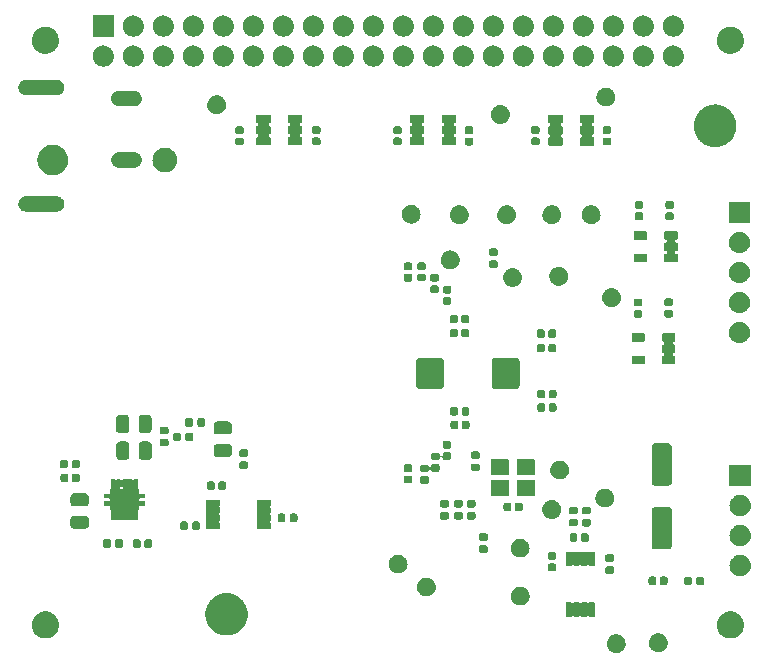
<source format=gbr>
G04 #@! TF.GenerationSoftware,KiCad,Pcbnew,7.0.5-0*
G04 #@! TF.CreationDate,2023-06-09T10:40:46+01:00*
G04 #@! TF.ProjectId,Hashat,48617368-6174-42e6-9b69-6361645f7063,rev?*
G04 #@! TF.SameCoordinates,Original*
G04 #@! TF.FileFunction,Soldermask,Bot*
G04 #@! TF.FilePolarity,Negative*
%FSLAX46Y46*%
G04 Gerber Fmt 4.6, Leading zero omitted, Abs format (unit mm)*
G04 Created by KiCad (PCBNEW 7.0.5-0) date 2023-06-09 10:40:46*
%MOMM*%
%LPD*%
G01*
G04 APERTURE LIST*
G04 APERTURE END LIST*
G36*
X128874023Y-109292073D02*
G01*
X128912657Y-109292073D01*
X128956240Y-109301336D01*
X129007239Y-109307083D01*
X129044321Y-109320058D01*
X129076306Y-109326857D01*
X129122401Y-109347379D01*
X129176541Y-109366324D01*
X129204719Y-109384029D01*
X129229157Y-109394910D01*
X129274720Y-109428014D01*
X129328415Y-109461753D01*
X129347700Y-109481038D01*
X129364512Y-109493253D01*
X129406076Y-109539414D01*
X129455247Y-109588585D01*
X129466555Y-109606582D01*
X129476467Y-109617590D01*
X129510376Y-109676322D01*
X129550676Y-109740459D01*
X129555707Y-109754838D01*
X129560120Y-109762481D01*
X129582718Y-109832030D01*
X129609917Y-109909761D01*
X129610948Y-109918913D01*
X129611823Y-109921606D01*
X129619751Y-109997044D01*
X129630000Y-110088000D01*
X129619749Y-110178975D01*
X129611823Y-110254393D01*
X129610948Y-110257084D01*
X129609917Y-110266239D01*
X129582713Y-110343982D01*
X129560120Y-110413518D01*
X129555708Y-110421159D01*
X129550676Y-110435541D01*
X129510369Y-110499688D01*
X129476467Y-110558409D01*
X129466557Y-110569414D01*
X129455247Y-110587415D01*
X129406067Y-110636594D01*
X129364512Y-110682746D01*
X129347704Y-110694957D01*
X129328415Y-110714247D01*
X129274710Y-110747992D01*
X129229157Y-110781089D01*
X129204725Y-110791966D01*
X129176541Y-110809676D01*
X129122391Y-110828623D01*
X129076306Y-110849142D01*
X129044327Y-110855939D01*
X129007239Y-110868917D01*
X128956237Y-110874663D01*
X128912657Y-110883927D01*
X128874023Y-110883927D01*
X128829000Y-110889000D01*
X128783977Y-110883927D01*
X128745343Y-110883927D01*
X128701761Y-110874663D01*
X128650761Y-110868917D01*
X128613674Y-110855939D01*
X128581693Y-110849142D01*
X128535603Y-110828622D01*
X128481459Y-110809676D01*
X128453277Y-110791968D01*
X128428842Y-110781089D01*
X128383282Y-110747987D01*
X128329585Y-110714247D01*
X128310298Y-110694960D01*
X128293487Y-110682746D01*
X128251922Y-110636584D01*
X128202753Y-110587415D01*
X128191444Y-110569418D01*
X128181532Y-110558409D01*
X128147618Y-110499668D01*
X128107324Y-110435541D01*
X128102293Y-110421163D01*
X128097879Y-110413518D01*
X128075272Y-110343942D01*
X128048083Y-110266239D01*
X128047052Y-110257089D01*
X128046176Y-110254393D01*
X128038235Y-110178843D01*
X128028000Y-110088000D01*
X128038233Y-109997176D01*
X128046176Y-109921606D01*
X128047052Y-109918909D01*
X128048083Y-109909761D01*
X128075267Y-109832070D01*
X128097879Y-109762481D01*
X128102293Y-109754834D01*
X128107324Y-109740459D01*
X128147611Y-109676342D01*
X128181532Y-109617590D01*
X128191446Y-109606578D01*
X128202753Y-109588585D01*
X128251913Y-109539424D01*
X128293487Y-109493253D01*
X128310301Y-109481036D01*
X128329585Y-109461753D01*
X128383278Y-109428015D01*
X128428846Y-109394908D01*
X128453284Y-109384027D01*
X128481459Y-109366324D01*
X128535587Y-109347383D01*
X128581689Y-109326858D01*
X128613679Y-109320058D01*
X128650761Y-109307083D01*
X128701759Y-109301336D01*
X128745343Y-109292073D01*
X128783977Y-109292073D01*
X128829000Y-109287000D01*
X128874023Y-109292073D01*
G37*
G36*
X132436023Y-109213073D02*
G01*
X132474657Y-109213073D01*
X132518240Y-109222336D01*
X132569239Y-109228083D01*
X132606321Y-109241058D01*
X132638306Y-109247857D01*
X132684401Y-109268379D01*
X132738541Y-109287324D01*
X132766719Y-109305029D01*
X132791157Y-109315910D01*
X132836720Y-109349014D01*
X132890415Y-109382753D01*
X132909700Y-109402038D01*
X132926512Y-109414253D01*
X132968076Y-109460414D01*
X133017247Y-109509585D01*
X133028555Y-109527582D01*
X133038467Y-109538590D01*
X133072376Y-109597322D01*
X133112676Y-109661459D01*
X133117707Y-109675838D01*
X133122120Y-109683481D01*
X133144718Y-109753030D01*
X133171917Y-109830761D01*
X133172948Y-109839913D01*
X133173823Y-109842606D01*
X133181750Y-109918038D01*
X133192000Y-110009000D01*
X133181750Y-110099969D01*
X133173823Y-110175393D01*
X133172948Y-110178084D01*
X133171917Y-110187239D01*
X133144713Y-110264982D01*
X133122120Y-110334518D01*
X133117708Y-110342159D01*
X133112676Y-110356541D01*
X133072369Y-110420688D01*
X133038467Y-110479409D01*
X133028557Y-110490414D01*
X133017247Y-110508415D01*
X132968067Y-110557594D01*
X132926512Y-110603746D01*
X132909704Y-110615957D01*
X132890415Y-110635247D01*
X132836710Y-110668992D01*
X132791157Y-110702089D01*
X132766725Y-110712966D01*
X132738541Y-110730676D01*
X132684391Y-110749623D01*
X132638306Y-110770142D01*
X132606327Y-110776939D01*
X132569239Y-110789917D01*
X132518237Y-110795663D01*
X132474657Y-110804927D01*
X132436023Y-110804927D01*
X132391000Y-110810000D01*
X132345977Y-110804927D01*
X132307343Y-110804927D01*
X132263761Y-110795663D01*
X132212761Y-110789917D01*
X132175674Y-110776939D01*
X132143693Y-110770142D01*
X132097603Y-110749622D01*
X132043459Y-110730676D01*
X132015277Y-110712968D01*
X131990842Y-110702089D01*
X131945282Y-110668987D01*
X131891585Y-110635247D01*
X131872298Y-110615960D01*
X131855487Y-110603746D01*
X131813922Y-110557584D01*
X131764753Y-110508415D01*
X131753444Y-110490418D01*
X131743532Y-110479409D01*
X131709618Y-110420668D01*
X131669324Y-110356541D01*
X131664293Y-110342163D01*
X131659879Y-110334518D01*
X131637272Y-110264942D01*
X131610083Y-110187239D01*
X131609052Y-110178089D01*
X131608176Y-110175393D01*
X131600235Y-110099837D01*
X131590000Y-110009000D01*
X131600234Y-109918170D01*
X131608176Y-109842606D01*
X131609052Y-109839909D01*
X131610083Y-109830761D01*
X131637267Y-109753070D01*
X131659879Y-109683481D01*
X131664293Y-109675834D01*
X131669324Y-109661459D01*
X131709611Y-109597342D01*
X131743532Y-109538590D01*
X131753446Y-109527578D01*
X131764753Y-109509585D01*
X131813913Y-109460424D01*
X131855487Y-109414253D01*
X131872301Y-109402036D01*
X131891585Y-109382753D01*
X131945278Y-109349015D01*
X131990846Y-109315908D01*
X132015284Y-109305027D01*
X132043459Y-109287324D01*
X132097587Y-109268383D01*
X132143689Y-109247858D01*
X132175679Y-109241058D01*
X132212761Y-109228083D01*
X132263759Y-109222336D01*
X132307343Y-109213073D01*
X132345977Y-109213073D01*
X132391000Y-109208000D01*
X132436023Y-109213073D01*
G37*
G36*
X80550672Y-107353910D02*
G01*
X80606201Y-107353910D01*
X80655050Y-107363041D01*
X80699783Y-107366955D01*
X80754691Y-107381667D01*
X80814986Y-107392939D01*
X80855882Y-107408782D01*
X80893500Y-107418862D01*
X80950449Y-107445417D01*
X81013045Y-107469667D01*
X81045350Y-107489669D01*
X81075263Y-107503618D01*
X81131688Y-107543127D01*
X81193632Y-107581482D01*
X81217378Y-107603130D01*
X81239539Y-107618647D01*
X81292543Y-107671651D01*
X81350599Y-107724576D01*
X81366424Y-107745532D01*
X81381352Y-107760460D01*
X81427922Y-107826969D01*
X81478600Y-107894077D01*
X81487677Y-107912307D01*
X81496381Y-107924737D01*
X81533430Y-108004191D01*
X81573276Y-108084211D01*
X81577239Y-108098139D01*
X81581137Y-108106499D01*
X81605709Y-108198204D01*
X81631402Y-108288504D01*
X81632192Y-108297039D01*
X81633044Y-108300216D01*
X81642447Y-108407707D01*
X81651000Y-108500000D01*
X81642447Y-108592299D01*
X81633044Y-108699783D01*
X81632193Y-108702958D01*
X81631402Y-108711496D01*
X81605705Y-108801811D01*
X81581137Y-108893500D01*
X81577239Y-108901857D01*
X81573276Y-108915789D01*
X81533427Y-108995815D01*
X81496381Y-109075263D01*
X81487678Y-109087691D01*
X81478600Y-109105923D01*
X81427917Y-109173037D01*
X81381352Y-109239539D01*
X81366427Y-109254463D01*
X81350599Y-109275424D01*
X81292532Y-109328358D01*
X81239539Y-109381352D01*
X81217383Y-109396865D01*
X81193632Y-109418518D01*
X81131675Y-109456879D01*
X81075263Y-109496381D01*
X81045357Y-109510325D01*
X81013045Y-109530333D01*
X80950436Y-109554587D01*
X80893500Y-109581137D01*
X80855890Y-109591214D01*
X80814986Y-109607061D01*
X80754679Y-109618334D01*
X80699783Y-109633044D01*
X80655060Y-109636956D01*
X80606201Y-109646090D01*
X80550660Y-109646090D01*
X80500000Y-109650522D01*
X80449340Y-109646090D01*
X80393799Y-109646090D01*
X80344940Y-109636956D01*
X80300216Y-109633044D01*
X80245317Y-109618333D01*
X80185014Y-109607061D01*
X80144111Y-109591215D01*
X80106499Y-109581137D01*
X80049557Y-109554585D01*
X79986955Y-109530333D01*
X79954645Y-109510327D01*
X79924736Y-109496381D01*
X79868315Y-109456874D01*
X79806368Y-109418518D01*
X79782619Y-109396868D01*
X79760460Y-109381352D01*
X79707456Y-109328348D01*
X79649401Y-109275424D01*
X79633575Y-109254467D01*
X79618647Y-109239539D01*
X79572069Y-109173019D01*
X79521400Y-109105923D01*
X79512324Y-109087696D01*
X79503618Y-109075263D01*
X79466556Y-108995783D01*
X79426724Y-108915789D01*
X79422761Y-108901863D01*
X79418862Y-108893500D01*
X79394277Y-108801751D01*
X79368598Y-108711496D01*
X79367807Y-108702964D01*
X79366955Y-108699783D01*
X79357534Y-108592106D01*
X79349000Y-108500000D01*
X79357534Y-108407900D01*
X79366955Y-108300216D01*
X79367807Y-108297034D01*
X79368598Y-108288504D01*
X79394273Y-108198264D01*
X79418862Y-108106499D01*
X79422762Y-108098134D01*
X79426724Y-108084211D01*
X79466553Y-108004222D01*
X79503618Y-107924737D01*
X79512324Y-107912302D01*
X79521400Y-107894077D01*
X79572063Y-107826987D01*
X79618647Y-107760460D01*
X79633578Y-107745528D01*
X79649401Y-107724576D01*
X79707444Y-107671662D01*
X79760460Y-107618647D01*
X79782624Y-107603127D01*
X79806368Y-107581482D01*
X79868308Y-107543129D01*
X79924737Y-107503618D01*
X79954649Y-107489669D01*
X79986955Y-107469667D01*
X80049546Y-107445419D01*
X80106499Y-107418862D01*
X80144119Y-107408781D01*
X80185014Y-107392939D01*
X80245304Y-107381668D01*
X80300216Y-107366955D01*
X80344950Y-107363041D01*
X80393799Y-107353910D01*
X80449328Y-107353910D01*
X80500000Y-107349477D01*
X80550672Y-107353910D01*
G37*
G36*
X138550671Y-107353910D02*
G01*
X138606201Y-107353910D01*
X138655050Y-107363041D01*
X138699783Y-107366955D01*
X138754691Y-107381667D01*
X138814986Y-107392939D01*
X138855882Y-107408782D01*
X138893500Y-107418862D01*
X138950449Y-107445417D01*
X139013045Y-107469667D01*
X139045350Y-107489669D01*
X139075263Y-107503618D01*
X139131688Y-107543127D01*
X139193632Y-107581482D01*
X139217378Y-107603130D01*
X139239539Y-107618647D01*
X139292543Y-107671651D01*
X139350599Y-107724576D01*
X139366424Y-107745532D01*
X139381352Y-107760460D01*
X139427922Y-107826969D01*
X139478600Y-107894077D01*
X139487677Y-107912307D01*
X139496381Y-107924737D01*
X139533430Y-108004191D01*
X139573276Y-108084211D01*
X139577239Y-108098139D01*
X139581137Y-108106499D01*
X139605709Y-108198204D01*
X139631402Y-108288504D01*
X139632192Y-108297039D01*
X139633044Y-108300216D01*
X139642447Y-108407707D01*
X139651000Y-108500000D01*
X139642447Y-108592299D01*
X139633044Y-108699783D01*
X139632193Y-108702958D01*
X139631402Y-108711496D01*
X139605705Y-108801811D01*
X139581137Y-108893500D01*
X139577239Y-108901857D01*
X139573276Y-108915789D01*
X139533427Y-108995815D01*
X139496381Y-109075263D01*
X139487678Y-109087691D01*
X139478600Y-109105923D01*
X139427917Y-109173037D01*
X139381352Y-109239539D01*
X139366427Y-109254463D01*
X139350599Y-109275424D01*
X139292532Y-109328358D01*
X139239539Y-109381352D01*
X139217383Y-109396865D01*
X139193632Y-109418518D01*
X139131675Y-109456879D01*
X139075263Y-109496381D01*
X139045357Y-109510325D01*
X139013045Y-109530333D01*
X138950436Y-109554587D01*
X138893500Y-109581137D01*
X138855890Y-109591214D01*
X138814986Y-109607061D01*
X138754679Y-109618334D01*
X138699783Y-109633044D01*
X138655060Y-109636956D01*
X138606201Y-109646090D01*
X138550659Y-109646090D01*
X138499999Y-109650522D01*
X138449339Y-109646090D01*
X138393799Y-109646090D01*
X138344940Y-109636956D01*
X138300216Y-109633044D01*
X138245317Y-109618333D01*
X138185014Y-109607061D01*
X138144111Y-109591215D01*
X138106499Y-109581137D01*
X138049557Y-109554585D01*
X137986955Y-109530333D01*
X137954645Y-109510327D01*
X137924736Y-109496381D01*
X137868315Y-109456874D01*
X137806368Y-109418518D01*
X137782619Y-109396868D01*
X137760460Y-109381352D01*
X137707456Y-109328348D01*
X137649401Y-109275424D01*
X137633575Y-109254467D01*
X137618647Y-109239539D01*
X137572069Y-109173019D01*
X137521400Y-109105923D01*
X137512324Y-109087696D01*
X137503618Y-109075263D01*
X137466556Y-108995783D01*
X137426724Y-108915789D01*
X137422761Y-108901863D01*
X137418862Y-108893500D01*
X137394277Y-108801751D01*
X137368598Y-108711496D01*
X137367807Y-108702964D01*
X137366955Y-108699783D01*
X137357534Y-108592106D01*
X137349000Y-108500000D01*
X137357534Y-108407900D01*
X137366955Y-108300216D01*
X137367807Y-108297034D01*
X137368598Y-108288504D01*
X137394273Y-108198264D01*
X137418862Y-108106499D01*
X137422762Y-108098134D01*
X137426724Y-108084211D01*
X137466553Y-108004222D01*
X137503618Y-107924737D01*
X137512324Y-107912302D01*
X137521400Y-107894077D01*
X137572063Y-107826987D01*
X137618647Y-107760460D01*
X137633578Y-107745528D01*
X137649401Y-107724576D01*
X137707444Y-107671662D01*
X137760460Y-107618647D01*
X137782624Y-107603127D01*
X137806368Y-107581482D01*
X137868308Y-107543129D01*
X137924737Y-107503618D01*
X137954649Y-107489669D01*
X137986955Y-107469667D01*
X138049546Y-107445419D01*
X138106499Y-107418862D01*
X138144119Y-107408781D01*
X138185014Y-107392939D01*
X138245304Y-107381668D01*
X138300216Y-107366955D01*
X138344950Y-107363041D01*
X138393799Y-107353910D01*
X138449327Y-107353910D01*
X138499999Y-107349477D01*
X138550671Y-107353910D01*
G37*
G36*
X95903951Y-105805036D02*
G01*
X95972589Y-105805036D01*
X96034570Y-105814378D01*
X96094269Y-105818648D01*
X96165044Y-105834044D01*
X96238760Y-105845155D01*
X96292924Y-105861862D01*
X96345305Y-105873257D01*
X96419110Y-105900785D01*
X96495979Y-105924496D01*
X96541658Y-105946493D01*
X96586030Y-105963044D01*
X96660770Y-106003855D01*
X96738500Y-106041288D01*
X96775412Y-106066454D01*
X96811522Y-106086172D01*
X96884907Y-106141107D01*
X96960905Y-106192922D01*
X96989220Y-106219194D01*
X97017192Y-106240134D01*
X97086708Y-106309650D01*
X97158226Y-106376009D01*
X97178540Y-106401482D01*
X97198865Y-106421807D01*
X97261896Y-106506007D01*
X97326056Y-106586461D01*
X97339317Y-106609429D01*
X97352827Y-106627477D01*
X97406719Y-106726173D01*
X97460645Y-106819575D01*
X97468119Y-106838618D01*
X97475955Y-106852969D01*
X97518138Y-106966066D01*
X97558987Y-107070146D01*
X97562184Y-107084157D01*
X97565742Y-107093694D01*
X97593789Y-107222626D01*
X97618884Y-107332575D01*
X97619502Y-107340830D01*
X97620351Y-107344730D01*
X97631986Y-107507408D01*
X97639000Y-107601000D01*
X97631983Y-107694625D01*
X97620351Y-107857269D01*
X97619502Y-107861168D01*
X97618884Y-107869425D01*
X97593784Y-107979393D01*
X97565742Y-108108305D01*
X97562185Y-108117840D01*
X97558987Y-108131854D01*
X97518131Y-108235952D01*
X97475955Y-108349030D01*
X97468120Y-108363377D01*
X97460645Y-108382425D01*
X97406709Y-108475843D01*
X97352827Y-108574522D01*
X97339319Y-108592565D01*
X97326056Y-108615539D01*
X97261884Y-108696007D01*
X97198865Y-108780192D01*
X97178544Y-108800512D01*
X97158226Y-108825991D01*
X97086694Y-108892362D01*
X97017192Y-108961865D01*
X96989225Y-108982800D01*
X96960905Y-109009078D01*
X96884892Y-109060902D01*
X96811522Y-109115827D01*
X96775420Y-109135540D01*
X96738500Y-109160712D01*
X96660755Y-109198151D01*
X96586030Y-109238955D01*
X96541667Y-109255501D01*
X96495979Y-109277504D01*
X96419094Y-109301219D01*
X96345305Y-109328742D01*
X96292935Y-109340134D01*
X96238760Y-109356845D01*
X96165029Y-109367958D01*
X96094269Y-109383351D01*
X96034582Y-109387619D01*
X95972589Y-109396964D01*
X95903937Y-109396964D01*
X95838000Y-109401680D01*
X95772062Y-109396964D01*
X95703411Y-109396964D01*
X95641418Y-109387620D01*
X95581730Y-109383351D01*
X95510967Y-109367957D01*
X95437240Y-109356845D01*
X95383066Y-109340134D01*
X95330694Y-109328742D01*
X95256899Y-109301217D01*
X95180021Y-109277504D01*
X95134336Y-109255503D01*
X95089969Y-109238955D01*
X95015236Y-109198147D01*
X94937500Y-109160712D01*
X94900583Y-109135542D01*
X94864477Y-109115827D01*
X94791095Y-109060894D01*
X94715095Y-109009078D01*
X94686778Y-108982803D01*
X94658807Y-108961865D01*
X94589291Y-108892349D01*
X94517774Y-108825991D01*
X94497459Y-108800517D01*
X94477134Y-108780192D01*
X94414099Y-108695986D01*
X94349944Y-108615539D01*
X94336683Y-108592571D01*
X94323172Y-108574522D01*
X94269272Y-108475812D01*
X94215355Y-108382425D01*
X94207882Y-108363384D01*
X94200044Y-108349030D01*
X94157848Y-108235901D01*
X94117013Y-108131854D01*
X94113816Y-108117847D01*
X94110257Y-108108305D01*
X94082193Y-107979300D01*
X94057116Y-107869425D01*
X94056497Y-107861175D01*
X94055648Y-107857269D01*
X94043994Y-107694332D01*
X94037000Y-107601000D01*
X94043991Y-107507701D01*
X94055648Y-107344730D01*
X94056497Y-107340823D01*
X94057116Y-107332575D01*
X94082189Y-107222720D01*
X94110257Y-107093694D01*
X94113816Y-107084150D01*
X94117013Y-107070146D01*
X94157840Y-106966118D01*
X94200044Y-106852969D01*
X94207883Y-106838612D01*
X94215355Y-106819575D01*
X94269262Y-106726205D01*
X94323172Y-106627477D01*
X94336686Y-106609424D01*
X94349944Y-106586461D01*
X94414086Y-106506028D01*
X94477134Y-106421807D01*
X94497463Y-106401477D01*
X94517774Y-106376009D01*
X94589277Y-106309663D01*
X94658807Y-106240134D01*
X94686783Y-106219190D01*
X94715095Y-106192922D01*
X94791080Y-106141115D01*
X94864477Y-106086172D01*
X94900591Y-106066452D01*
X94937500Y-106041288D01*
X95015220Y-106003859D01*
X95089969Y-105963044D01*
X95134345Y-105946492D01*
X95180021Y-105924496D01*
X95256884Y-105900787D01*
X95330694Y-105873257D01*
X95383077Y-105861861D01*
X95437240Y-105845155D01*
X95510952Y-105834044D01*
X95581730Y-105818648D01*
X95641430Y-105814378D01*
X95703411Y-105805036D01*
X95772048Y-105805036D01*
X95838000Y-105800319D01*
X95903951Y-105805036D01*
G37*
G36*
X125040517Y-106604882D02*
G01*
X125057062Y-106615938D01*
X125068118Y-106632483D01*
X125069340Y-106638629D01*
X125079193Y-106653372D01*
X125212807Y-106653372D01*
X125222659Y-106638628D01*
X125223882Y-106632483D01*
X125234938Y-106615938D01*
X125251483Y-106604882D01*
X125271000Y-106601000D01*
X125671000Y-106601000D01*
X125690517Y-106604882D01*
X125707062Y-106615938D01*
X125718118Y-106632483D01*
X125719340Y-106638629D01*
X125729193Y-106653372D01*
X125862807Y-106653372D01*
X125872659Y-106638628D01*
X125873882Y-106632483D01*
X125884938Y-106615938D01*
X125901483Y-106604882D01*
X125921000Y-106601000D01*
X126321000Y-106601000D01*
X126340517Y-106604882D01*
X126357062Y-106615938D01*
X126368118Y-106632483D01*
X126369340Y-106638629D01*
X126379193Y-106653372D01*
X126512807Y-106653372D01*
X126522659Y-106638628D01*
X126523882Y-106632483D01*
X126534938Y-106615938D01*
X126551483Y-106604882D01*
X126571000Y-106601000D01*
X126971000Y-106601000D01*
X126990517Y-106604882D01*
X127007062Y-106615938D01*
X127018118Y-106632483D01*
X127022000Y-106652000D01*
X127022000Y-107752000D01*
X127018118Y-107771517D01*
X127007062Y-107788062D01*
X126990517Y-107799118D01*
X126971000Y-107803000D01*
X126571000Y-107803000D01*
X126551483Y-107799118D01*
X126534938Y-107788062D01*
X126523882Y-107771517D01*
X126522645Y-107765298D01*
X126512852Y-107750627D01*
X126379148Y-107750627D01*
X126369355Y-107765297D01*
X126368118Y-107771517D01*
X126357062Y-107788062D01*
X126340517Y-107799118D01*
X126321000Y-107803000D01*
X125921000Y-107803000D01*
X125901483Y-107799118D01*
X125884938Y-107788062D01*
X125873882Y-107771517D01*
X125872645Y-107765298D01*
X125862852Y-107750627D01*
X125729148Y-107750627D01*
X125719355Y-107765297D01*
X125718118Y-107771517D01*
X125707062Y-107788062D01*
X125690517Y-107799118D01*
X125671000Y-107803000D01*
X125271000Y-107803000D01*
X125251483Y-107799118D01*
X125234938Y-107788062D01*
X125223882Y-107771517D01*
X125222645Y-107765298D01*
X125212852Y-107750627D01*
X125079148Y-107750627D01*
X125069355Y-107765297D01*
X125068118Y-107771517D01*
X125057062Y-107788062D01*
X125040517Y-107799118D01*
X125021000Y-107803000D01*
X124621000Y-107803000D01*
X124601483Y-107799118D01*
X124584938Y-107788062D01*
X124573882Y-107771517D01*
X124570000Y-107752000D01*
X124570000Y-106652000D01*
X124573882Y-106632483D01*
X124584938Y-106615938D01*
X124601483Y-106604882D01*
X124621000Y-106601000D01*
X125021000Y-106601000D01*
X125040517Y-106604882D01*
G37*
G36*
X120751023Y-105261073D02*
G01*
X120789657Y-105261073D01*
X120833240Y-105270336D01*
X120884239Y-105276083D01*
X120921321Y-105289058D01*
X120953306Y-105295857D01*
X120999401Y-105316379D01*
X121053541Y-105335324D01*
X121081719Y-105353029D01*
X121106157Y-105363910D01*
X121151720Y-105397014D01*
X121205415Y-105430753D01*
X121224700Y-105450038D01*
X121241512Y-105462253D01*
X121283076Y-105508414D01*
X121332247Y-105557585D01*
X121343555Y-105575582D01*
X121353467Y-105586590D01*
X121387376Y-105645322D01*
X121427676Y-105709459D01*
X121432707Y-105723838D01*
X121437120Y-105731481D01*
X121459718Y-105801030D01*
X121486917Y-105878761D01*
X121487948Y-105887913D01*
X121488823Y-105890606D01*
X121496750Y-105966038D01*
X121507000Y-106057000D01*
X121496750Y-106147969D01*
X121488823Y-106223393D01*
X121487948Y-106226084D01*
X121486917Y-106235239D01*
X121459713Y-106312982D01*
X121437120Y-106382518D01*
X121432708Y-106390159D01*
X121427676Y-106404541D01*
X121387369Y-106468688D01*
X121353467Y-106527409D01*
X121343557Y-106538414D01*
X121332247Y-106556415D01*
X121283067Y-106605594D01*
X121241512Y-106651746D01*
X121224704Y-106663957D01*
X121205415Y-106683247D01*
X121151710Y-106716992D01*
X121106157Y-106750089D01*
X121081725Y-106760966D01*
X121053541Y-106778676D01*
X120999391Y-106797623D01*
X120953306Y-106818142D01*
X120921327Y-106824939D01*
X120884239Y-106837917D01*
X120833237Y-106843663D01*
X120789657Y-106852927D01*
X120751023Y-106852927D01*
X120706000Y-106858000D01*
X120660977Y-106852927D01*
X120622343Y-106852927D01*
X120578761Y-106843663D01*
X120527761Y-106837917D01*
X120490674Y-106824939D01*
X120458693Y-106818142D01*
X120412603Y-106797622D01*
X120358459Y-106778676D01*
X120330277Y-106760968D01*
X120305842Y-106750089D01*
X120260282Y-106716987D01*
X120206585Y-106683247D01*
X120187298Y-106663960D01*
X120170487Y-106651746D01*
X120128922Y-106605584D01*
X120079753Y-106556415D01*
X120068444Y-106538418D01*
X120058532Y-106527409D01*
X120024618Y-106468668D01*
X119984324Y-106404541D01*
X119979293Y-106390163D01*
X119974879Y-106382518D01*
X119952272Y-106312942D01*
X119925083Y-106235239D01*
X119924052Y-106226089D01*
X119923176Y-106223393D01*
X119915235Y-106147837D01*
X119905000Y-106057000D01*
X119915234Y-105966170D01*
X119923176Y-105890606D01*
X119924052Y-105887909D01*
X119925083Y-105878761D01*
X119952267Y-105801070D01*
X119974879Y-105731481D01*
X119979293Y-105723834D01*
X119984324Y-105709459D01*
X120024611Y-105645342D01*
X120058532Y-105586590D01*
X120068446Y-105575578D01*
X120079753Y-105557585D01*
X120128913Y-105508424D01*
X120170487Y-105462253D01*
X120187301Y-105450036D01*
X120206585Y-105430753D01*
X120260278Y-105397015D01*
X120305846Y-105363908D01*
X120330284Y-105353027D01*
X120358459Y-105335324D01*
X120412587Y-105316383D01*
X120458689Y-105295858D01*
X120490679Y-105289058D01*
X120527761Y-105276083D01*
X120578759Y-105270336D01*
X120622343Y-105261073D01*
X120660977Y-105261073D01*
X120706000Y-105256000D01*
X120751023Y-105261073D01*
G37*
G36*
X112800023Y-104493073D02*
G01*
X112838657Y-104493073D01*
X112882240Y-104502336D01*
X112933239Y-104508083D01*
X112970321Y-104521058D01*
X113002306Y-104527857D01*
X113048401Y-104548379D01*
X113102541Y-104567324D01*
X113130719Y-104585029D01*
X113155157Y-104595910D01*
X113200720Y-104629014D01*
X113254415Y-104662753D01*
X113273700Y-104682038D01*
X113290512Y-104694253D01*
X113332076Y-104740414D01*
X113381247Y-104789585D01*
X113392555Y-104807582D01*
X113402467Y-104818590D01*
X113436376Y-104877322D01*
X113476676Y-104941459D01*
X113481707Y-104955838D01*
X113486120Y-104963481D01*
X113508718Y-105033030D01*
X113535917Y-105110761D01*
X113536948Y-105119913D01*
X113537823Y-105122606D01*
X113545750Y-105198038D01*
X113556000Y-105289000D01*
X113545750Y-105379969D01*
X113537823Y-105455393D01*
X113536948Y-105458084D01*
X113535917Y-105467239D01*
X113508713Y-105544982D01*
X113486120Y-105614518D01*
X113481708Y-105622159D01*
X113476676Y-105636541D01*
X113436369Y-105700688D01*
X113402467Y-105759409D01*
X113392557Y-105770414D01*
X113381247Y-105788415D01*
X113332067Y-105837594D01*
X113290512Y-105883746D01*
X113273704Y-105895957D01*
X113254415Y-105915247D01*
X113200710Y-105948992D01*
X113155157Y-105982089D01*
X113130725Y-105992966D01*
X113102541Y-106010676D01*
X113048391Y-106029623D01*
X113002306Y-106050142D01*
X112970327Y-106056939D01*
X112933239Y-106069917D01*
X112882237Y-106075663D01*
X112838657Y-106084927D01*
X112800023Y-106084927D01*
X112755000Y-106090000D01*
X112709977Y-106084927D01*
X112671343Y-106084927D01*
X112627761Y-106075663D01*
X112576761Y-106069917D01*
X112539674Y-106056939D01*
X112507693Y-106050142D01*
X112461603Y-106029622D01*
X112407459Y-106010676D01*
X112379277Y-105992968D01*
X112354842Y-105982089D01*
X112309282Y-105948987D01*
X112255585Y-105915247D01*
X112236298Y-105895960D01*
X112219487Y-105883746D01*
X112177922Y-105837584D01*
X112128753Y-105788415D01*
X112117444Y-105770418D01*
X112107532Y-105759409D01*
X112073618Y-105700668D01*
X112033324Y-105636541D01*
X112028293Y-105622163D01*
X112023879Y-105614518D01*
X112001272Y-105544942D01*
X111974083Y-105467239D01*
X111973052Y-105458089D01*
X111972176Y-105455393D01*
X111964235Y-105379837D01*
X111954000Y-105289000D01*
X111964234Y-105198170D01*
X111972176Y-105122606D01*
X111973052Y-105119909D01*
X111974083Y-105110761D01*
X112001267Y-105033070D01*
X112023879Y-104963481D01*
X112028293Y-104955834D01*
X112033324Y-104941459D01*
X112073611Y-104877342D01*
X112107532Y-104818590D01*
X112117446Y-104807578D01*
X112128753Y-104789585D01*
X112177913Y-104740424D01*
X112219487Y-104694253D01*
X112236301Y-104682036D01*
X112255585Y-104662753D01*
X112309278Y-104629015D01*
X112354846Y-104595908D01*
X112379284Y-104585027D01*
X112407459Y-104567324D01*
X112461587Y-104548383D01*
X112507689Y-104527858D01*
X112539679Y-104521058D01*
X112576761Y-104508083D01*
X112627759Y-104502336D01*
X112671343Y-104493073D01*
X112709977Y-104493073D01*
X112755000Y-104488000D01*
X112800023Y-104493073D01*
G37*
G36*
X135062302Y-104425011D02*
G01*
X135090202Y-104428248D01*
X135099734Y-104432456D01*
X135123369Y-104437158D01*
X135148672Y-104454065D01*
X135156080Y-104457336D01*
X135161139Y-104462395D01*
X135183712Y-104477478D01*
X135198794Y-104500050D01*
X135203853Y-104505109D01*
X135207123Y-104512515D01*
X135224032Y-104537821D01*
X135228733Y-104561456D01*
X135232941Y-104570986D01*
X135236176Y-104598878D01*
X135238190Y-104609000D01*
X135238190Y-104979000D01*
X135236176Y-104989125D01*
X135232941Y-105017012D01*
X135228733Y-105026540D01*
X135224032Y-105050179D01*
X135207121Y-105075486D01*
X135203853Y-105082890D01*
X135198796Y-105087946D01*
X135183712Y-105110522D01*
X135161136Y-105125606D01*
X135156080Y-105130663D01*
X135148676Y-105133931D01*
X135123369Y-105150842D01*
X135099731Y-105155543D01*
X135090203Y-105159751D01*
X135062312Y-105162986D01*
X135052190Y-105165000D01*
X134782190Y-105165000D01*
X134772067Y-105162986D01*
X134744177Y-105159751D01*
X134734648Y-105155543D01*
X134711011Y-105150842D01*
X134685705Y-105133933D01*
X134678299Y-105130663D01*
X134673240Y-105125604D01*
X134650668Y-105110522D01*
X134635585Y-105087949D01*
X134630526Y-105082890D01*
X134627255Y-105075482D01*
X134610348Y-105050179D01*
X134605647Y-105026545D01*
X134601438Y-105017013D01*
X134598201Y-104989110D01*
X134596190Y-104979000D01*
X134596190Y-104609000D01*
X134598201Y-104598888D01*
X134601438Y-104570987D01*
X134605647Y-104561454D01*
X134610348Y-104537821D01*
X134627253Y-104512519D01*
X134630526Y-104505109D01*
X134635587Y-104500047D01*
X134650668Y-104477478D01*
X134673237Y-104462397D01*
X134678299Y-104457336D01*
X134685709Y-104454063D01*
X134711011Y-104437158D01*
X134734642Y-104432457D01*
X134744176Y-104428248D01*
X134772080Y-104425010D01*
X134782190Y-104423000D01*
X135052190Y-104423000D01*
X135062302Y-104425011D01*
G37*
G36*
X136082302Y-104425011D02*
G01*
X136110202Y-104428248D01*
X136119734Y-104432456D01*
X136143369Y-104437158D01*
X136168672Y-104454065D01*
X136176080Y-104457336D01*
X136181139Y-104462395D01*
X136203712Y-104477478D01*
X136218794Y-104500050D01*
X136223853Y-104505109D01*
X136227123Y-104512515D01*
X136244032Y-104537821D01*
X136248733Y-104561456D01*
X136252941Y-104570986D01*
X136256176Y-104598878D01*
X136258190Y-104609000D01*
X136258190Y-104979000D01*
X136256176Y-104989125D01*
X136252941Y-105017012D01*
X136248733Y-105026540D01*
X136244032Y-105050179D01*
X136227121Y-105075486D01*
X136223853Y-105082890D01*
X136218796Y-105087946D01*
X136203712Y-105110522D01*
X136181136Y-105125606D01*
X136176080Y-105130663D01*
X136168676Y-105133931D01*
X136143369Y-105150842D01*
X136119731Y-105155543D01*
X136110203Y-105159751D01*
X136082312Y-105162986D01*
X136072190Y-105165000D01*
X135802190Y-105165000D01*
X135792067Y-105162986D01*
X135764177Y-105159751D01*
X135754648Y-105155543D01*
X135731011Y-105150842D01*
X135705705Y-105133933D01*
X135698299Y-105130663D01*
X135693240Y-105125604D01*
X135670668Y-105110522D01*
X135655585Y-105087949D01*
X135650526Y-105082890D01*
X135647255Y-105075482D01*
X135630348Y-105050179D01*
X135625647Y-105026545D01*
X135621438Y-105017013D01*
X135618201Y-104989110D01*
X135616190Y-104979000D01*
X135616190Y-104609000D01*
X135618201Y-104598888D01*
X135621438Y-104570987D01*
X135625647Y-104561454D01*
X135630348Y-104537821D01*
X135647253Y-104512519D01*
X135650526Y-104505109D01*
X135655587Y-104500047D01*
X135670668Y-104477478D01*
X135693237Y-104462397D01*
X135698299Y-104457336D01*
X135705709Y-104454063D01*
X135731011Y-104437158D01*
X135754642Y-104432457D01*
X135764176Y-104428248D01*
X135792080Y-104425010D01*
X135802190Y-104423000D01*
X136072190Y-104423000D01*
X136082302Y-104425011D01*
G37*
G36*
X132047228Y-104409190D02*
G01*
X132077589Y-104413187D01*
X132085226Y-104416748D01*
X132104283Y-104420539D01*
X132129522Y-104437404D01*
X132139634Y-104442119D01*
X132145786Y-104448271D01*
X132166247Y-104461943D01*
X132179918Y-104482403D01*
X132186070Y-104488555D01*
X132190784Y-104498664D01*
X132207651Y-104523907D01*
X132211441Y-104542965D01*
X132215002Y-104550600D01*
X132218997Y-104580950D01*
X132222190Y-104597000D01*
X132222190Y-104937000D01*
X132218996Y-104953052D01*
X132215002Y-104983399D01*
X132211442Y-104991032D01*
X132207651Y-105010093D01*
X132190782Y-105035337D01*
X132186070Y-105045444D01*
X132179920Y-105051593D01*
X132166247Y-105072057D01*
X132145783Y-105085730D01*
X132139634Y-105091880D01*
X132129527Y-105096592D01*
X132104283Y-105113461D01*
X132085222Y-105117252D01*
X132077589Y-105120812D01*
X132047241Y-105124807D01*
X132031190Y-105128000D01*
X131751190Y-105128000D01*
X131735138Y-105124807D01*
X131704790Y-105120812D01*
X131697155Y-105117251D01*
X131678097Y-105113461D01*
X131652854Y-105096594D01*
X131642745Y-105091880D01*
X131636593Y-105085728D01*
X131616133Y-105072057D01*
X131602461Y-105051596D01*
X131596309Y-105045444D01*
X131591594Y-105035332D01*
X131574729Y-105010093D01*
X131570938Y-104991036D01*
X131567377Y-104983399D01*
X131563379Y-104953037D01*
X131560190Y-104937000D01*
X131560190Y-104597000D01*
X131563379Y-104580963D01*
X131567377Y-104550600D01*
X131570938Y-104542961D01*
X131574729Y-104523907D01*
X131591592Y-104498669D01*
X131596309Y-104488555D01*
X131602463Y-104482400D01*
X131616133Y-104461943D01*
X131636590Y-104448273D01*
X131642745Y-104442119D01*
X131652859Y-104437402D01*
X131678097Y-104420539D01*
X131697151Y-104416748D01*
X131704790Y-104413187D01*
X131735154Y-104409189D01*
X131751190Y-104406000D01*
X132031190Y-104406000D01*
X132047228Y-104409190D01*
G37*
G36*
X133007228Y-104409190D02*
G01*
X133037589Y-104413187D01*
X133045226Y-104416748D01*
X133064283Y-104420539D01*
X133089522Y-104437404D01*
X133099634Y-104442119D01*
X133105786Y-104448271D01*
X133126247Y-104461943D01*
X133139918Y-104482403D01*
X133146070Y-104488555D01*
X133150784Y-104498664D01*
X133167651Y-104523907D01*
X133171441Y-104542965D01*
X133175002Y-104550600D01*
X133178997Y-104580950D01*
X133182190Y-104597000D01*
X133182190Y-104937000D01*
X133178996Y-104953052D01*
X133175002Y-104983399D01*
X133171442Y-104991032D01*
X133167651Y-105010093D01*
X133150782Y-105035337D01*
X133146070Y-105045444D01*
X133139920Y-105051593D01*
X133126247Y-105072057D01*
X133105783Y-105085730D01*
X133099634Y-105091880D01*
X133089527Y-105096592D01*
X133064283Y-105113461D01*
X133045222Y-105117252D01*
X133037589Y-105120812D01*
X133007241Y-105124807D01*
X132991190Y-105128000D01*
X132711190Y-105128000D01*
X132695138Y-105124807D01*
X132664790Y-105120812D01*
X132657155Y-105117251D01*
X132638097Y-105113461D01*
X132612854Y-105096594D01*
X132602745Y-105091880D01*
X132596593Y-105085728D01*
X132576133Y-105072057D01*
X132562461Y-105051596D01*
X132556309Y-105045444D01*
X132551594Y-105035332D01*
X132534729Y-105010093D01*
X132530938Y-104991036D01*
X132527377Y-104983399D01*
X132523379Y-104953037D01*
X132520190Y-104937000D01*
X132520190Y-104597000D01*
X132523379Y-104580963D01*
X132527377Y-104550600D01*
X132530938Y-104542961D01*
X132534729Y-104523907D01*
X132551592Y-104498669D01*
X132556309Y-104488555D01*
X132562463Y-104482400D01*
X132576133Y-104461943D01*
X132596590Y-104448273D01*
X132602745Y-104442119D01*
X132612859Y-104437402D01*
X132638097Y-104420539D01*
X132657151Y-104416748D01*
X132664790Y-104413187D01*
X132695154Y-104409189D01*
X132711190Y-104406000D01*
X132991190Y-104406000D01*
X133007228Y-104409190D01*
G37*
G36*
X139364983Y-102572936D02*
G01*
X139415180Y-102572936D01*
X139458524Y-102582149D01*
X139496659Y-102585905D01*
X139544566Y-102600437D01*
X139599424Y-102612098D01*
X139634530Y-102627728D01*
X139665566Y-102637143D01*
X139714884Y-102663504D01*
X139771500Y-102688711D01*
X139797822Y-102707835D01*
X139821232Y-102720348D01*
X139868988Y-102759540D01*
X139923887Y-102799427D01*
X139941711Y-102819223D01*
X139957675Y-102832324D01*
X140000572Y-102884594D01*
X140049924Y-102939405D01*
X140060292Y-102957363D01*
X140069651Y-102968767D01*
X140104273Y-103033542D01*
X140144104Y-103102530D01*
X140148685Y-103116630D01*
X140152856Y-103124433D01*
X140175852Y-103200242D01*
X140202311Y-103281672D01*
X140203242Y-103290532D01*
X140204094Y-103293340D01*
X140212385Y-103377520D01*
X140222000Y-103469000D01*
X140212382Y-103560501D01*
X140204094Y-103644659D01*
X140203242Y-103647466D01*
X140202311Y-103656328D01*
X140175848Y-103737771D01*
X140152856Y-103813566D01*
X140148686Y-103821366D01*
X140144104Y-103835470D01*
X140104266Y-103904470D01*
X140069651Y-103969232D01*
X140060294Y-103980633D01*
X140049924Y-103998595D01*
X140000563Y-104053415D01*
X139957675Y-104105675D01*
X139941714Y-104118773D01*
X139923887Y-104138573D01*
X139868977Y-104178467D01*
X139821232Y-104217651D01*
X139797827Y-104230161D01*
X139771500Y-104249289D01*
X139714873Y-104274500D01*
X139665566Y-104300856D01*
X139634537Y-104310268D01*
X139599424Y-104325902D01*
X139544555Y-104337564D01*
X139496659Y-104352094D01*
X139458533Y-104355849D01*
X139415180Y-104365064D01*
X139364972Y-104365064D01*
X139320999Y-104369395D01*
X139277026Y-104365064D01*
X139226820Y-104365064D01*
X139183467Y-104355849D01*
X139145340Y-104352094D01*
X139097441Y-104337563D01*
X139042576Y-104325902D01*
X139007464Y-104310269D01*
X138976433Y-104300856D01*
X138927120Y-104274498D01*
X138870500Y-104249289D01*
X138844175Y-104230163D01*
X138820767Y-104217651D01*
X138773013Y-104178460D01*
X138718113Y-104138573D01*
X138700287Y-104118776D01*
X138684324Y-104105675D01*
X138641425Y-104053402D01*
X138592076Y-103998595D01*
X138581708Y-103980637D01*
X138572348Y-103969232D01*
X138537719Y-103904447D01*
X138497896Y-103835470D01*
X138493315Y-103821371D01*
X138489143Y-103813566D01*
X138466136Y-103737725D01*
X138439689Y-103656328D01*
X138438758Y-103647471D01*
X138437905Y-103644659D01*
X138429601Y-103560349D01*
X138420000Y-103469000D01*
X138429598Y-103377672D01*
X138437905Y-103293340D01*
X138438758Y-103290527D01*
X138439689Y-103281672D01*
X138466132Y-103200288D01*
X138489143Y-103124433D01*
X138493315Y-103116626D01*
X138497896Y-103102530D01*
X138537712Y-103033565D01*
X138572348Y-102968767D01*
X138581710Y-102957359D01*
X138592076Y-102939405D01*
X138641416Y-102884607D01*
X138684324Y-102832324D01*
X138700291Y-102819219D01*
X138718113Y-102799427D01*
X138773002Y-102759546D01*
X138820767Y-102720348D01*
X138844180Y-102707833D01*
X138870500Y-102688711D01*
X138927109Y-102663506D01*
X138976433Y-102637143D01*
X139007471Y-102627727D01*
X139042576Y-102612098D01*
X139097430Y-102600438D01*
X139145340Y-102585905D01*
X139183476Y-102582148D01*
X139226820Y-102572936D01*
X139277016Y-102572936D01*
X139320999Y-102568604D01*
X139364983Y-102572936D01*
G37*
G36*
X128465112Y-103536011D02*
G01*
X128493012Y-103539248D01*
X128502544Y-103543456D01*
X128526179Y-103548158D01*
X128551482Y-103565065D01*
X128558890Y-103568336D01*
X128563949Y-103573395D01*
X128586522Y-103588478D01*
X128601604Y-103611050D01*
X128606663Y-103616109D01*
X128609933Y-103623515D01*
X128626842Y-103648821D01*
X128631543Y-103672456D01*
X128635751Y-103681986D01*
X128638986Y-103709878D01*
X128641000Y-103720000D01*
X128641000Y-103990000D01*
X128638986Y-104000124D01*
X128635751Y-104028012D01*
X128631543Y-104037540D01*
X128626842Y-104061179D01*
X128609931Y-104086486D01*
X128606663Y-104093890D01*
X128601606Y-104098946D01*
X128586522Y-104121522D01*
X128563946Y-104136606D01*
X128558890Y-104141663D01*
X128551486Y-104144931D01*
X128526179Y-104161842D01*
X128502541Y-104166543D01*
X128493013Y-104170751D01*
X128465122Y-104173986D01*
X128455000Y-104176000D01*
X128085000Y-104176000D01*
X128074876Y-104173986D01*
X128046987Y-104170751D01*
X128037458Y-104166543D01*
X128013821Y-104161842D01*
X127988515Y-104144933D01*
X127981109Y-104141663D01*
X127976050Y-104136604D01*
X127953478Y-104121522D01*
X127938395Y-104098949D01*
X127933336Y-104093890D01*
X127930065Y-104086482D01*
X127913158Y-104061179D01*
X127908457Y-104037545D01*
X127904248Y-104028013D01*
X127901011Y-104000110D01*
X127899000Y-103990000D01*
X127899000Y-103720000D01*
X127901011Y-103709889D01*
X127904248Y-103681987D01*
X127908457Y-103672454D01*
X127913158Y-103648821D01*
X127930063Y-103623519D01*
X127933336Y-103616109D01*
X127938397Y-103611047D01*
X127953478Y-103588478D01*
X127976047Y-103573397D01*
X127981109Y-103568336D01*
X127988519Y-103565063D01*
X128013821Y-103548158D01*
X128037452Y-103543457D01*
X128046986Y-103539248D01*
X128074890Y-103536010D01*
X128085000Y-103534000D01*
X128455000Y-103534000D01*
X128465112Y-103536011D01*
G37*
G36*
X110405023Y-102554073D02*
G01*
X110443657Y-102554073D01*
X110487240Y-102563336D01*
X110538239Y-102569083D01*
X110575321Y-102582058D01*
X110607306Y-102588857D01*
X110653401Y-102609379D01*
X110707541Y-102628324D01*
X110735719Y-102646029D01*
X110760157Y-102656910D01*
X110805720Y-102690014D01*
X110859415Y-102723753D01*
X110878700Y-102743038D01*
X110895512Y-102755253D01*
X110937076Y-102801414D01*
X110986247Y-102850585D01*
X110997555Y-102868582D01*
X111007467Y-102879590D01*
X111041376Y-102938322D01*
X111081676Y-103002459D01*
X111086707Y-103016838D01*
X111091120Y-103024481D01*
X111113718Y-103094030D01*
X111140917Y-103171761D01*
X111141948Y-103180913D01*
X111142823Y-103183606D01*
X111150750Y-103259038D01*
X111161000Y-103350000D01*
X111150750Y-103440969D01*
X111142823Y-103516393D01*
X111141948Y-103519084D01*
X111140917Y-103528239D01*
X111113713Y-103605982D01*
X111091120Y-103675518D01*
X111086708Y-103683159D01*
X111081676Y-103697541D01*
X111041369Y-103761688D01*
X111007467Y-103820409D01*
X110997557Y-103831414D01*
X110986247Y-103849415D01*
X110937067Y-103898594D01*
X110895512Y-103944746D01*
X110878704Y-103956957D01*
X110859415Y-103976247D01*
X110805710Y-104009992D01*
X110760157Y-104043089D01*
X110735725Y-104053966D01*
X110707541Y-104071676D01*
X110653391Y-104090623D01*
X110607306Y-104111142D01*
X110575327Y-104117939D01*
X110538239Y-104130917D01*
X110487237Y-104136663D01*
X110443657Y-104145927D01*
X110405023Y-104145927D01*
X110360000Y-104151000D01*
X110314977Y-104145927D01*
X110276343Y-104145927D01*
X110232761Y-104136663D01*
X110181761Y-104130917D01*
X110144674Y-104117939D01*
X110112693Y-104111142D01*
X110066603Y-104090622D01*
X110012459Y-104071676D01*
X109984277Y-104053968D01*
X109959842Y-104043089D01*
X109914282Y-104009987D01*
X109860585Y-103976247D01*
X109841298Y-103956960D01*
X109824487Y-103944746D01*
X109782922Y-103898584D01*
X109733753Y-103849415D01*
X109722444Y-103831418D01*
X109712532Y-103820409D01*
X109678618Y-103761668D01*
X109638324Y-103697541D01*
X109633293Y-103683163D01*
X109628879Y-103675518D01*
X109606272Y-103605942D01*
X109579083Y-103528239D01*
X109578052Y-103519089D01*
X109577176Y-103516393D01*
X109569235Y-103440837D01*
X109559000Y-103350000D01*
X109569234Y-103259170D01*
X109577176Y-103183606D01*
X109578052Y-103180909D01*
X109579083Y-103171761D01*
X109606267Y-103094070D01*
X109628879Y-103024481D01*
X109633293Y-103016834D01*
X109638324Y-103002459D01*
X109678611Y-102938342D01*
X109712532Y-102879590D01*
X109722446Y-102868578D01*
X109733753Y-102850585D01*
X109782913Y-102801424D01*
X109824487Y-102755253D01*
X109841301Y-102743036D01*
X109860585Y-102723753D01*
X109914278Y-102690015D01*
X109959846Y-102656908D01*
X109984284Y-102646027D01*
X110012459Y-102628324D01*
X110066587Y-102609383D01*
X110112689Y-102588858D01*
X110144679Y-102582058D01*
X110181761Y-102569083D01*
X110232759Y-102563336D01*
X110276343Y-102554073D01*
X110314977Y-102554073D01*
X110360000Y-102549000D01*
X110405023Y-102554073D01*
G37*
G36*
X123570038Y-103307190D02*
G01*
X123600399Y-103311187D01*
X123608036Y-103314748D01*
X123627093Y-103318539D01*
X123652332Y-103335404D01*
X123662444Y-103340119D01*
X123668596Y-103346271D01*
X123689057Y-103359943D01*
X123702728Y-103380403D01*
X123708880Y-103386555D01*
X123713594Y-103396664D01*
X123730461Y-103421907D01*
X123734251Y-103440965D01*
X123737812Y-103448600D01*
X123741807Y-103478950D01*
X123745000Y-103495000D01*
X123745000Y-103775000D01*
X123741806Y-103791052D01*
X123737812Y-103821399D01*
X123734252Y-103829032D01*
X123730461Y-103848093D01*
X123713592Y-103873337D01*
X123708880Y-103883444D01*
X123702730Y-103889593D01*
X123689057Y-103910057D01*
X123668593Y-103923730D01*
X123662444Y-103929880D01*
X123652337Y-103934592D01*
X123627093Y-103951461D01*
X123608032Y-103955252D01*
X123600399Y-103958812D01*
X123570051Y-103962807D01*
X123554000Y-103966000D01*
X123214000Y-103966000D01*
X123197948Y-103962807D01*
X123167600Y-103958812D01*
X123159965Y-103955251D01*
X123140907Y-103951461D01*
X123115664Y-103934594D01*
X123105555Y-103929880D01*
X123099403Y-103923728D01*
X123078943Y-103910057D01*
X123065271Y-103889596D01*
X123059119Y-103883444D01*
X123054404Y-103873332D01*
X123037539Y-103848093D01*
X123033748Y-103829036D01*
X123030187Y-103821399D01*
X123026189Y-103791037D01*
X123023000Y-103775000D01*
X123023000Y-103495000D01*
X123026189Y-103478963D01*
X123030187Y-103448600D01*
X123033748Y-103440961D01*
X123037539Y-103421907D01*
X123054402Y-103396669D01*
X123059119Y-103386555D01*
X123065273Y-103380400D01*
X123078943Y-103359943D01*
X123099400Y-103346273D01*
X123105555Y-103340119D01*
X123115669Y-103335402D01*
X123140907Y-103318539D01*
X123159961Y-103314748D01*
X123167600Y-103311187D01*
X123197964Y-103307189D01*
X123214000Y-103304000D01*
X123554000Y-103304000D01*
X123570038Y-103307190D01*
G37*
G36*
X125040517Y-102304882D02*
G01*
X125057062Y-102315938D01*
X125068118Y-102332483D01*
X125069340Y-102338629D01*
X125079193Y-102353372D01*
X125212807Y-102353372D01*
X125222659Y-102338628D01*
X125223882Y-102332483D01*
X125234938Y-102315938D01*
X125251483Y-102304882D01*
X125271000Y-102301000D01*
X125671000Y-102301000D01*
X125690517Y-102304882D01*
X125707062Y-102315938D01*
X125718118Y-102332483D01*
X125719340Y-102338629D01*
X125729193Y-102353372D01*
X125862807Y-102353372D01*
X125872659Y-102338628D01*
X125873882Y-102332483D01*
X125884938Y-102315938D01*
X125901483Y-102304882D01*
X125921000Y-102301000D01*
X126321000Y-102301000D01*
X126340517Y-102304882D01*
X126357062Y-102315938D01*
X126368118Y-102332483D01*
X126369340Y-102338629D01*
X126379193Y-102353372D01*
X126512807Y-102353372D01*
X126522659Y-102338628D01*
X126523882Y-102332483D01*
X126534938Y-102315938D01*
X126551483Y-102304882D01*
X126571000Y-102301000D01*
X126971000Y-102301000D01*
X126990517Y-102304882D01*
X127007062Y-102315938D01*
X127018118Y-102332483D01*
X127022000Y-102352000D01*
X127022000Y-103452000D01*
X127018118Y-103471517D01*
X127007062Y-103488062D01*
X126990517Y-103499118D01*
X126971000Y-103503000D01*
X126571000Y-103503000D01*
X126551483Y-103499118D01*
X126534938Y-103488062D01*
X126523882Y-103471517D01*
X126522645Y-103465298D01*
X126512852Y-103450627D01*
X126379148Y-103450627D01*
X126369355Y-103465297D01*
X126368118Y-103471517D01*
X126357062Y-103488062D01*
X126340517Y-103499118D01*
X126321000Y-103503000D01*
X125921000Y-103503000D01*
X125901483Y-103499118D01*
X125884938Y-103488062D01*
X125873882Y-103471517D01*
X125872645Y-103465298D01*
X125862852Y-103450627D01*
X125729148Y-103450627D01*
X125719355Y-103465297D01*
X125718118Y-103471517D01*
X125707062Y-103488062D01*
X125690517Y-103499118D01*
X125671000Y-103503000D01*
X125271000Y-103503000D01*
X125251483Y-103499118D01*
X125234938Y-103488062D01*
X125223882Y-103471517D01*
X125222645Y-103465298D01*
X125212852Y-103450627D01*
X125079148Y-103450627D01*
X125069355Y-103465297D01*
X125068118Y-103471517D01*
X125057062Y-103488062D01*
X125040517Y-103499118D01*
X125021000Y-103503000D01*
X124621000Y-103503000D01*
X124601483Y-103499118D01*
X124584938Y-103488062D01*
X124573882Y-103471517D01*
X124570000Y-103452000D01*
X124570000Y-102352000D01*
X124573882Y-102332483D01*
X124584938Y-102315938D01*
X124601483Y-102304882D01*
X124621000Y-102301000D01*
X125021000Y-102301000D01*
X125040517Y-102304882D01*
G37*
G36*
X128465112Y-102516011D02*
G01*
X128493012Y-102519248D01*
X128502544Y-102523456D01*
X128526179Y-102528158D01*
X128551482Y-102545065D01*
X128558890Y-102548336D01*
X128563949Y-102553395D01*
X128586522Y-102568478D01*
X128601604Y-102591050D01*
X128606663Y-102596109D01*
X128609933Y-102603515D01*
X128626842Y-102628821D01*
X128631543Y-102652456D01*
X128635751Y-102661986D01*
X128638986Y-102689878D01*
X128641000Y-102700000D01*
X128641000Y-102970000D01*
X128638986Y-102980124D01*
X128635751Y-103008012D01*
X128631543Y-103017540D01*
X128626842Y-103041179D01*
X128609931Y-103066486D01*
X128606663Y-103073890D01*
X128601606Y-103078946D01*
X128586522Y-103101522D01*
X128563946Y-103116606D01*
X128558890Y-103121663D01*
X128551486Y-103124931D01*
X128526179Y-103141842D01*
X128502541Y-103146543D01*
X128493013Y-103150751D01*
X128465122Y-103153986D01*
X128455000Y-103156000D01*
X128085000Y-103156000D01*
X128074876Y-103153986D01*
X128046987Y-103150751D01*
X128037458Y-103146543D01*
X128013821Y-103141842D01*
X127988515Y-103124933D01*
X127981109Y-103121663D01*
X127976050Y-103116604D01*
X127953478Y-103101522D01*
X127938395Y-103078949D01*
X127933336Y-103073890D01*
X127930065Y-103066482D01*
X127913158Y-103041179D01*
X127908457Y-103017545D01*
X127904248Y-103008013D01*
X127901011Y-102980110D01*
X127899000Y-102970000D01*
X127899000Y-102700000D01*
X127901011Y-102689889D01*
X127904248Y-102661987D01*
X127908457Y-102652454D01*
X127913158Y-102628821D01*
X127930063Y-102603519D01*
X127933336Y-102596109D01*
X127938397Y-102591047D01*
X127953478Y-102568478D01*
X127976047Y-102553397D01*
X127981109Y-102548336D01*
X127988519Y-102545063D01*
X128013821Y-102528158D01*
X128037452Y-102523457D01*
X128046986Y-102519248D01*
X128074890Y-102516010D01*
X128085000Y-102514000D01*
X128455000Y-102514000D01*
X128465112Y-102516011D01*
G37*
G36*
X123570038Y-102347190D02*
G01*
X123600399Y-102351187D01*
X123608036Y-102354748D01*
X123627093Y-102358539D01*
X123652332Y-102375404D01*
X123662444Y-102380119D01*
X123668596Y-102386271D01*
X123689057Y-102399943D01*
X123702728Y-102420403D01*
X123708880Y-102426555D01*
X123713594Y-102436664D01*
X123730461Y-102461907D01*
X123734251Y-102480965D01*
X123737812Y-102488600D01*
X123741807Y-102518950D01*
X123745000Y-102535000D01*
X123745000Y-102815000D01*
X123741806Y-102831052D01*
X123737812Y-102861399D01*
X123734252Y-102869032D01*
X123730461Y-102888093D01*
X123713592Y-102913337D01*
X123708880Y-102923444D01*
X123702730Y-102929593D01*
X123689057Y-102950057D01*
X123668593Y-102963730D01*
X123662444Y-102969880D01*
X123652337Y-102974592D01*
X123627093Y-102991461D01*
X123608032Y-102995252D01*
X123600399Y-102998812D01*
X123570051Y-103002807D01*
X123554000Y-103006000D01*
X123214000Y-103006000D01*
X123197948Y-103002807D01*
X123167600Y-102998812D01*
X123159965Y-102995251D01*
X123140907Y-102991461D01*
X123115664Y-102974594D01*
X123105555Y-102969880D01*
X123099403Y-102963728D01*
X123078943Y-102950057D01*
X123065271Y-102929596D01*
X123059119Y-102923444D01*
X123054404Y-102913332D01*
X123037539Y-102888093D01*
X123033748Y-102869036D01*
X123030187Y-102861399D01*
X123026189Y-102831037D01*
X123023000Y-102815000D01*
X123023000Y-102535000D01*
X123026189Y-102518963D01*
X123030187Y-102488600D01*
X123033748Y-102480961D01*
X123037539Y-102461907D01*
X123054402Y-102436669D01*
X123059119Y-102426555D01*
X123065273Y-102420400D01*
X123078943Y-102399943D01*
X123099400Y-102386273D01*
X123105555Y-102380119D01*
X123115669Y-102375402D01*
X123140907Y-102358539D01*
X123159961Y-102354748D01*
X123167600Y-102351187D01*
X123197964Y-102347189D01*
X123214000Y-102344000D01*
X123554000Y-102344000D01*
X123570038Y-102347190D01*
G37*
G36*
X120742023Y-101198073D02*
G01*
X120780657Y-101198073D01*
X120824240Y-101207336D01*
X120875239Y-101213083D01*
X120912321Y-101226058D01*
X120944306Y-101232857D01*
X120990401Y-101253379D01*
X121044541Y-101272324D01*
X121072719Y-101290029D01*
X121097157Y-101300910D01*
X121142720Y-101334014D01*
X121196415Y-101367753D01*
X121215700Y-101387038D01*
X121232512Y-101399253D01*
X121274076Y-101445414D01*
X121323247Y-101494585D01*
X121334555Y-101512582D01*
X121344467Y-101523590D01*
X121378376Y-101582322D01*
X121418676Y-101646459D01*
X121423707Y-101660838D01*
X121428120Y-101668481D01*
X121450718Y-101738030D01*
X121477917Y-101815761D01*
X121478948Y-101824913D01*
X121479823Y-101827606D01*
X121487751Y-101903044D01*
X121498000Y-101994000D01*
X121487749Y-102084975D01*
X121479823Y-102160393D01*
X121478948Y-102163084D01*
X121477917Y-102172239D01*
X121450713Y-102249982D01*
X121428120Y-102319518D01*
X121423708Y-102327159D01*
X121418676Y-102341541D01*
X121378369Y-102405688D01*
X121344467Y-102464409D01*
X121334557Y-102475414D01*
X121323247Y-102493415D01*
X121274067Y-102542594D01*
X121232512Y-102588746D01*
X121215704Y-102600957D01*
X121196415Y-102620247D01*
X121142710Y-102653992D01*
X121097157Y-102687089D01*
X121072725Y-102697966D01*
X121044541Y-102715676D01*
X120990391Y-102734623D01*
X120944306Y-102755142D01*
X120912327Y-102761939D01*
X120875239Y-102774917D01*
X120824237Y-102780663D01*
X120780657Y-102789927D01*
X120742023Y-102789927D01*
X120697000Y-102795000D01*
X120651977Y-102789927D01*
X120613343Y-102789927D01*
X120569761Y-102780663D01*
X120518761Y-102774917D01*
X120481674Y-102761939D01*
X120449693Y-102755142D01*
X120403603Y-102734622D01*
X120349459Y-102715676D01*
X120321277Y-102697968D01*
X120296842Y-102687089D01*
X120251282Y-102653987D01*
X120197585Y-102620247D01*
X120178298Y-102600960D01*
X120161487Y-102588746D01*
X120119922Y-102542584D01*
X120070753Y-102493415D01*
X120059444Y-102475418D01*
X120049532Y-102464409D01*
X120015618Y-102405668D01*
X119975324Y-102341541D01*
X119970293Y-102327163D01*
X119965879Y-102319518D01*
X119943272Y-102249942D01*
X119916083Y-102172239D01*
X119915052Y-102163089D01*
X119914176Y-102160393D01*
X119906235Y-102084837D01*
X119896000Y-101994000D01*
X119906234Y-101903170D01*
X119914176Y-101827606D01*
X119915052Y-101824909D01*
X119916083Y-101815761D01*
X119943267Y-101738070D01*
X119965879Y-101668481D01*
X119970293Y-101660834D01*
X119975324Y-101646459D01*
X120015611Y-101582342D01*
X120049532Y-101523590D01*
X120059446Y-101512578D01*
X120070753Y-101494585D01*
X120119913Y-101445424D01*
X120161487Y-101399253D01*
X120178301Y-101387036D01*
X120197585Y-101367753D01*
X120251278Y-101334015D01*
X120296846Y-101300908D01*
X120321284Y-101290027D01*
X120349459Y-101272324D01*
X120403587Y-101253383D01*
X120449689Y-101232858D01*
X120481679Y-101226058D01*
X120518761Y-101213083D01*
X120569759Y-101207336D01*
X120613343Y-101198073D01*
X120651977Y-101198073D01*
X120697000Y-101193000D01*
X120742023Y-101198073D01*
G37*
G36*
X117774112Y-101758011D02*
G01*
X117802012Y-101761248D01*
X117811544Y-101765456D01*
X117835179Y-101770158D01*
X117860482Y-101787065D01*
X117867890Y-101790336D01*
X117872949Y-101795395D01*
X117895522Y-101810478D01*
X117910604Y-101833050D01*
X117915663Y-101838109D01*
X117918933Y-101845515D01*
X117935842Y-101870821D01*
X117940543Y-101894456D01*
X117944751Y-101903986D01*
X117947986Y-101931878D01*
X117950000Y-101942000D01*
X117950000Y-102212000D01*
X117947986Y-102222124D01*
X117944751Y-102250012D01*
X117940543Y-102259540D01*
X117935842Y-102283179D01*
X117918931Y-102308486D01*
X117915663Y-102315890D01*
X117910606Y-102320946D01*
X117895522Y-102343522D01*
X117872946Y-102358606D01*
X117867890Y-102363663D01*
X117860486Y-102366931D01*
X117835179Y-102383842D01*
X117811541Y-102388543D01*
X117802013Y-102392751D01*
X117774122Y-102395986D01*
X117764000Y-102398000D01*
X117394000Y-102398000D01*
X117383876Y-102395986D01*
X117355987Y-102392751D01*
X117346458Y-102388543D01*
X117322821Y-102383842D01*
X117297515Y-102366933D01*
X117290109Y-102363663D01*
X117285050Y-102358604D01*
X117262478Y-102343522D01*
X117247395Y-102320949D01*
X117242336Y-102315890D01*
X117239065Y-102308482D01*
X117222158Y-102283179D01*
X117217457Y-102259545D01*
X117213248Y-102250013D01*
X117210011Y-102222110D01*
X117208000Y-102212000D01*
X117208000Y-101942000D01*
X117210011Y-101931889D01*
X117213248Y-101903987D01*
X117217457Y-101894454D01*
X117222158Y-101870821D01*
X117239063Y-101845519D01*
X117242336Y-101838109D01*
X117247397Y-101833047D01*
X117262478Y-101810478D01*
X117285047Y-101795397D01*
X117290109Y-101790336D01*
X117297519Y-101787063D01*
X117322821Y-101770158D01*
X117346452Y-101765457D01*
X117355986Y-101761248D01*
X117383890Y-101758010D01*
X117394000Y-101756000D01*
X117764000Y-101756000D01*
X117774112Y-101758011D01*
G37*
G36*
X133297914Y-98524995D02*
G01*
X133313726Y-98531976D01*
X133321531Y-98533213D01*
X133354039Y-98549776D01*
X133399106Y-98569676D01*
X133477324Y-98647894D01*
X133497226Y-98692967D01*
X133513786Y-98725468D01*
X133515021Y-98733270D01*
X133522005Y-98749086D01*
X133530000Y-98818000D01*
X133530000Y-101818000D01*
X133522005Y-101886914D01*
X133515021Y-101902729D01*
X133513786Y-101910531D01*
X133497229Y-101943024D01*
X133477324Y-101988106D01*
X133399106Y-102066324D01*
X133354024Y-102086229D01*
X133321531Y-102102786D01*
X133313729Y-102104021D01*
X133297914Y-102111005D01*
X133229000Y-102119000D01*
X132129000Y-102119000D01*
X132060086Y-102111005D01*
X132044270Y-102104021D01*
X132036468Y-102102786D01*
X132003967Y-102086226D01*
X131958894Y-102066324D01*
X131880676Y-101988106D01*
X131860776Y-101943039D01*
X131844213Y-101910531D01*
X131842976Y-101902726D01*
X131835995Y-101886914D01*
X131828000Y-101818000D01*
X131828000Y-98818000D01*
X131835995Y-98749086D01*
X131842976Y-98733274D01*
X131844213Y-98725468D01*
X131860780Y-98692953D01*
X131880676Y-98647894D01*
X131958894Y-98569676D01*
X132003953Y-98549780D01*
X132036468Y-98533213D01*
X132044274Y-98531976D01*
X132060086Y-98524995D01*
X132129000Y-98517000D01*
X133229000Y-98517000D01*
X133297914Y-98524995D01*
G37*
G36*
X85866294Y-101235411D02*
G01*
X85894194Y-101238648D01*
X85903726Y-101242856D01*
X85927361Y-101247558D01*
X85952664Y-101264465D01*
X85960072Y-101267736D01*
X85965131Y-101272795D01*
X85987704Y-101287878D01*
X86002786Y-101310450D01*
X86007845Y-101315509D01*
X86011115Y-101322915D01*
X86028024Y-101348221D01*
X86032725Y-101371856D01*
X86036933Y-101381386D01*
X86040168Y-101409278D01*
X86042182Y-101419400D01*
X86042182Y-101789400D01*
X86040168Y-101799525D01*
X86036933Y-101827412D01*
X86032725Y-101836940D01*
X86028024Y-101860579D01*
X86011113Y-101885886D01*
X86007845Y-101893290D01*
X86002788Y-101898346D01*
X85987704Y-101920922D01*
X85965128Y-101936006D01*
X85960072Y-101941063D01*
X85952668Y-101944331D01*
X85927361Y-101961242D01*
X85903723Y-101965943D01*
X85894195Y-101970151D01*
X85866304Y-101973386D01*
X85856182Y-101975400D01*
X85586182Y-101975400D01*
X85576059Y-101973386D01*
X85548169Y-101970151D01*
X85538640Y-101965943D01*
X85515003Y-101961242D01*
X85489697Y-101944333D01*
X85482291Y-101941063D01*
X85477232Y-101936004D01*
X85454660Y-101920922D01*
X85439577Y-101898349D01*
X85434518Y-101893290D01*
X85431247Y-101885882D01*
X85414340Y-101860579D01*
X85409639Y-101836945D01*
X85405430Y-101827413D01*
X85402193Y-101799510D01*
X85400182Y-101789400D01*
X85400182Y-101419400D01*
X85402193Y-101409288D01*
X85405430Y-101381387D01*
X85409639Y-101371854D01*
X85414340Y-101348221D01*
X85431245Y-101322919D01*
X85434518Y-101315509D01*
X85439579Y-101310447D01*
X85454660Y-101287878D01*
X85477229Y-101272797D01*
X85482291Y-101267736D01*
X85489701Y-101264463D01*
X85515003Y-101247558D01*
X85538634Y-101242857D01*
X85548168Y-101238648D01*
X85576072Y-101235410D01*
X85586182Y-101233400D01*
X85856182Y-101233400D01*
X85866294Y-101235411D01*
G37*
G36*
X86886294Y-101235411D02*
G01*
X86914194Y-101238648D01*
X86923726Y-101242856D01*
X86947361Y-101247558D01*
X86972664Y-101264465D01*
X86980072Y-101267736D01*
X86985131Y-101272795D01*
X87007704Y-101287878D01*
X87022786Y-101310450D01*
X87027845Y-101315509D01*
X87031115Y-101322915D01*
X87048024Y-101348221D01*
X87052725Y-101371856D01*
X87056933Y-101381386D01*
X87060168Y-101409278D01*
X87062182Y-101419400D01*
X87062182Y-101789400D01*
X87060168Y-101799525D01*
X87056933Y-101827412D01*
X87052725Y-101836940D01*
X87048024Y-101860579D01*
X87031113Y-101885886D01*
X87027845Y-101893290D01*
X87022788Y-101898346D01*
X87007704Y-101920922D01*
X86985128Y-101936006D01*
X86980072Y-101941063D01*
X86972668Y-101944331D01*
X86947361Y-101961242D01*
X86923723Y-101965943D01*
X86914195Y-101970151D01*
X86886304Y-101973386D01*
X86876182Y-101975400D01*
X86606182Y-101975400D01*
X86596059Y-101973386D01*
X86568169Y-101970151D01*
X86558640Y-101965943D01*
X86535003Y-101961242D01*
X86509697Y-101944333D01*
X86502291Y-101941063D01*
X86497232Y-101936004D01*
X86474660Y-101920922D01*
X86459577Y-101898349D01*
X86454518Y-101893290D01*
X86451247Y-101885882D01*
X86434340Y-101860579D01*
X86429639Y-101836945D01*
X86425430Y-101827413D01*
X86422193Y-101799510D01*
X86420182Y-101789400D01*
X86420182Y-101419400D01*
X86422193Y-101409288D01*
X86425430Y-101381387D01*
X86429639Y-101371854D01*
X86434340Y-101348221D01*
X86451245Y-101322919D01*
X86454518Y-101315509D01*
X86459579Y-101310447D01*
X86474660Y-101287878D01*
X86497229Y-101272797D01*
X86502291Y-101267736D01*
X86509701Y-101264463D01*
X86535003Y-101247558D01*
X86558634Y-101242857D01*
X86568168Y-101238648D01*
X86596072Y-101235410D01*
X86606182Y-101233400D01*
X86876182Y-101233400D01*
X86886294Y-101235411D01*
G37*
G36*
X88397620Y-101251190D02*
G01*
X88427981Y-101255187D01*
X88435618Y-101258748D01*
X88454675Y-101262539D01*
X88479914Y-101279404D01*
X88490026Y-101284119D01*
X88496178Y-101290271D01*
X88516639Y-101303943D01*
X88530310Y-101324403D01*
X88536462Y-101330555D01*
X88541176Y-101340664D01*
X88558043Y-101365907D01*
X88561833Y-101384965D01*
X88565394Y-101392600D01*
X88569389Y-101422950D01*
X88572582Y-101439000D01*
X88572582Y-101779000D01*
X88569388Y-101795052D01*
X88565394Y-101825399D01*
X88561834Y-101833032D01*
X88558043Y-101852093D01*
X88541174Y-101877337D01*
X88536462Y-101887444D01*
X88530312Y-101893593D01*
X88516639Y-101914057D01*
X88496175Y-101927730D01*
X88490026Y-101933880D01*
X88479919Y-101938592D01*
X88454675Y-101955461D01*
X88435614Y-101959252D01*
X88427981Y-101962812D01*
X88397633Y-101966807D01*
X88381582Y-101970000D01*
X88101582Y-101970000D01*
X88085530Y-101966807D01*
X88055182Y-101962812D01*
X88047547Y-101959251D01*
X88028489Y-101955461D01*
X88003246Y-101938594D01*
X87993137Y-101933880D01*
X87986985Y-101927728D01*
X87966525Y-101914057D01*
X87952853Y-101893596D01*
X87946701Y-101887444D01*
X87941986Y-101877332D01*
X87925121Y-101852093D01*
X87921330Y-101833036D01*
X87917769Y-101825399D01*
X87913771Y-101795037D01*
X87910582Y-101779000D01*
X87910582Y-101439000D01*
X87913771Y-101422963D01*
X87917769Y-101392600D01*
X87921330Y-101384961D01*
X87925121Y-101365907D01*
X87941984Y-101340669D01*
X87946701Y-101330555D01*
X87952855Y-101324400D01*
X87966525Y-101303943D01*
X87986982Y-101290273D01*
X87993137Y-101284119D01*
X88003251Y-101279402D01*
X88028489Y-101262539D01*
X88047543Y-101258748D01*
X88055182Y-101255187D01*
X88085546Y-101251189D01*
X88101582Y-101248000D01*
X88381582Y-101248000D01*
X88397620Y-101251190D01*
G37*
G36*
X89357620Y-101251190D02*
G01*
X89387981Y-101255187D01*
X89395618Y-101258748D01*
X89414675Y-101262539D01*
X89439914Y-101279404D01*
X89450026Y-101284119D01*
X89456178Y-101290271D01*
X89476639Y-101303943D01*
X89490310Y-101324403D01*
X89496462Y-101330555D01*
X89501176Y-101340664D01*
X89518043Y-101365907D01*
X89521833Y-101384965D01*
X89525394Y-101392600D01*
X89529389Y-101422950D01*
X89532582Y-101439000D01*
X89532582Y-101779000D01*
X89529388Y-101795052D01*
X89525394Y-101825399D01*
X89521834Y-101833032D01*
X89518043Y-101852093D01*
X89501174Y-101877337D01*
X89496462Y-101887444D01*
X89490312Y-101893593D01*
X89476639Y-101914057D01*
X89456175Y-101927730D01*
X89450026Y-101933880D01*
X89439919Y-101938592D01*
X89414675Y-101955461D01*
X89395614Y-101959252D01*
X89387981Y-101962812D01*
X89357633Y-101966807D01*
X89341582Y-101970000D01*
X89061582Y-101970000D01*
X89045530Y-101966807D01*
X89015182Y-101962812D01*
X89007547Y-101959251D01*
X88988489Y-101955461D01*
X88963246Y-101938594D01*
X88953137Y-101933880D01*
X88946985Y-101927728D01*
X88926525Y-101914057D01*
X88912853Y-101893596D01*
X88906701Y-101887444D01*
X88901986Y-101877332D01*
X88885121Y-101852093D01*
X88881330Y-101833036D01*
X88877769Y-101825399D01*
X88873771Y-101795037D01*
X88870582Y-101779000D01*
X88870582Y-101439000D01*
X88873771Y-101422963D01*
X88877769Y-101392600D01*
X88881330Y-101384961D01*
X88885121Y-101365907D01*
X88901984Y-101340669D01*
X88906701Y-101330555D01*
X88912855Y-101324400D01*
X88926525Y-101303943D01*
X88946982Y-101290273D01*
X88953137Y-101284119D01*
X88963251Y-101279402D01*
X88988489Y-101262539D01*
X89007543Y-101258748D01*
X89015182Y-101255187D01*
X89045546Y-101251189D01*
X89061582Y-101248000D01*
X89341582Y-101248000D01*
X89357620Y-101251190D01*
G37*
G36*
X139364983Y-100032936D02*
G01*
X139415180Y-100032936D01*
X139458524Y-100042149D01*
X139496659Y-100045905D01*
X139544566Y-100060437D01*
X139599424Y-100072098D01*
X139634530Y-100087728D01*
X139665566Y-100097143D01*
X139714884Y-100123504D01*
X139771500Y-100148711D01*
X139797822Y-100167835D01*
X139821232Y-100180348D01*
X139868988Y-100219540D01*
X139923887Y-100259427D01*
X139941711Y-100279223D01*
X139957675Y-100292324D01*
X140000572Y-100344594D01*
X140049924Y-100399405D01*
X140060292Y-100417363D01*
X140069651Y-100428767D01*
X140104273Y-100493542D01*
X140144104Y-100562530D01*
X140148685Y-100576630D01*
X140152856Y-100584433D01*
X140175852Y-100660242D01*
X140202311Y-100741672D01*
X140203242Y-100750532D01*
X140204094Y-100753340D01*
X140212384Y-100837513D01*
X140222000Y-100929000D01*
X140212383Y-101020494D01*
X140204094Y-101104659D01*
X140203242Y-101107466D01*
X140202311Y-101116328D01*
X140175848Y-101197771D01*
X140152856Y-101273566D01*
X140148686Y-101281366D01*
X140144104Y-101295470D01*
X140104266Y-101364470D01*
X140069651Y-101429232D01*
X140060294Y-101440633D01*
X140049924Y-101458595D01*
X140000563Y-101513415D01*
X139957675Y-101565675D01*
X139941714Y-101578773D01*
X139923887Y-101598573D01*
X139868977Y-101638467D01*
X139821232Y-101677651D01*
X139797827Y-101690161D01*
X139771500Y-101709289D01*
X139714873Y-101734500D01*
X139665566Y-101760856D01*
X139634537Y-101770268D01*
X139599424Y-101785902D01*
X139544555Y-101797564D01*
X139496659Y-101812094D01*
X139458532Y-101815849D01*
X139415180Y-101825064D01*
X139364973Y-101825064D01*
X139321000Y-101829395D01*
X139277027Y-101825064D01*
X139226820Y-101825064D01*
X139183467Y-101815849D01*
X139145340Y-101812094D01*
X139097441Y-101797563D01*
X139042576Y-101785902D01*
X139007464Y-101770269D01*
X138976433Y-101760856D01*
X138927120Y-101734498D01*
X138870500Y-101709289D01*
X138844175Y-101690163D01*
X138820767Y-101677651D01*
X138773013Y-101638460D01*
X138718113Y-101598573D01*
X138700287Y-101578776D01*
X138684324Y-101565675D01*
X138641425Y-101513402D01*
X138592076Y-101458595D01*
X138581708Y-101440637D01*
X138572348Y-101429232D01*
X138537719Y-101364447D01*
X138497896Y-101295470D01*
X138493315Y-101281371D01*
X138489143Y-101273566D01*
X138466136Y-101197725D01*
X138439689Y-101116328D01*
X138438758Y-101107471D01*
X138437905Y-101104659D01*
X138429600Y-101020342D01*
X138420000Y-100929000D01*
X138429599Y-100837664D01*
X138437905Y-100753340D01*
X138438758Y-100750527D01*
X138439689Y-100741672D01*
X138466132Y-100660288D01*
X138489143Y-100584433D01*
X138493315Y-100576626D01*
X138497896Y-100562530D01*
X138537712Y-100493565D01*
X138572348Y-100428767D01*
X138581710Y-100417359D01*
X138592076Y-100399405D01*
X138641416Y-100344607D01*
X138684324Y-100292324D01*
X138700291Y-100279219D01*
X138718113Y-100259427D01*
X138773002Y-100219546D01*
X138820767Y-100180348D01*
X138844180Y-100167833D01*
X138870500Y-100148711D01*
X138927109Y-100123506D01*
X138976433Y-100097143D01*
X139007471Y-100087727D01*
X139042576Y-100072098D01*
X139097430Y-100060438D01*
X139145340Y-100045905D01*
X139183476Y-100042148D01*
X139226820Y-100032936D01*
X139277016Y-100032936D01*
X139321000Y-100028604D01*
X139364983Y-100032936D01*
G37*
G36*
X125370038Y-100743190D02*
G01*
X125400399Y-100747187D01*
X125408036Y-100750748D01*
X125427093Y-100754539D01*
X125452332Y-100771404D01*
X125462444Y-100776119D01*
X125468596Y-100782271D01*
X125489057Y-100795943D01*
X125502728Y-100816403D01*
X125508880Y-100822555D01*
X125513594Y-100832664D01*
X125530461Y-100857907D01*
X125534251Y-100876965D01*
X125537812Y-100884600D01*
X125541807Y-100914950D01*
X125545000Y-100931000D01*
X125545000Y-101271000D01*
X125541806Y-101287052D01*
X125537812Y-101317399D01*
X125534252Y-101325032D01*
X125530461Y-101344093D01*
X125513592Y-101369337D01*
X125508880Y-101379444D01*
X125502730Y-101385593D01*
X125489057Y-101406057D01*
X125468593Y-101419730D01*
X125462444Y-101425880D01*
X125452337Y-101430592D01*
X125427093Y-101447461D01*
X125408032Y-101451252D01*
X125400399Y-101454812D01*
X125370051Y-101458807D01*
X125354000Y-101462000D01*
X125074000Y-101462000D01*
X125057948Y-101458807D01*
X125027600Y-101454812D01*
X125019965Y-101451251D01*
X125000907Y-101447461D01*
X124975664Y-101430594D01*
X124965555Y-101425880D01*
X124959403Y-101419728D01*
X124938943Y-101406057D01*
X124925271Y-101385596D01*
X124919119Y-101379444D01*
X124914404Y-101369332D01*
X124897539Y-101344093D01*
X124893748Y-101325036D01*
X124890187Y-101317399D01*
X124886189Y-101287037D01*
X124883000Y-101271000D01*
X124883000Y-100931000D01*
X124886189Y-100914963D01*
X124890187Y-100884600D01*
X124893748Y-100876961D01*
X124897539Y-100857907D01*
X124914402Y-100832669D01*
X124919119Y-100822555D01*
X124925273Y-100816400D01*
X124938943Y-100795943D01*
X124959400Y-100782273D01*
X124965555Y-100776119D01*
X124975669Y-100771402D01*
X125000907Y-100754539D01*
X125019961Y-100750748D01*
X125027600Y-100747187D01*
X125057964Y-100743189D01*
X125074000Y-100740000D01*
X125354000Y-100740000D01*
X125370038Y-100743190D01*
G37*
G36*
X126330038Y-100743190D02*
G01*
X126360399Y-100747187D01*
X126368036Y-100750748D01*
X126387093Y-100754539D01*
X126412332Y-100771404D01*
X126422444Y-100776119D01*
X126428596Y-100782271D01*
X126449057Y-100795943D01*
X126462728Y-100816403D01*
X126468880Y-100822555D01*
X126473594Y-100832664D01*
X126490461Y-100857907D01*
X126494251Y-100876965D01*
X126497812Y-100884600D01*
X126501807Y-100914950D01*
X126505000Y-100931000D01*
X126505000Y-101271000D01*
X126501806Y-101287052D01*
X126497812Y-101317399D01*
X126494252Y-101325032D01*
X126490461Y-101344093D01*
X126473592Y-101369337D01*
X126468880Y-101379444D01*
X126462730Y-101385593D01*
X126449057Y-101406057D01*
X126428593Y-101419730D01*
X126422444Y-101425880D01*
X126412337Y-101430592D01*
X126387093Y-101447461D01*
X126368032Y-101451252D01*
X126360399Y-101454812D01*
X126330051Y-101458807D01*
X126314000Y-101462000D01*
X126034000Y-101462000D01*
X126017948Y-101458807D01*
X125987600Y-101454812D01*
X125979965Y-101451251D01*
X125960907Y-101447461D01*
X125935664Y-101430594D01*
X125925555Y-101425880D01*
X125919403Y-101419728D01*
X125898943Y-101406057D01*
X125885271Y-101385596D01*
X125879119Y-101379444D01*
X125874404Y-101369332D01*
X125857539Y-101344093D01*
X125853748Y-101325036D01*
X125850187Y-101317399D01*
X125846189Y-101287037D01*
X125843000Y-101271000D01*
X125843000Y-100931000D01*
X125846189Y-100914963D01*
X125850187Y-100884600D01*
X125853748Y-100876961D01*
X125857539Y-100857907D01*
X125874402Y-100832669D01*
X125879119Y-100822555D01*
X125885273Y-100816400D01*
X125898943Y-100795943D01*
X125919400Y-100782273D01*
X125925555Y-100776119D01*
X125935669Y-100771402D01*
X125960907Y-100754539D01*
X125979961Y-100750748D01*
X125987600Y-100747187D01*
X126017964Y-100743189D01*
X126034000Y-100740000D01*
X126314000Y-100740000D01*
X126330038Y-100743190D01*
G37*
G36*
X117774112Y-100738011D02*
G01*
X117802012Y-100741248D01*
X117811544Y-100745456D01*
X117835179Y-100750158D01*
X117860482Y-100767065D01*
X117867890Y-100770336D01*
X117872949Y-100775395D01*
X117895522Y-100790478D01*
X117910604Y-100813050D01*
X117915663Y-100818109D01*
X117918933Y-100825515D01*
X117935842Y-100850821D01*
X117940543Y-100874456D01*
X117944751Y-100883986D01*
X117947986Y-100911878D01*
X117950000Y-100922000D01*
X117950000Y-101192000D01*
X117947986Y-101202124D01*
X117944751Y-101230012D01*
X117940543Y-101239540D01*
X117935842Y-101263179D01*
X117918931Y-101288486D01*
X117915663Y-101295890D01*
X117910606Y-101300946D01*
X117895522Y-101323522D01*
X117872946Y-101338606D01*
X117867890Y-101343663D01*
X117860486Y-101346931D01*
X117835179Y-101363842D01*
X117811541Y-101368543D01*
X117802013Y-101372751D01*
X117774122Y-101375986D01*
X117764000Y-101378000D01*
X117394000Y-101378000D01*
X117383876Y-101375986D01*
X117355987Y-101372751D01*
X117346458Y-101368543D01*
X117322821Y-101363842D01*
X117297515Y-101346933D01*
X117290109Y-101343663D01*
X117285050Y-101338604D01*
X117262478Y-101323522D01*
X117247395Y-101300949D01*
X117242336Y-101295890D01*
X117239065Y-101288482D01*
X117222158Y-101263179D01*
X117217457Y-101239545D01*
X117213248Y-101230013D01*
X117210011Y-101202110D01*
X117208000Y-101192000D01*
X117208000Y-100922000D01*
X117210011Y-100911889D01*
X117213248Y-100883987D01*
X117217457Y-100874454D01*
X117222158Y-100850821D01*
X117239063Y-100825519D01*
X117242336Y-100818109D01*
X117247397Y-100813047D01*
X117262478Y-100790478D01*
X117285047Y-100775397D01*
X117290109Y-100770336D01*
X117297519Y-100767063D01*
X117322821Y-100750158D01*
X117346452Y-100745457D01*
X117355986Y-100741248D01*
X117383890Y-100738010D01*
X117394000Y-100736000D01*
X117764000Y-100736000D01*
X117774112Y-100738011D01*
G37*
G36*
X92377112Y-99730011D02*
G01*
X92405012Y-99733248D01*
X92414544Y-99737456D01*
X92438179Y-99742158D01*
X92463482Y-99759065D01*
X92470890Y-99762336D01*
X92475949Y-99767395D01*
X92498522Y-99782478D01*
X92513604Y-99805050D01*
X92518663Y-99810109D01*
X92521933Y-99817515D01*
X92538842Y-99842821D01*
X92543543Y-99866456D01*
X92547751Y-99875986D01*
X92550986Y-99903878D01*
X92553000Y-99914000D01*
X92553000Y-100284000D01*
X92550986Y-100294125D01*
X92547751Y-100322012D01*
X92543543Y-100331540D01*
X92538842Y-100355179D01*
X92521931Y-100380486D01*
X92518663Y-100387890D01*
X92513606Y-100392946D01*
X92498522Y-100415522D01*
X92475946Y-100430606D01*
X92470890Y-100435663D01*
X92463486Y-100438931D01*
X92438179Y-100455842D01*
X92414541Y-100460543D01*
X92405013Y-100464751D01*
X92377122Y-100467986D01*
X92367000Y-100470000D01*
X92097000Y-100470000D01*
X92086877Y-100467986D01*
X92058987Y-100464751D01*
X92049458Y-100460543D01*
X92025821Y-100455842D01*
X92000515Y-100438933D01*
X91993109Y-100435663D01*
X91988050Y-100430604D01*
X91965478Y-100415522D01*
X91950395Y-100392949D01*
X91945336Y-100387890D01*
X91942065Y-100380482D01*
X91925158Y-100355179D01*
X91920457Y-100331545D01*
X91916248Y-100322013D01*
X91913011Y-100294110D01*
X91911000Y-100284000D01*
X91911000Y-99914000D01*
X91913011Y-99903888D01*
X91916248Y-99875987D01*
X91920457Y-99866454D01*
X91925158Y-99842821D01*
X91942063Y-99817519D01*
X91945336Y-99810109D01*
X91950397Y-99805047D01*
X91965478Y-99782478D01*
X91988047Y-99767397D01*
X91993109Y-99762336D01*
X92000519Y-99759063D01*
X92025821Y-99742158D01*
X92049452Y-99737457D01*
X92058986Y-99733248D01*
X92086890Y-99730010D01*
X92097000Y-99728000D01*
X92367000Y-99728000D01*
X92377112Y-99730011D01*
G37*
G36*
X93397112Y-99730011D02*
G01*
X93425012Y-99733248D01*
X93434544Y-99737456D01*
X93458179Y-99742158D01*
X93483482Y-99759065D01*
X93490890Y-99762336D01*
X93495949Y-99767395D01*
X93518522Y-99782478D01*
X93533604Y-99805050D01*
X93538663Y-99810109D01*
X93541933Y-99817515D01*
X93558842Y-99842821D01*
X93563543Y-99866456D01*
X93567751Y-99875986D01*
X93570986Y-99903878D01*
X93573000Y-99914000D01*
X93573000Y-100284000D01*
X93570986Y-100294125D01*
X93567751Y-100322012D01*
X93563543Y-100331540D01*
X93558842Y-100355179D01*
X93541931Y-100380486D01*
X93538663Y-100387890D01*
X93533606Y-100392946D01*
X93518522Y-100415522D01*
X93495946Y-100430606D01*
X93490890Y-100435663D01*
X93483486Y-100438931D01*
X93458179Y-100455842D01*
X93434541Y-100460543D01*
X93425013Y-100464751D01*
X93397122Y-100467986D01*
X93387000Y-100470000D01*
X93117000Y-100470000D01*
X93106877Y-100467986D01*
X93078987Y-100464751D01*
X93069458Y-100460543D01*
X93045821Y-100455842D01*
X93020515Y-100438933D01*
X93013109Y-100435663D01*
X93008050Y-100430604D01*
X92985478Y-100415522D01*
X92970395Y-100392949D01*
X92965336Y-100387890D01*
X92962065Y-100380482D01*
X92945158Y-100355179D01*
X92940457Y-100331545D01*
X92936248Y-100322013D01*
X92933011Y-100294110D01*
X92931000Y-100284000D01*
X92931000Y-99914000D01*
X92933011Y-99903888D01*
X92936248Y-99875987D01*
X92940457Y-99866454D01*
X92945158Y-99842821D01*
X92962063Y-99817519D01*
X92965336Y-99810109D01*
X92970397Y-99805047D01*
X92985478Y-99782478D01*
X93008047Y-99767397D01*
X93013109Y-99762336D01*
X93020519Y-99759063D01*
X93045821Y-99742158D01*
X93069452Y-99737457D01*
X93078986Y-99733248D01*
X93106890Y-99730010D01*
X93117000Y-99728000D01*
X93387000Y-99728000D01*
X93397112Y-99730011D01*
G37*
G36*
X83940914Y-99264995D02*
G01*
X83956726Y-99271976D01*
X83964531Y-99273213D01*
X83997039Y-99289776D01*
X84042106Y-99309676D01*
X84120324Y-99387894D01*
X84140226Y-99432967D01*
X84156786Y-99465468D01*
X84158021Y-99473270D01*
X84165005Y-99489086D01*
X84173000Y-99558000D01*
X84173000Y-100058000D01*
X84165005Y-100126914D01*
X84158021Y-100142729D01*
X84156786Y-100150531D01*
X84140229Y-100183024D01*
X84120324Y-100228106D01*
X84042106Y-100306324D01*
X83997024Y-100326229D01*
X83964531Y-100342786D01*
X83956729Y-100344021D01*
X83940914Y-100351005D01*
X83872000Y-100359000D01*
X82922000Y-100359000D01*
X82853086Y-100351005D01*
X82837270Y-100344021D01*
X82829468Y-100342786D01*
X82796967Y-100326226D01*
X82751894Y-100306324D01*
X82673676Y-100228106D01*
X82653776Y-100183039D01*
X82637213Y-100150531D01*
X82635976Y-100142726D01*
X82628995Y-100126914D01*
X82621000Y-100058000D01*
X82621000Y-99558000D01*
X82628995Y-99489086D01*
X82635976Y-99473274D01*
X82637213Y-99465468D01*
X82653780Y-99432953D01*
X82673676Y-99387894D01*
X82751894Y-99309676D01*
X82796953Y-99289780D01*
X82829468Y-99273213D01*
X82837274Y-99271976D01*
X82853086Y-99264995D01*
X82922000Y-99257000D01*
X83872000Y-99257000D01*
X83940914Y-99264995D01*
G37*
G36*
X95246517Y-97905882D02*
G01*
X95263062Y-97916938D01*
X95274118Y-97933483D01*
X95278000Y-97953000D01*
X95278000Y-98353000D01*
X95274118Y-98372517D01*
X95263062Y-98389062D01*
X95246517Y-98400118D01*
X95240297Y-98401355D01*
X95225627Y-98411148D01*
X95225627Y-98544852D01*
X95240298Y-98554645D01*
X95246517Y-98555882D01*
X95263062Y-98566938D01*
X95274118Y-98583483D01*
X95278000Y-98603000D01*
X95278000Y-99003000D01*
X95274118Y-99022517D01*
X95263062Y-99039062D01*
X95246517Y-99050118D01*
X95240297Y-99051355D01*
X95225627Y-99061148D01*
X95225627Y-99194852D01*
X95240298Y-99204645D01*
X95246517Y-99205882D01*
X95263062Y-99216938D01*
X95274118Y-99233483D01*
X95278000Y-99253000D01*
X95278000Y-99653000D01*
X95274118Y-99672517D01*
X95263062Y-99689062D01*
X95246517Y-99700118D01*
X95240297Y-99701355D01*
X95225627Y-99711148D01*
X95225627Y-99844852D01*
X95240298Y-99854645D01*
X95246517Y-99855882D01*
X95263062Y-99866938D01*
X95274118Y-99883483D01*
X95278000Y-99903000D01*
X95278000Y-100303000D01*
X95274118Y-100322517D01*
X95263062Y-100339062D01*
X95246517Y-100350118D01*
X95227000Y-100354000D01*
X94127000Y-100354000D01*
X94107483Y-100350118D01*
X94090938Y-100339062D01*
X94079882Y-100322517D01*
X94076000Y-100303000D01*
X94076000Y-99903000D01*
X94079882Y-99883483D01*
X94090938Y-99866938D01*
X94107483Y-99855882D01*
X94113628Y-99854659D01*
X94128372Y-99844807D01*
X94128372Y-99711193D01*
X94113629Y-99701340D01*
X94107483Y-99700118D01*
X94090938Y-99689062D01*
X94079882Y-99672517D01*
X94076000Y-99653000D01*
X94076000Y-99253000D01*
X94079882Y-99233483D01*
X94090938Y-99216938D01*
X94107483Y-99205882D01*
X94113628Y-99204659D01*
X94128372Y-99194807D01*
X94128372Y-99061193D01*
X94113629Y-99051340D01*
X94107483Y-99050118D01*
X94090938Y-99039062D01*
X94079882Y-99022517D01*
X94076000Y-99003000D01*
X94076000Y-98603000D01*
X94079882Y-98583483D01*
X94090938Y-98566938D01*
X94107483Y-98555882D01*
X94113628Y-98554659D01*
X94128372Y-98544807D01*
X94128372Y-98411193D01*
X94113629Y-98401340D01*
X94107483Y-98400118D01*
X94090938Y-98389062D01*
X94079882Y-98372517D01*
X94076000Y-98353000D01*
X94076000Y-97953000D01*
X94079882Y-97933483D01*
X94090938Y-97916938D01*
X94107483Y-97905882D01*
X94127000Y-97902000D01*
X95227000Y-97902000D01*
X95246517Y-97905882D01*
G37*
G36*
X99546517Y-97905882D02*
G01*
X99563062Y-97916938D01*
X99574118Y-97933483D01*
X99578000Y-97953000D01*
X99578000Y-98353000D01*
X99574118Y-98372517D01*
X99563062Y-98389062D01*
X99546517Y-98400118D01*
X99540297Y-98401355D01*
X99525627Y-98411148D01*
X99525627Y-98544852D01*
X99540298Y-98554645D01*
X99546517Y-98555882D01*
X99563062Y-98566938D01*
X99574118Y-98583483D01*
X99578000Y-98603000D01*
X99578000Y-99003000D01*
X99574118Y-99022517D01*
X99563062Y-99039062D01*
X99546517Y-99050118D01*
X99540297Y-99051355D01*
X99525627Y-99061148D01*
X99525627Y-99194852D01*
X99540298Y-99204645D01*
X99546517Y-99205882D01*
X99563062Y-99216938D01*
X99574118Y-99233483D01*
X99578000Y-99253000D01*
X99578000Y-99653000D01*
X99574118Y-99672517D01*
X99563062Y-99689062D01*
X99546517Y-99700118D01*
X99540297Y-99701355D01*
X99525627Y-99711148D01*
X99525627Y-99844852D01*
X99540298Y-99854645D01*
X99546517Y-99855882D01*
X99563062Y-99866938D01*
X99574118Y-99883483D01*
X99578000Y-99903000D01*
X99578000Y-100303000D01*
X99574118Y-100322517D01*
X99563062Y-100339062D01*
X99546517Y-100350118D01*
X99527000Y-100354000D01*
X98427000Y-100354000D01*
X98407483Y-100350118D01*
X98390938Y-100339062D01*
X98379882Y-100322517D01*
X98376000Y-100303000D01*
X98376000Y-99903000D01*
X98379882Y-99883483D01*
X98390938Y-99866938D01*
X98407483Y-99855882D01*
X98413628Y-99854659D01*
X98428372Y-99844807D01*
X98428372Y-99711193D01*
X98413629Y-99701340D01*
X98407483Y-99700118D01*
X98390938Y-99689062D01*
X98379882Y-99672517D01*
X98376000Y-99653000D01*
X98376000Y-99253000D01*
X98379882Y-99233483D01*
X98390938Y-99216938D01*
X98407483Y-99205882D01*
X98413628Y-99204659D01*
X98428372Y-99194807D01*
X98428372Y-99061193D01*
X98413629Y-99051340D01*
X98407483Y-99050118D01*
X98390938Y-99039062D01*
X98379882Y-99022517D01*
X98376000Y-99003000D01*
X98376000Y-98603000D01*
X98379882Y-98583483D01*
X98390938Y-98566938D01*
X98407483Y-98555882D01*
X98413628Y-98554659D01*
X98428372Y-98544807D01*
X98428372Y-98411193D01*
X98413629Y-98401340D01*
X98407483Y-98400118D01*
X98390938Y-98389062D01*
X98379882Y-98372517D01*
X98376000Y-98353000D01*
X98376000Y-97953000D01*
X98379882Y-97933483D01*
X98390938Y-97916938D01*
X98407483Y-97905882D01*
X98427000Y-97902000D01*
X99527000Y-97902000D01*
X99546517Y-97905882D01*
G37*
G36*
X126495112Y-99535011D02*
G01*
X126523012Y-99538248D01*
X126532544Y-99542456D01*
X126556179Y-99547158D01*
X126581482Y-99564065D01*
X126588890Y-99567336D01*
X126593949Y-99572395D01*
X126616522Y-99587478D01*
X126631604Y-99610050D01*
X126636663Y-99615109D01*
X126639933Y-99622515D01*
X126656842Y-99647821D01*
X126661543Y-99671456D01*
X126665751Y-99680986D01*
X126668986Y-99708878D01*
X126671000Y-99719000D01*
X126671000Y-99989000D01*
X126668986Y-99999124D01*
X126665751Y-100027012D01*
X126661543Y-100036540D01*
X126656842Y-100060179D01*
X126639931Y-100085486D01*
X126636663Y-100092890D01*
X126631606Y-100097946D01*
X126616522Y-100120522D01*
X126593946Y-100135606D01*
X126588890Y-100140663D01*
X126581486Y-100143931D01*
X126556179Y-100160842D01*
X126532541Y-100165543D01*
X126523013Y-100169751D01*
X126495122Y-100172986D01*
X126485000Y-100175000D01*
X126115000Y-100175000D01*
X126104876Y-100172986D01*
X126076987Y-100169751D01*
X126067458Y-100165543D01*
X126043821Y-100160842D01*
X126018515Y-100143933D01*
X126011109Y-100140663D01*
X126006050Y-100135604D01*
X125983478Y-100120522D01*
X125968395Y-100097949D01*
X125963336Y-100092890D01*
X125960065Y-100085482D01*
X125943158Y-100060179D01*
X125938457Y-100036545D01*
X125934248Y-100027013D01*
X125931011Y-99999110D01*
X125929000Y-99989000D01*
X125929000Y-99719000D01*
X125931011Y-99708889D01*
X125934248Y-99680987D01*
X125938457Y-99671454D01*
X125943158Y-99647821D01*
X125960063Y-99622519D01*
X125963336Y-99615109D01*
X125968397Y-99610047D01*
X125983478Y-99587478D01*
X126006047Y-99572397D01*
X126011109Y-99567336D01*
X126018519Y-99564063D01*
X126043821Y-99547158D01*
X126067452Y-99542457D01*
X126076986Y-99538248D01*
X126104890Y-99535010D01*
X126115000Y-99533000D01*
X126485000Y-99533000D01*
X126495112Y-99535011D01*
G37*
G36*
X125391112Y-99523011D02*
G01*
X125419012Y-99526248D01*
X125428544Y-99530456D01*
X125452179Y-99535158D01*
X125477482Y-99552065D01*
X125484890Y-99555336D01*
X125489949Y-99560395D01*
X125512522Y-99575478D01*
X125527604Y-99598050D01*
X125532663Y-99603109D01*
X125535933Y-99610515D01*
X125552842Y-99635821D01*
X125557543Y-99659456D01*
X125561751Y-99668986D01*
X125564986Y-99696878D01*
X125567000Y-99707000D01*
X125567000Y-99977000D01*
X125564986Y-99987124D01*
X125561751Y-100015012D01*
X125557543Y-100024540D01*
X125552842Y-100048179D01*
X125535931Y-100073486D01*
X125532663Y-100080890D01*
X125527606Y-100085946D01*
X125512522Y-100108522D01*
X125489946Y-100123606D01*
X125484890Y-100128663D01*
X125477486Y-100131931D01*
X125452179Y-100148842D01*
X125428541Y-100153543D01*
X125419013Y-100157751D01*
X125391122Y-100160986D01*
X125381000Y-100163000D01*
X125011000Y-100163000D01*
X125000876Y-100160986D01*
X124972987Y-100157751D01*
X124963458Y-100153543D01*
X124939821Y-100148842D01*
X124914515Y-100131933D01*
X124907109Y-100128663D01*
X124902050Y-100123604D01*
X124879478Y-100108522D01*
X124864395Y-100085949D01*
X124859336Y-100080890D01*
X124856065Y-100073482D01*
X124839158Y-100048179D01*
X124834457Y-100024545D01*
X124830248Y-100015013D01*
X124827011Y-99987110D01*
X124825000Y-99977000D01*
X124825000Y-99707000D01*
X124827011Y-99696889D01*
X124830248Y-99668987D01*
X124834457Y-99659454D01*
X124839158Y-99635821D01*
X124856063Y-99610519D01*
X124859336Y-99603109D01*
X124864397Y-99598047D01*
X124879478Y-99575478D01*
X124902047Y-99560397D01*
X124907109Y-99555336D01*
X124914519Y-99552063D01*
X124939821Y-99535158D01*
X124963452Y-99530457D01*
X124972986Y-99526248D01*
X125000890Y-99523010D01*
X125011000Y-99521000D01*
X125381000Y-99521000D01*
X125391112Y-99523011D01*
G37*
G36*
X100654112Y-99073011D02*
G01*
X100682012Y-99076248D01*
X100691544Y-99080456D01*
X100715179Y-99085158D01*
X100740482Y-99102065D01*
X100747890Y-99105336D01*
X100752949Y-99110395D01*
X100775522Y-99125478D01*
X100790604Y-99148050D01*
X100795663Y-99153109D01*
X100798933Y-99160515D01*
X100815842Y-99185821D01*
X100820543Y-99209456D01*
X100824751Y-99218986D01*
X100827986Y-99246878D01*
X100830000Y-99257000D01*
X100830000Y-99627000D01*
X100827986Y-99637125D01*
X100824751Y-99665012D01*
X100820543Y-99674540D01*
X100815842Y-99698179D01*
X100798931Y-99723486D01*
X100795663Y-99730890D01*
X100790606Y-99735946D01*
X100775522Y-99758522D01*
X100752946Y-99773606D01*
X100747890Y-99778663D01*
X100740486Y-99781931D01*
X100715179Y-99798842D01*
X100691541Y-99803543D01*
X100682013Y-99807751D01*
X100654122Y-99810986D01*
X100644000Y-99813000D01*
X100374000Y-99813000D01*
X100363877Y-99810986D01*
X100335987Y-99807751D01*
X100326458Y-99803543D01*
X100302821Y-99798842D01*
X100277515Y-99781933D01*
X100270109Y-99778663D01*
X100265050Y-99773604D01*
X100242478Y-99758522D01*
X100227395Y-99735949D01*
X100222336Y-99730890D01*
X100219065Y-99723482D01*
X100202158Y-99698179D01*
X100197457Y-99674545D01*
X100193248Y-99665013D01*
X100190011Y-99637110D01*
X100188000Y-99627000D01*
X100188000Y-99257000D01*
X100190011Y-99246888D01*
X100193248Y-99218987D01*
X100197457Y-99209454D01*
X100202158Y-99185821D01*
X100219063Y-99160519D01*
X100222336Y-99153109D01*
X100227397Y-99148047D01*
X100242478Y-99125478D01*
X100265047Y-99110397D01*
X100270109Y-99105336D01*
X100277519Y-99102063D01*
X100302821Y-99085158D01*
X100326452Y-99080457D01*
X100335986Y-99076248D01*
X100363890Y-99073010D01*
X100374000Y-99071000D01*
X100644000Y-99071000D01*
X100654112Y-99073011D01*
G37*
G36*
X101674112Y-99073011D02*
G01*
X101702012Y-99076248D01*
X101711544Y-99080456D01*
X101735179Y-99085158D01*
X101760482Y-99102065D01*
X101767890Y-99105336D01*
X101772949Y-99110395D01*
X101795522Y-99125478D01*
X101810604Y-99148050D01*
X101815663Y-99153109D01*
X101818933Y-99160515D01*
X101835842Y-99185821D01*
X101840543Y-99209456D01*
X101844751Y-99218986D01*
X101847986Y-99246878D01*
X101850000Y-99257000D01*
X101850000Y-99627000D01*
X101847986Y-99637125D01*
X101844751Y-99665012D01*
X101840543Y-99674540D01*
X101835842Y-99698179D01*
X101818931Y-99723486D01*
X101815663Y-99730890D01*
X101810606Y-99735946D01*
X101795522Y-99758522D01*
X101772946Y-99773606D01*
X101767890Y-99778663D01*
X101760486Y-99781931D01*
X101735179Y-99798842D01*
X101711541Y-99803543D01*
X101702013Y-99807751D01*
X101674122Y-99810986D01*
X101664000Y-99813000D01*
X101394000Y-99813000D01*
X101383877Y-99810986D01*
X101355987Y-99807751D01*
X101346458Y-99803543D01*
X101322821Y-99798842D01*
X101297515Y-99781933D01*
X101290109Y-99778663D01*
X101285050Y-99773604D01*
X101262478Y-99758522D01*
X101247395Y-99735949D01*
X101242336Y-99730890D01*
X101239065Y-99723482D01*
X101222158Y-99698179D01*
X101217457Y-99674545D01*
X101213248Y-99665013D01*
X101210011Y-99637110D01*
X101208000Y-99627000D01*
X101208000Y-99257000D01*
X101210011Y-99246888D01*
X101213248Y-99218987D01*
X101217457Y-99209454D01*
X101222158Y-99185821D01*
X101239063Y-99160519D01*
X101242336Y-99153109D01*
X101247397Y-99148047D01*
X101262478Y-99125478D01*
X101285047Y-99110397D01*
X101290109Y-99105336D01*
X101297519Y-99102063D01*
X101322821Y-99085158D01*
X101346452Y-99080457D01*
X101355986Y-99076248D01*
X101383890Y-99073010D01*
X101394000Y-99071000D01*
X101664000Y-99071000D01*
X101674112Y-99073011D01*
G37*
G36*
X86324347Y-96156682D02*
G01*
X86343447Y-96169444D01*
X86356209Y-96188544D01*
X86357433Y-96194696D01*
X86372879Y-96217812D01*
X86506503Y-96217812D01*
X86521949Y-96194695D01*
X86523173Y-96188544D01*
X86535935Y-96169444D01*
X86555035Y-96156682D01*
X86577565Y-96152200D01*
X86801817Y-96152200D01*
X86824347Y-96156682D01*
X86843447Y-96169444D01*
X86856209Y-96188544D01*
X86857432Y-96194696D01*
X86887878Y-96240261D01*
X87021504Y-96240261D01*
X87051949Y-96194695D01*
X87053173Y-96188544D01*
X87065935Y-96169444D01*
X87085035Y-96156682D01*
X87107565Y-96152200D01*
X87331817Y-96152200D01*
X87354347Y-96156682D01*
X87373447Y-96169444D01*
X87376932Y-96174660D01*
X87416773Y-96201281D01*
X87492609Y-96201281D01*
X87532450Y-96174659D01*
X87535935Y-96169444D01*
X87555035Y-96156682D01*
X87577565Y-96152200D01*
X87801817Y-96152200D01*
X87824347Y-96156682D01*
X87843447Y-96169444D01*
X87856209Y-96188544D01*
X87857433Y-96194696D01*
X87872879Y-96217812D01*
X88006503Y-96217812D01*
X88021949Y-96194695D01*
X88023173Y-96188544D01*
X88035935Y-96169444D01*
X88055035Y-96156682D01*
X88077565Y-96152200D01*
X88301817Y-96152200D01*
X88324347Y-96156682D01*
X88343447Y-96169444D01*
X88356209Y-96188544D01*
X88360691Y-96211074D01*
X88360691Y-96795326D01*
X88356209Y-96817856D01*
X88343447Y-96836956D01*
X88338228Y-96840442D01*
X88299791Y-96897969D01*
X88350993Y-97021459D01*
X88377441Y-97026700D01*
X88389691Y-97026700D01*
X88409136Y-97030552D01*
X88409490Y-97030698D01*
X88426052Y-97041729D01*
X88437133Y-97058257D01*
X88437193Y-97058401D01*
X88437339Y-97058755D01*
X88441191Y-97078200D01*
X88441191Y-97090465D01*
X88441191Y-97328477D01*
X88514414Y-97401700D01*
X88877426Y-97401700D01*
X88889691Y-97401700D01*
X88909136Y-97405552D01*
X88909490Y-97405698D01*
X88926052Y-97416729D01*
X88937133Y-97433257D01*
X88937193Y-97433401D01*
X88937339Y-97433755D01*
X88941191Y-97453200D01*
X88941191Y-97703200D01*
X88937339Y-97722645D01*
X88937193Y-97722999D01*
X88926162Y-97739561D01*
X88909634Y-97750642D01*
X88909490Y-97750702D01*
X88909136Y-97750848D01*
X88889691Y-97754700D01*
X88877426Y-97754700D01*
X88514414Y-97754700D01*
X88441191Y-97827923D01*
X88441191Y-97978477D01*
X88514414Y-98051700D01*
X88877426Y-98051700D01*
X88889691Y-98051700D01*
X88909136Y-98055552D01*
X88909490Y-98055698D01*
X88926052Y-98066729D01*
X88937133Y-98083257D01*
X88937193Y-98083401D01*
X88937339Y-98083755D01*
X88941191Y-98103200D01*
X88941191Y-98353200D01*
X88937339Y-98372645D01*
X88937193Y-98372999D01*
X88926162Y-98389561D01*
X88909634Y-98400642D01*
X88909490Y-98400702D01*
X88909136Y-98400848D01*
X88889691Y-98404700D01*
X88877426Y-98404700D01*
X88514414Y-98404700D01*
X88441191Y-98477923D01*
X88441191Y-98728200D01*
X88437339Y-98747645D01*
X88437193Y-98747999D01*
X88426162Y-98764561D01*
X88409634Y-98775642D01*
X88409490Y-98775702D01*
X88409136Y-98775848D01*
X88389691Y-98779700D01*
X88377422Y-98779700D01*
X88350998Y-98784935D01*
X88299789Y-98908427D01*
X88338229Y-98965958D01*
X88343447Y-98969444D01*
X88356209Y-98988544D01*
X88360691Y-99011074D01*
X88360691Y-99595326D01*
X88356209Y-99617856D01*
X88343447Y-99636956D01*
X88324347Y-99649718D01*
X88301817Y-99654200D01*
X88077565Y-99654200D01*
X88055035Y-99649718D01*
X88035935Y-99636956D01*
X88023173Y-99617856D01*
X88021948Y-99611698D01*
X88006506Y-99588587D01*
X87872876Y-99588587D01*
X87857434Y-99611697D01*
X87856209Y-99617856D01*
X87843447Y-99636956D01*
X87824347Y-99649718D01*
X87801817Y-99654200D01*
X87577565Y-99654200D01*
X87555035Y-99649718D01*
X87535935Y-99636956D01*
X87523173Y-99617856D01*
X87521948Y-99611698D01*
X87506506Y-99588587D01*
X87372876Y-99588587D01*
X87357434Y-99611697D01*
X87356209Y-99617856D01*
X87343447Y-99636956D01*
X87324347Y-99649718D01*
X87301817Y-99654200D01*
X87077565Y-99654200D01*
X87055035Y-99649718D01*
X87035935Y-99636956D01*
X87023173Y-99617856D01*
X87021948Y-99611698D01*
X87006506Y-99588587D01*
X86872876Y-99588587D01*
X86857434Y-99611697D01*
X86856209Y-99617856D01*
X86843447Y-99636956D01*
X86824347Y-99649718D01*
X86801817Y-99654200D01*
X86577565Y-99654200D01*
X86555035Y-99649718D01*
X86535935Y-99636956D01*
X86523173Y-99617856D01*
X86521948Y-99611698D01*
X86506506Y-99588587D01*
X86372876Y-99588587D01*
X86357434Y-99611697D01*
X86356209Y-99617856D01*
X86343447Y-99636956D01*
X86324347Y-99649718D01*
X86301817Y-99654200D01*
X86077565Y-99654200D01*
X86055035Y-99649718D01*
X86035935Y-99636956D01*
X86023173Y-99617856D01*
X86018691Y-99595326D01*
X86018691Y-99011074D01*
X86023173Y-98988544D01*
X86035935Y-98969444D01*
X86041148Y-98965960D01*
X86079591Y-98908426D01*
X86028383Y-98784936D01*
X86001957Y-98779700D01*
X85989691Y-98779700D01*
X85970246Y-98775848D01*
X85969892Y-98775702D01*
X85953330Y-98764671D01*
X85942249Y-98748143D01*
X85942189Y-98747999D01*
X85942043Y-98747645D01*
X85938191Y-98728200D01*
X85938191Y-98477923D01*
X85864968Y-98404700D01*
X85489691Y-98404700D01*
X85470246Y-98400848D01*
X85469892Y-98400702D01*
X85453330Y-98389671D01*
X85442249Y-98373143D01*
X85442189Y-98372999D01*
X85442043Y-98372645D01*
X85438191Y-98353200D01*
X85438191Y-98103200D01*
X85442043Y-98083755D01*
X85442189Y-98083401D01*
X85453220Y-98066839D01*
X85469748Y-98055758D01*
X85469892Y-98055698D01*
X85470246Y-98055552D01*
X85489691Y-98051700D01*
X85864968Y-98051700D01*
X85938191Y-97978477D01*
X85938191Y-97827923D01*
X85864968Y-97754700D01*
X85489691Y-97754700D01*
X85470246Y-97750848D01*
X85469892Y-97750702D01*
X85453330Y-97739671D01*
X85442249Y-97723143D01*
X85442189Y-97722999D01*
X85442043Y-97722645D01*
X85438191Y-97703200D01*
X85438191Y-97453200D01*
X85442043Y-97433755D01*
X85442189Y-97433401D01*
X85453220Y-97416839D01*
X85469748Y-97405758D01*
X85469892Y-97405698D01*
X85470246Y-97405552D01*
X85489691Y-97401700D01*
X85864968Y-97401700D01*
X85938191Y-97328477D01*
X85938191Y-97090465D01*
X85938191Y-97078200D01*
X85942043Y-97058755D01*
X85942189Y-97058401D01*
X85953220Y-97041839D01*
X85969748Y-97030758D01*
X85969892Y-97030698D01*
X85970246Y-97030552D01*
X85989691Y-97026700D01*
X86001937Y-97026700D01*
X86028388Y-97021458D01*
X86079590Y-96897970D01*
X86077308Y-96894555D01*
X86802077Y-96894555D01*
X86872713Y-97026700D01*
X87036669Y-97026700D01*
X87107305Y-96894555D01*
X87071150Y-96840441D01*
X87065935Y-96836956D01*
X87053173Y-96817856D01*
X87051948Y-96811699D01*
X87021508Y-96766138D01*
X86887874Y-96766138D01*
X86857433Y-96811699D01*
X86856209Y-96817856D01*
X86843447Y-96836956D01*
X86838231Y-96840441D01*
X86802077Y-96894555D01*
X86077308Y-96894555D01*
X86041150Y-96840440D01*
X86035935Y-96836956D01*
X86023173Y-96817856D01*
X86018691Y-96795326D01*
X86018691Y-96211074D01*
X86023173Y-96188544D01*
X86035935Y-96169444D01*
X86055035Y-96156682D01*
X86077565Y-96152200D01*
X86301817Y-96152200D01*
X86324347Y-96156682D01*
G37*
G36*
X114471112Y-98952011D02*
G01*
X114499012Y-98955248D01*
X114508544Y-98959456D01*
X114532179Y-98964158D01*
X114557482Y-98981065D01*
X114564890Y-98984336D01*
X114569949Y-98989395D01*
X114592522Y-99004478D01*
X114607604Y-99027050D01*
X114612663Y-99032109D01*
X114615933Y-99039515D01*
X114632842Y-99064821D01*
X114637543Y-99088456D01*
X114641751Y-99097986D01*
X114644986Y-99125878D01*
X114647000Y-99136000D01*
X114647000Y-99406000D01*
X114644986Y-99416124D01*
X114641751Y-99444012D01*
X114637543Y-99453540D01*
X114632842Y-99477179D01*
X114615931Y-99502486D01*
X114612663Y-99509890D01*
X114607606Y-99514946D01*
X114592522Y-99537522D01*
X114569946Y-99552606D01*
X114564890Y-99557663D01*
X114557486Y-99560931D01*
X114532179Y-99577842D01*
X114508541Y-99582543D01*
X114499013Y-99586751D01*
X114471122Y-99589986D01*
X114461000Y-99592000D01*
X114091000Y-99592000D01*
X114080876Y-99589986D01*
X114052987Y-99586751D01*
X114043458Y-99582543D01*
X114019821Y-99577842D01*
X113994515Y-99560933D01*
X113987109Y-99557663D01*
X113982050Y-99552604D01*
X113959478Y-99537522D01*
X113944395Y-99514949D01*
X113939336Y-99509890D01*
X113936065Y-99502482D01*
X113919158Y-99477179D01*
X113914457Y-99453545D01*
X113910248Y-99444013D01*
X113907011Y-99416110D01*
X113905000Y-99406000D01*
X113905000Y-99136000D01*
X113907011Y-99125889D01*
X113910248Y-99097987D01*
X113914457Y-99088454D01*
X113919158Y-99064821D01*
X113936063Y-99039519D01*
X113939336Y-99032109D01*
X113944397Y-99027047D01*
X113959478Y-99004478D01*
X113982047Y-98989397D01*
X113987109Y-98984336D01*
X113994519Y-98981063D01*
X114019821Y-98964158D01*
X114043452Y-98959457D01*
X114052986Y-98955248D01*
X114080890Y-98952010D01*
X114091000Y-98950000D01*
X114461000Y-98950000D01*
X114471112Y-98952011D01*
G37*
G36*
X116749112Y-98952011D02*
G01*
X116777012Y-98955248D01*
X116786544Y-98959456D01*
X116810179Y-98964158D01*
X116835482Y-98981065D01*
X116842890Y-98984336D01*
X116847949Y-98989395D01*
X116870522Y-99004478D01*
X116885604Y-99027050D01*
X116890663Y-99032109D01*
X116893933Y-99039515D01*
X116910842Y-99064821D01*
X116915543Y-99088456D01*
X116919751Y-99097986D01*
X116922986Y-99125878D01*
X116925000Y-99136000D01*
X116925000Y-99406000D01*
X116922986Y-99416124D01*
X116919751Y-99444012D01*
X116915543Y-99453540D01*
X116910842Y-99477179D01*
X116893931Y-99502486D01*
X116890663Y-99509890D01*
X116885606Y-99514946D01*
X116870522Y-99537522D01*
X116847946Y-99552606D01*
X116842890Y-99557663D01*
X116835486Y-99560931D01*
X116810179Y-99577842D01*
X116786541Y-99582543D01*
X116777013Y-99586751D01*
X116749122Y-99589986D01*
X116739000Y-99592000D01*
X116369000Y-99592000D01*
X116358876Y-99589986D01*
X116330987Y-99586751D01*
X116321458Y-99582543D01*
X116297821Y-99577842D01*
X116272515Y-99560933D01*
X116265109Y-99557663D01*
X116260050Y-99552604D01*
X116237478Y-99537522D01*
X116222395Y-99514949D01*
X116217336Y-99509890D01*
X116214065Y-99502482D01*
X116197158Y-99477179D01*
X116192457Y-99453545D01*
X116188248Y-99444013D01*
X116185011Y-99416110D01*
X116183000Y-99406000D01*
X116183000Y-99136000D01*
X116185011Y-99125889D01*
X116188248Y-99097987D01*
X116192457Y-99088454D01*
X116197158Y-99064821D01*
X116214063Y-99039519D01*
X116217336Y-99032109D01*
X116222397Y-99027047D01*
X116237478Y-99004478D01*
X116260047Y-98989397D01*
X116265109Y-98984336D01*
X116272519Y-98981063D01*
X116297821Y-98964158D01*
X116321452Y-98959457D01*
X116330986Y-98955248D01*
X116358890Y-98952010D01*
X116369000Y-98950000D01*
X116739000Y-98950000D01*
X116749112Y-98952011D01*
G37*
G36*
X115658112Y-98948011D02*
G01*
X115686012Y-98951248D01*
X115695544Y-98955456D01*
X115719179Y-98960158D01*
X115744482Y-98977065D01*
X115751890Y-98980336D01*
X115756949Y-98985395D01*
X115779522Y-99000478D01*
X115794604Y-99023050D01*
X115799663Y-99028109D01*
X115802933Y-99035515D01*
X115819842Y-99060821D01*
X115824543Y-99084456D01*
X115828751Y-99093986D01*
X115831986Y-99121878D01*
X115834000Y-99132000D01*
X115834000Y-99402000D01*
X115831986Y-99412124D01*
X115828751Y-99440012D01*
X115824543Y-99449540D01*
X115819842Y-99473179D01*
X115802931Y-99498486D01*
X115799663Y-99505890D01*
X115794606Y-99510946D01*
X115779522Y-99533522D01*
X115756946Y-99548606D01*
X115751890Y-99553663D01*
X115744486Y-99556931D01*
X115719179Y-99573842D01*
X115695541Y-99578543D01*
X115686013Y-99582751D01*
X115658122Y-99585986D01*
X115648000Y-99588000D01*
X115278000Y-99588000D01*
X115267876Y-99585986D01*
X115239987Y-99582751D01*
X115230458Y-99578543D01*
X115206821Y-99573842D01*
X115181515Y-99556933D01*
X115174109Y-99553663D01*
X115169050Y-99548604D01*
X115146478Y-99533522D01*
X115131395Y-99510949D01*
X115126336Y-99505890D01*
X115123065Y-99498482D01*
X115106158Y-99473179D01*
X115101457Y-99449545D01*
X115097248Y-99440013D01*
X115094011Y-99412110D01*
X115092000Y-99402000D01*
X115092000Y-99132000D01*
X115094011Y-99121889D01*
X115097248Y-99093987D01*
X115101457Y-99084454D01*
X115106158Y-99060821D01*
X115123063Y-99035519D01*
X115126336Y-99028109D01*
X115131397Y-99023047D01*
X115146478Y-99000478D01*
X115169047Y-98985397D01*
X115174109Y-98980336D01*
X115181519Y-98977063D01*
X115206821Y-98960158D01*
X115230452Y-98955457D01*
X115239986Y-98951248D01*
X115267890Y-98948010D01*
X115278000Y-98946000D01*
X115648000Y-98946000D01*
X115658112Y-98948011D01*
G37*
G36*
X123416023Y-97938073D02*
G01*
X123454657Y-97938073D01*
X123498240Y-97947336D01*
X123549239Y-97953083D01*
X123586321Y-97966058D01*
X123618306Y-97972857D01*
X123664401Y-97993379D01*
X123718541Y-98012324D01*
X123746719Y-98030029D01*
X123771157Y-98040910D01*
X123816720Y-98074014D01*
X123870415Y-98107753D01*
X123889700Y-98127038D01*
X123906512Y-98139253D01*
X123948076Y-98185414D01*
X123997247Y-98234585D01*
X124008555Y-98252582D01*
X124018467Y-98263590D01*
X124052376Y-98322322D01*
X124092676Y-98386459D01*
X124097707Y-98400838D01*
X124102120Y-98408481D01*
X124124718Y-98478030D01*
X124151917Y-98555761D01*
X124152948Y-98564913D01*
X124153823Y-98567606D01*
X124161750Y-98643038D01*
X124172000Y-98734000D01*
X124161750Y-98824969D01*
X124153823Y-98900393D01*
X124152948Y-98903084D01*
X124151917Y-98912239D01*
X124124713Y-98989982D01*
X124102120Y-99059518D01*
X124097708Y-99067159D01*
X124092676Y-99081541D01*
X124052369Y-99145688D01*
X124018467Y-99204409D01*
X124008557Y-99215414D01*
X123997247Y-99233415D01*
X123948067Y-99282594D01*
X123906512Y-99328746D01*
X123889704Y-99340957D01*
X123870415Y-99360247D01*
X123816710Y-99393992D01*
X123771157Y-99427089D01*
X123746725Y-99437966D01*
X123718541Y-99455676D01*
X123664391Y-99474623D01*
X123618306Y-99495142D01*
X123586327Y-99501939D01*
X123549239Y-99514917D01*
X123498237Y-99520663D01*
X123454657Y-99529927D01*
X123416023Y-99529927D01*
X123371000Y-99535000D01*
X123325977Y-99529927D01*
X123287343Y-99529927D01*
X123243761Y-99520663D01*
X123192761Y-99514917D01*
X123155674Y-99501939D01*
X123123693Y-99495142D01*
X123077603Y-99474622D01*
X123023459Y-99455676D01*
X122995277Y-99437968D01*
X122970842Y-99427089D01*
X122925282Y-99393987D01*
X122871585Y-99360247D01*
X122852298Y-99340960D01*
X122835487Y-99328746D01*
X122793922Y-99282584D01*
X122744753Y-99233415D01*
X122733444Y-99215418D01*
X122723532Y-99204409D01*
X122689618Y-99145668D01*
X122649324Y-99081541D01*
X122644293Y-99067163D01*
X122639879Y-99059518D01*
X122617272Y-98989942D01*
X122590083Y-98912239D01*
X122589052Y-98903089D01*
X122588176Y-98900393D01*
X122580235Y-98824837D01*
X122570000Y-98734000D01*
X122580234Y-98643170D01*
X122588176Y-98567606D01*
X122589052Y-98564909D01*
X122590083Y-98555761D01*
X122617267Y-98478070D01*
X122639879Y-98408481D01*
X122644293Y-98400834D01*
X122649324Y-98386459D01*
X122689611Y-98322342D01*
X122723532Y-98263590D01*
X122733446Y-98252578D01*
X122744753Y-98234585D01*
X122793913Y-98185424D01*
X122835487Y-98139253D01*
X122852301Y-98127036D01*
X122871585Y-98107753D01*
X122925278Y-98074015D01*
X122970846Y-98040908D01*
X122995284Y-98030027D01*
X123023459Y-98012324D01*
X123077587Y-97993383D01*
X123123689Y-97972858D01*
X123155679Y-97966058D01*
X123192761Y-97953083D01*
X123243759Y-97947336D01*
X123287343Y-97938073D01*
X123325977Y-97938073D01*
X123371000Y-97933000D01*
X123416023Y-97938073D01*
G37*
G36*
X139364983Y-97492936D02*
G01*
X139415180Y-97492936D01*
X139458524Y-97502149D01*
X139496659Y-97505905D01*
X139544566Y-97520437D01*
X139599424Y-97532098D01*
X139634530Y-97547728D01*
X139665566Y-97557143D01*
X139714884Y-97583504D01*
X139771500Y-97608711D01*
X139797822Y-97627835D01*
X139821232Y-97640348D01*
X139868988Y-97679540D01*
X139923887Y-97719427D01*
X139941711Y-97739223D01*
X139957675Y-97752324D01*
X140000572Y-97804594D01*
X140049924Y-97859405D01*
X140060292Y-97877363D01*
X140069651Y-97888767D01*
X140104273Y-97953542D01*
X140144104Y-98022530D01*
X140148685Y-98036630D01*
X140152856Y-98044433D01*
X140175852Y-98120242D01*
X140202311Y-98201672D01*
X140203242Y-98210532D01*
X140204094Y-98213340D01*
X140212385Y-98297520D01*
X140222000Y-98389000D01*
X140212382Y-98480501D01*
X140204094Y-98564659D01*
X140203242Y-98567466D01*
X140202311Y-98576328D01*
X140175848Y-98657771D01*
X140152856Y-98733566D01*
X140148686Y-98741366D01*
X140144104Y-98755470D01*
X140104266Y-98824470D01*
X140069651Y-98889232D01*
X140060294Y-98900633D01*
X140049924Y-98918595D01*
X140000563Y-98973415D01*
X139957675Y-99025675D01*
X139941714Y-99038773D01*
X139923887Y-99058573D01*
X139868977Y-99098467D01*
X139821232Y-99137651D01*
X139797827Y-99150161D01*
X139771500Y-99169289D01*
X139714873Y-99194500D01*
X139665566Y-99220856D01*
X139634537Y-99230268D01*
X139599424Y-99245902D01*
X139544555Y-99257564D01*
X139496659Y-99272094D01*
X139458533Y-99275849D01*
X139415180Y-99285064D01*
X139364972Y-99285064D01*
X139320999Y-99289395D01*
X139277026Y-99285064D01*
X139226820Y-99285064D01*
X139183467Y-99275849D01*
X139145340Y-99272094D01*
X139097441Y-99257563D01*
X139042576Y-99245902D01*
X139007464Y-99230269D01*
X138976433Y-99220856D01*
X138927120Y-99194498D01*
X138870500Y-99169289D01*
X138844175Y-99150163D01*
X138820767Y-99137651D01*
X138773013Y-99098460D01*
X138718113Y-99058573D01*
X138700287Y-99038776D01*
X138684324Y-99025675D01*
X138641425Y-98973402D01*
X138592076Y-98918595D01*
X138581708Y-98900637D01*
X138572348Y-98889232D01*
X138537719Y-98824447D01*
X138497896Y-98755470D01*
X138493315Y-98741371D01*
X138489143Y-98733566D01*
X138466136Y-98657725D01*
X138439689Y-98576328D01*
X138438758Y-98567471D01*
X138437905Y-98564659D01*
X138429601Y-98480349D01*
X138420000Y-98389000D01*
X138429598Y-98297672D01*
X138437905Y-98213340D01*
X138438758Y-98210527D01*
X138439689Y-98201672D01*
X138466132Y-98120288D01*
X138489143Y-98044433D01*
X138493315Y-98036626D01*
X138497896Y-98022530D01*
X138537712Y-97953565D01*
X138572348Y-97888767D01*
X138581710Y-97877359D01*
X138592076Y-97859405D01*
X138641416Y-97804607D01*
X138684324Y-97752324D01*
X138700291Y-97739219D01*
X138718113Y-97719427D01*
X138773002Y-97679546D01*
X138820767Y-97640348D01*
X138844180Y-97627833D01*
X138870500Y-97608711D01*
X138927109Y-97583506D01*
X138976433Y-97557143D01*
X139007471Y-97547727D01*
X139042576Y-97532098D01*
X139097430Y-97520438D01*
X139145340Y-97505905D01*
X139183476Y-97502148D01*
X139226820Y-97492936D01*
X139277016Y-97492936D01*
X139320999Y-97488604D01*
X139364983Y-97492936D01*
G37*
G36*
X126495112Y-98515011D02*
G01*
X126523012Y-98518248D01*
X126532544Y-98522456D01*
X126556179Y-98527158D01*
X126581482Y-98544065D01*
X126588890Y-98547336D01*
X126593949Y-98552395D01*
X126616522Y-98567478D01*
X126631604Y-98590050D01*
X126636663Y-98595109D01*
X126639933Y-98602515D01*
X126656842Y-98627821D01*
X126661543Y-98651456D01*
X126665751Y-98660986D01*
X126668986Y-98688878D01*
X126671000Y-98699000D01*
X126671000Y-98969000D01*
X126668986Y-98979124D01*
X126665751Y-99007012D01*
X126661543Y-99016540D01*
X126656842Y-99040179D01*
X126639931Y-99065486D01*
X126636663Y-99072890D01*
X126631606Y-99077946D01*
X126616522Y-99100522D01*
X126593946Y-99115606D01*
X126588890Y-99120663D01*
X126581486Y-99123931D01*
X126556179Y-99140842D01*
X126532541Y-99145543D01*
X126523013Y-99149751D01*
X126495122Y-99152986D01*
X126485000Y-99155000D01*
X126115000Y-99155000D01*
X126104876Y-99152986D01*
X126076987Y-99149751D01*
X126067458Y-99145543D01*
X126043821Y-99140842D01*
X126018515Y-99123933D01*
X126011109Y-99120663D01*
X126006050Y-99115604D01*
X125983478Y-99100522D01*
X125968395Y-99077949D01*
X125963336Y-99072890D01*
X125960065Y-99065482D01*
X125943158Y-99040179D01*
X125938457Y-99016545D01*
X125934248Y-99007013D01*
X125931011Y-98979110D01*
X125929000Y-98969000D01*
X125929000Y-98699000D01*
X125931011Y-98688889D01*
X125934248Y-98660987D01*
X125938457Y-98651454D01*
X125943158Y-98627821D01*
X125960063Y-98602519D01*
X125963336Y-98595109D01*
X125968397Y-98590047D01*
X125983478Y-98567478D01*
X126006047Y-98552397D01*
X126011109Y-98547336D01*
X126018519Y-98544063D01*
X126043821Y-98527158D01*
X126067452Y-98522457D01*
X126076986Y-98518248D01*
X126104890Y-98515010D01*
X126115000Y-98513000D01*
X126485000Y-98513000D01*
X126495112Y-98515011D01*
G37*
G36*
X125391112Y-98503011D02*
G01*
X125419012Y-98506248D01*
X125428544Y-98510456D01*
X125452179Y-98515158D01*
X125477482Y-98532065D01*
X125484890Y-98535336D01*
X125489949Y-98540395D01*
X125512522Y-98555478D01*
X125527604Y-98578050D01*
X125532663Y-98583109D01*
X125535933Y-98590515D01*
X125552842Y-98615821D01*
X125557543Y-98639456D01*
X125561751Y-98648986D01*
X125564986Y-98676878D01*
X125567000Y-98687000D01*
X125567000Y-98957000D01*
X125564986Y-98967124D01*
X125561751Y-98995012D01*
X125557543Y-99004540D01*
X125552842Y-99028179D01*
X125535931Y-99053486D01*
X125532663Y-99060890D01*
X125527606Y-99065946D01*
X125512522Y-99088522D01*
X125489946Y-99103606D01*
X125484890Y-99108663D01*
X125477486Y-99111931D01*
X125452179Y-99128842D01*
X125428541Y-99133543D01*
X125419013Y-99137751D01*
X125391122Y-99140986D01*
X125381000Y-99143000D01*
X125011000Y-99143000D01*
X125000876Y-99140986D01*
X124972987Y-99137751D01*
X124963458Y-99133543D01*
X124939821Y-99128842D01*
X124914515Y-99111933D01*
X124907109Y-99108663D01*
X124902050Y-99103604D01*
X124879478Y-99088522D01*
X124864395Y-99065949D01*
X124859336Y-99060890D01*
X124856065Y-99053482D01*
X124839158Y-99028179D01*
X124834457Y-99004545D01*
X124830248Y-98995013D01*
X124827011Y-98967110D01*
X124825000Y-98957000D01*
X124825000Y-98687000D01*
X124827011Y-98676889D01*
X124830248Y-98648987D01*
X124834457Y-98639454D01*
X124839158Y-98615821D01*
X124856063Y-98590519D01*
X124859336Y-98583109D01*
X124864397Y-98578047D01*
X124879478Y-98555478D01*
X124902047Y-98540397D01*
X124907109Y-98535336D01*
X124914519Y-98532063D01*
X124939821Y-98515158D01*
X124963452Y-98510457D01*
X124972986Y-98506248D01*
X125000890Y-98503010D01*
X125011000Y-98501000D01*
X125381000Y-98501000D01*
X125391112Y-98503011D01*
G37*
G36*
X119770038Y-98157190D02*
G01*
X119800399Y-98161187D01*
X119808036Y-98164748D01*
X119827093Y-98168539D01*
X119852332Y-98185404D01*
X119862444Y-98190119D01*
X119868596Y-98196271D01*
X119889057Y-98209943D01*
X119902728Y-98230403D01*
X119908880Y-98236555D01*
X119913594Y-98246664D01*
X119930461Y-98271907D01*
X119934251Y-98290965D01*
X119937812Y-98298600D01*
X119941807Y-98328950D01*
X119945000Y-98345000D01*
X119945000Y-98685000D01*
X119941806Y-98701052D01*
X119937812Y-98731399D01*
X119934252Y-98739032D01*
X119930461Y-98758093D01*
X119913592Y-98783337D01*
X119908880Y-98793444D01*
X119902730Y-98799593D01*
X119889057Y-98820057D01*
X119868593Y-98833730D01*
X119862444Y-98839880D01*
X119852337Y-98844592D01*
X119827093Y-98861461D01*
X119808032Y-98865252D01*
X119800399Y-98868812D01*
X119770051Y-98872807D01*
X119754000Y-98876000D01*
X119474000Y-98876000D01*
X119457948Y-98872807D01*
X119427600Y-98868812D01*
X119419965Y-98865251D01*
X119400907Y-98861461D01*
X119375664Y-98844594D01*
X119365555Y-98839880D01*
X119359403Y-98833728D01*
X119338943Y-98820057D01*
X119325271Y-98799596D01*
X119319119Y-98793444D01*
X119314404Y-98783332D01*
X119297539Y-98758093D01*
X119293748Y-98739036D01*
X119290187Y-98731399D01*
X119286189Y-98701037D01*
X119283000Y-98685000D01*
X119283000Y-98345000D01*
X119286189Y-98328963D01*
X119290187Y-98298600D01*
X119293748Y-98290961D01*
X119297539Y-98271907D01*
X119314402Y-98246669D01*
X119319119Y-98236555D01*
X119325273Y-98230400D01*
X119338943Y-98209943D01*
X119359400Y-98196273D01*
X119365555Y-98190119D01*
X119375669Y-98185402D01*
X119400907Y-98168539D01*
X119419961Y-98164748D01*
X119427600Y-98161187D01*
X119457964Y-98157189D01*
X119474000Y-98154000D01*
X119754000Y-98154000D01*
X119770038Y-98157190D01*
G37*
G36*
X120730038Y-98157190D02*
G01*
X120760399Y-98161187D01*
X120768036Y-98164748D01*
X120787093Y-98168539D01*
X120812332Y-98185404D01*
X120822444Y-98190119D01*
X120828596Y-98196271D01*
X120849057Y-98209943D01*
X120862728Y-98230403D01*
X120868880Y-98236555D01*
X120873594Y-98246664D01*
X120890461Y-98271907D01*
X120894251Y-98290965D01*
X120897812Y-98298600D01*
X120901807Y-98328950D01*
X120905000Y-98345000D01*
X120905000Y-98685000D01*
X120901806Y-98701052D01*
X120897812Y-98731399D01*
X120894252Y-98739032D01*
X120890461Y-98758093D01*
X120873592Y-98783337D01*
X120868880Y-98793444D01*
X120862730Y-98799593D01*
X120849057Y-98820057D01*
X120828593Y-98833730D01*
X120822444Y-98839880D01*
X120812337Y-98844592D01*
X120787093Y-98861461D01*
X120768032Y-98865252D01*
X120760399Y-98868812D01*
X120730051Y-98872807D01*
X120714000Y-98876000D01*
X120434000Y-98876000D01*
X120417948Y-98872807D01*
X120387600Y-98868812D01*
X120379965Y-98865251D01*
X120360907Y-98861461D01*
X120335664Y-98844594D01*
X120325555Y-98839880D01*
X120319403Y-98833728D01*
X120298943Y-98820057D01*
X120285271Y-98799596D01*
X120279119Y-98793444D01*
X120274404Y-98783332D01*
X120257539Y-98758093D01*
X120253748Y-98739036D01*
X120250187Y-98731399D01*
X120246189Y-98701037D01*
X120243000Y-98685000D01*
X120243000Y-98345000D01*
X120246189Y-98328963D01*
X120250187Y-98298600D01*
X120253748Y-98290961D01*
X120257539Y-98271907D01*
X120274402Y-98246669D01*
X120279119Y-98236555D01*
X120285273Y-98230400D01*
X120298943Y-98209943D01*
X120319400Y-98196273D01*
X120325555Y-98190119D01*
X120335669Y-98185402D01*
X120360907Y-98168539D01*
X120379961Y-98164748D01*
X120387600Y-98161187D01*
X120417964Y-98157189D01*
X120434000Y-98154000D01*
X120714000Y-98154000D01*
X120730038Y-98157190D01*
G37*
G36*
X114471112Y-97932011D02*
G01*
X114499012Y-97935248D01*
X114508544Y-97939456D01*
X114532179Y-97944158D01*
X114557482Y-97961065D01*
X114564890Y-97964336D01*
X114569949Y-97969395D01*
X114592522Y-97984478D01*
X114607604Y-98007050D01*
X114612663Y-98012109D01*
X114615933Y-98019515D01*
X114632842Y-98044821D01*
X114637543Y-98068456D01*
X114641751Y-98077986D01*
X114644986Y-98105878D01*
X114647000Y-98116000D01*
X114647000Y-98386000D01*
X114644986Y-98396124D01*
X114641751Y-98424012D01*
X114637543Y-98433540D01*
X114632842Y-98457179D01*
X114615931Y-98482486D01*
X114612663Y-98489890D01*
X114607606Y-98494946D01*
X114592522Y-98517522D01*
X114569946Y-98532606D01*
X114564890Y-98537663D01*
X114557486Y-98540931D01*
X114532179Y-98557842D01*
X114508541Y-98562543D01*
X114499013Y-98566751D01*
X114471122Y-98569986D01*
X114461000Y-98572000D01*
X114091000Y-98572000D01*
X114080876Y-98569986D01*
X114052987Y-98566751D01*
X114043458Y-98562543D01*
X114019821Y-98557842D01*
X113994515Y-98540933D01*
X113987109Y-98537663D01*
X113982050Y-98532604D01*
X113959478Y-98517522D01*
X113944395Y-98494949D01*
X113939336Y-98489890D01*
X113936065Y-98482482D01*
X113919158Y-98457179D01*
X113914457Y-98433545D01*
X113910248Y-98424013D01*
X113907011Y-98396110D01*
X113905000Y-98386000D01*
X113905000Y-98116000D01*
X113907011Y-98105889D01*
X113910248Y-98077987D01*
X113914457Y-98068454D01*
X113919158Y-98044821D01*
X113936063Y-98019519D01*
X113939336Y-98012109D01*
X113944397Y-98007047D01*
X113959478Y-97984478D01*
X113982047Y-97969397D01*
X113987109Y-97964336D01*
X113994519Y-97961063D01*
X114019821Y-97944158D01*
X114043452Y-97939457D01*
X114052986Y-97935248D01*
X114080890Y-97932010D01*
X114091000Y-97930000D01*
X114461000Y-97930000D01*
X114471112Y-97932011D01*
G37*
G36*
X116749112Y-97932011D02*
G01*
X116777012Y-97935248D01*
X116786544Y-97939456D01*
X116810179Y-97944158D01*
X116835482Y-97961065D01*
X116842890Y-97964336D01*
X116847949Y-97969395D01*
X116870522Y-97984478D01*
X116885604Y-98007050D01*
X116890663Y-98012109D01*
X116893933Y-98019515D01*
X116910842Y-98044821D01*
X116915543Y-98068456D01*
X116919751Y-98077986D01*
X116922986Y-98105878D01*
X116925000Y-98116000D01*
X116925000Y-98386000D01*
X116922986Y-98396124D01*
X116919751Y-98424012D01*
X116915543Y-98433540D01*
X116910842Y-98457179D01*
X116893931Y-98482486D01*
X116890663Y-98489890D01*
X116885606Y-98494946D01*
X116870522Y-98517522D01*
X116847946Y-98532606D01*
X116842890Y-98537663D01*
X116835486Y-98540931D01*
X116810179Y-98557842D01*
X116786541Y-98562543D01*
X116777013Y-98566751D01*
X116749122Y-98569986D01*
X116739000Y-98572000D01*
X116369000Y-98572000D01*
X116358876Y-98569986D01*
X116330987Y-98566751D01*
X116321458Y-98562543D01*
X116297821Y-98557842D01*
X116272515Y-98540933D01*
X116265109Y-98537663D01*
X116260050Y-98532604D01*
X116237478Y-98517522D01*
X116222395Y-98494949D01*
X116217336Y-98489890D01*
X116214065Y-98482482D01*
X116197158Y-98457179D01*
X116192457Y-98433545D01*
X116188248Y-98424013D01*
X116185011Y-98396110D01*
X116183000Y-98386000D01*
X116183000Y-98116000D01*
X116185011Y-98105889D01*
X116188248Y-98077987D01*
X116192457Y-98068454D01*
X116197158Y-98044821D01*
X116214063Y-98019519D01*
X116217336Y-98012109D01*
X116222397Y-98007047D01*
X116237478Y-97984478D01*
X116260047Y-97969397D01*
X116265109Y-97964336D01*
X116272519Y-97961063D01*
X116297821Y-97944158D01*
X116321452Y-97939457D01*
X116330986Y-97935248D01*
X116358890Y-97932010D01*
X116369000Y-97930000D01*
X116739000Y-97930000D01*
X116749112Y-97932011D01*
G37*
G36*
X115658112Y-97928011D02*
G01*
X115686012Y-97931248D01*
X115695544Y-97935456D01*
X115719179Y-97940158D01*
X115744482Y-97957065D01*
X115751890Y-97960336D01*
X115756949Y-97965395D01*
X115779522Y-97980478D01*
X115794604Y-98003050D01*
X115799663Y-98008109D01*
X115802933Y-98015515D01*
X115819842Y-98040821D01*
X115824543Y-98064456D01*
X115828751Y-98073986D01*
X115831986Y-98101878D01*
X115834000Y-98112000D01*
X115834000Y-98382000D01*
X115831986Y-98392124D01*
X115828751Y-98420012D01*
X115824543Y-98429540D01*
X115819842Y-98453179D01*
X115802931Y-98478486D01*
X115799663Y-98485890D01*
X115794606Y-98490946D01*
X115779522Y-98513522D01*
X115756946Y-98528606D01*
X115751890Y-98533663D01*
X115744486Y-98536931D01*
X115719179Y-98553842D01*
X115695541Y-98558543D01*
X115686013Y-98562751D01*
X115658122Y-98565986D01*
X115648000Y-98568000D01*
X115278000Y-98568000D01*
X115267876Y-98565986D01*
X115239987Y-98562751D01*
X115230458Y-98558543D01*
X115206821Y-98553842D01*
X115181515Y-98536933D01*
X115174109Y-98533663D01*
X115169050Y-98528604D01*
X115146478Y-98513522D01*
X115131395Y-98490949D01*
X115126336Y-98485890D01*
X115123065Y-98478482D01*
X115106158Y-98453179D01*
X115101457Y-98429545D01*
X115097248Y-98420013D01*
X115094011Y-98392110D01*
X115092000Y-98382000D01*
X115092000Y-98112000D01*
X115094011Y-98101889D01*
X115097248Y-98073987D01*
X115101457Y-98064454D01*
X115106158Y-98040821D01*
X115123063Y-98015519D01*
X115126336Y-98008109D01*
X115131397Y-98003047D01*
X115146478Y-97980478D01*
X115169047Y-97965397D01*
X115174109Y-97960336D01*
X115181519Y-97957063D01*
X115206821Y-97940158D01*
X115230452Y-97935457D01*
X115239986Y-97931248D01*
X115267890Y-97928010D01*
X115278000Y-97926000D01*
X115648000Y-97926000D01*
X115658112Y-97928011D01*
G37*
G36*
X127905023Y-96962073D02*
G01*
X127943657Y-96962073D01*
X127987240Y-96971336D01*
X128038239Y-96977083D01*
X128075321Y-96990058D01*
X128107306Y-96996857D01*
X128153401Y-97017379D01*
X128207541Y-97036324D01*
X128235719Y-97054029D01*
X128260157Y-97064910D01*
X128305720Y-97098014D01*
X128359415Y-97131753D01*
X128378700Y-97151038D01*
X128395512Y-97163253D01*
X128437076Y-97209414D01*
X128486247Y-97258585D01*
X128497555Y-97276582D01*
X128507467Y-97287590D01*
X128541376Y-97346322D01*
X128581676Y-97410459D01*
X128586707Y-97424838D01*
X128591120Y-97432481D01*
X128613718Y-97502030D01*
X128640917Y-97579761D01*
X128641948Y-97588913D01*
X128642823Y-97591606D01*
X128650751Y-97667044D01*
X128661000Y-97758000D01*
X128650749Y-97848975D01*
X128642823Y-97924393D01*
X128641948Y-97927084D01*
X128640917Y-97936239D01*
X128613713Y-98013982D01*
X128591120Y-98083518D01*
X128586708Y-98091159D01*
X128581676Y-98105541D01*
X128541369Y-98169688D01*
X128507467Y-98228409D01*
X128497557Y-98239414D01*
X128486247Y-98257415D01*
X128437067Y-98306594D01*
X128395512Y-98352746D01*
X128378704Y-98364957D01*
X128359415Y-98384247D01*
X128305710Y-98417992D01*
X128260157Y-98451089D01*
X128235725Y-98461966D01*
X128207541Y-98479676D01*
X128153391Y-98498623D01*
X128107306Y-98519142D01*
X128075327Y-98525939D01*
X128038239Y-98538917D01*
X127987237Y-98544663D01*
X127943657Y-98553927D01*
X127905023Y-98553927D01*
X127860000Y-98559000D01*
X127814977Y-98553927D01*
X127776343Y-98553927D01*
X127732761Y-98544663D01*
X127681761Y-98538917D01*
X127644674Y-98525939D01*
X127612693Y-98519142D01*
X127566603Y-98498622D01*
X127512459Y-98479676D01*
X127484277Y-98461968D01*
X127459842Y-98451089D01*
X127414282Y-98417987D01*
X127360585Y-98384247D01*
X127341298Y-98364960D01*
X127324487Y-98352746D01*
X127282922Y-98306584D01*
X127233753Y-98257415D01*
X127222444Y-98239418D01*
X127212532Y-98228409D01*
X127178618Y-98169668D01*
X127138324Y-98105541D01*
X127133293Y-98091163D01*
X127128879Y-98083518D01*
X127106272Y-98013942D01*
X127079083Y-97936239D01*
X127078052Y-97927089D01*
X127077176Y-97924393D01*
X127069235Y-97848843D01*
X127059000Y-97758000D01*
X127069233Y-97667176D01*
X127077176Y-97591606D01*
X127078052Y-97588909D01*
X127079083Y-97579761D01*
X127106267Y-97502070D01*
X127128879Y-97432481D01*
X127133293Y-97424834D01*
X127138324Y-97410459D01*
X127178611Y-97346342D01*
X127212532Y-97287590D01*
X127222446Y-97276578D01*
X127233753Y-97258585D01*
X127282913Y-97209424D01*
X127324487Y-97163253D01*
X127341301Y-97151036D01*
X127360585Y-97131753D01*
X127414278Y-97098015D01*
X127459846Y-97064908D01*
X127484284Y-97054027D01*
X127512459Y-97036324D01*
X127566587Y-97017383D01*
X127612689Y-96996858D01*
X127644679Y-96990058D01*
X127681761Y-96977083D01*
X127732759Y-96971336D01*
X127776343Y-96962073D01*
X127814977Y-96962073D01*
X127860000Y-96957000D01*
X127905023Y-96962073D01*
G37*
G36*
X83940914Y-97364995D02*
G01*
X83956726Y-97371976D01*
X83964531Y-97373213D01*
X83997039Y-97389776D01*
X84042106Y-97409676D01*
X84120324Y-97487894D01*
X84140226Y-97532967D01*
X84156786Y-97565468D01*
X84158021Y-97573270D01*
X84165005Y-97589086D01*
X84173000Y-97658000D01*
X84173000Y-98158000D01*
X84165005Y-98226914D01*
X84158021Y-98242729D01*
X84156786Y-98250531D01*
X84140229Y-98283024D01*
X84120324Y-98328106D01*
X84042106Y-98406324D01*
X83997024Y-98426229D01*
X83964531Y-98442786D01*
X83956729Y-98444021D01*
X83940914Y-98451005D01*
X83872000Y-98459000D01*
X82922000Y-98459000D01*
X82853086Y-98451005D01*
X82837270Y-98444021D01*
X82829468Y-98442786D01*
X82796967Y-98426226D01*
X82751894Y-98406324D01*
X82673676Y-98328106D01*
X82653776Y-98283039D01*
X82637213Y-98250531D01*
X82635976Y-98242726D01*
X82628995Y-98226914D01*
X82621000Y-98158000D01*
X82621000Y-97658000D01*
X82628995Y-97589086D01*
X82635976Y-97573274D01*
X82637213Y-97565468D01*
X82653780Y-97532953D01*
X82673676Y-97487894D01*
X82751894Y-97409676D01*
X82796953Y-97389780D01*
X82829468Y-97373213D01*
X82837274Y-97371976D01*
X82853086Y-97364995D01*
X82922000Y-97357000D01*
X83872000Y-97357000D01*
X83940914Y-97364995D01*
G37*
G36*
X119701517Y-96255882D02*
G01*
X119718062Y-96266938D01*
X119729118Y-96283483D01*
X119733000Y-96303000D01*
X119733000Y-97503000D01*
X119729118Y-97522517D01*
X119718062Y-97539062D01*
X119701517Y-97550118D01*
X119682000Y-97554000D01*
X118282000Y-97554000D01*
X118262483Y-97550118D01*
X118245938Y-97539062D01*
X118234882Y-97522517D01*
X118231000Y-97503000D01*
X118231000Y-96303000D01*
X118234882Y-96283483D01*
X118245938Y-96266938D01*
X118262483Y-96255882D01*
X118282000Y-96252000D01*
X119682000Y-96252000D01*
X119701517Y-96255882D01*
G37*
G36*
X121901517Y-96255882D02*
G01*
X121918062Y-96266938D01*
X121929118Y-96283483D01*
X121933000Y-96303000D01*
X121933000Y-97503000D01*
X121929118Y-97522517D01*
X121918062Y-97539062D01*
X121901517Y-97550118D01*
X121882000Y-97554000D01*
X120482000Y-97554000D01*
X120462483Y-97550118D01*
X120445938Y-97539062D01*
X120434882Y-97522517D01*
X120431000Y-97503000D01*
X120431000Y-96303000D01*
X120434882Y-96283483D01*
X120445938Y-96266938D01*
X120462483Y-96255882D01*
X120482000Y-96252000D01*
X121882000Y-96252000D01*
X121901517Y-96255882D01*
G37*
G36*
X94665038Y-96357190D02*
G01*
X94695399Y-96361187D01*
X94703036Y-96364748D01*
X94722093Y-96368539D01*
X94747332Y-96385404D01*
X94757444Y-96390119D01*
X94763596Y-96396271D01*
X94784057Y-96409943D01*
X94797728Y-96430403D01*
X94803880Y-96436555D01*
X94808594Y-96446664D01*
X94825461Y-96471907D01*
X94829251Y-96490965D01*
X94832812Y-96498600D01*
X94836807Y-96528950D01*
X94840000Y-96545000D01*
X94840000Y-96885000D01*
X94836806Y-96901052D01*
X94832812Y-96931399D01*
X94829252Y-96939032D01*
X94825461Y-96958093D01*
X94808592Y-96983337D01*
X94803880Y-96993444D01*
X94797730Y-96999593D01*
X94784057Y-97020057D01*
X94763593Y-97033730D01*
X94757444Y-97039880D01*
X94747337Y-97044592D01*
X94722093Y-97061461D01*
X94703032Y-97065252D01*
X94695399Y-97068812D01*
X94665051Y-97072807D01*
X94649000Y-97076000D01*
X94369000Y-97076000D01*
X94352948Y-97072807D01*
X94322600Y-97068812D01*
X94314965Y-97065251D01*
X94295907Y-97061461D01*
X94270664Y-97044594D01*
X94260555Y-97039880D01*
X94254403Y-97033728D01*
X94233943Y-97020057D01*
X94220271Y-96999596D01*
X94214119Y-96993444D01*
X94209404Y-96983332D01*
X94192539Y-96958093D01*
X94188748Y-96939036D01*
X94185187Y-96931399D01*
X94181189Y-96901037D01*
X94178000Y-96885000D01*
X94178000Y-96545000D01*
X94181189Y-96528963D01*
X94185187Y-96498600D01*
X94188748Y-96490961D01*
X94192539Y-96471907D01*
X94209402Y-96446669D01*
X94214119Y-96436555D01*
X94220273Y-96430400D01*
X94233943Y-96409943D01*
X94254400Y-96396273D01*
X94260555Y-96390119D01*
X94270669Y-96385402D01*
X94295907Y-96368539D01*
X94314961Y-96364748D01*
X94322600Y-96361187D01*
X94352964Y-96357189D01*
X94369000Y-96354000D01*
X94649000Y-96354000D01*
X94665038Y-96357190D01*
G37*
G36*
X95625038Y-96357190D02*
G01*
X95655399Y-96361187D01*
X95663036Y-96364748D01*
X95682093Y-96368539D01*
X95707332Y-96385404D01*
X95717444Y-96390119D01*
X95723596Y-96396271D01*
X95744057Y-96409943D01*
X95757728Y-96430403D01*
X95763880Y-96436555D01*
X95768594Y-96446664D01*
X95785461Y-96471907D01*
X95789251Y-96490965D01*
X95792812Y-96498600D01*
X95796807Y-96528950D01*
X95800000Y-96545000D01*
X95800000Y-96885000D01*
X95796806Y-96901052D01*
X95792812Y-96931399D01*
X95789252Y-96939032D01*
X95785461Y-96958093D01*
X95768592Y-96983337D01*
X95763880Y-96993444D01*
X95757730Y-96999593D01*
X95744057Y-97020057D01*
X95723593Y-97033730D01*
X95717444Y-97039880D01*
X95707337Y-97044592D01*
X95682093Y-97061461D01*
X95663032Y-97065252D01*
X95655399Y-97068812D01*
X95625051Y-97072807D01*
X95609000Y-97076000D01*
X95329000Y-97076000D01*
X95312948Y-97072807D01*
X95282600Y-97068812D01*
X95274965Y-97065251D01*
X95255907Y-97061461D01*
X95230664Y-97044594D01*
X95220555Y-97039880D01*
X95214403Y-97033728D01*
X95193943Y-97020057D01*
X95180271Y-96999596D01*
X95174119Y-96993444D01*
X95169404Y-96983332D01*
X95152539Y-96958093D01*
X95148748Y-96939036D01*
X95145187Y-96931399D01*
X95141189Y-96901037D01*
X95138000Y-96885000D01*
X95138000Y-96545000D01*
X95141189Y-96528963D01*
X95145187Y-96498600D01*
X95148748Y-96490961D01*
X95152539Y-96471907D01*
X95169402Y-96446669D01*
X95174119Y-96436555D01*
X95180273Y-96430400D01*
X95193943Y-96409943D01*
X95214400Y-96396273D01*
X95220555Y-96390119D01*
X95230669Y-96385402D01*
X95255907Y-96368539D01*
X95274961Y-96364748D01*
X95282600Y-96361187D01*
X95312964Y-96357189D01*
X95329000Y-96354000D01*
X95609000Y-96354000D01*
X95625038Y-96357190D01*
G37*
G36*
X140190517Y-94951882D02*
G01*
X140207062Y-94962938D01*
X140218118Y-94979483D01*
X140222000Y-94999000D01*
X140222000Y-96699000D01*
X140218118Y-96718517D01*
X140207062Y-96735062D01*
X140190517Y-96746118D01*
X140171000Y-96750000D01*
X138471000Y-96750000D01*
X138451483Y-96746118D01*
X138434938Y-96735062D01*
X138423882Y-96718517D01*
X138420000Y-96699000D01*
X138420000Y-94999000D01*
X138423882Y-94979483D01*
X138434938Y-94962938D01*
X138451483Y-94951882D01*
X138471000Y-94948000D01*
X140171000Y-94948000D01*
X140190517Y-94951882D01*
G37*
G36*
X133297914Y-93124995D02*
G01*
X133313726Y-93131976D01*
X133321531Y-93133213D01*
X133354039Y-93149776D01*
X133399106Y-93169676D01*
X133477324Y-93247894D01*
X133497226Y-93292967D01*
X133513786Y-93325468D01*
X133515021Y-93333270D01*
X133522005Y-93349086D01*
X133530000Y-93418000D01*
X133530000Y-96418000D01*
X133522005Y-96486914D01*
X133515021Y-96502729D01*
X133513786Y-96510531D01*
X133497229Y-96543024D01*
X133477324Y-96588106D01*
X133399106Y-96666324D01*
X133354024Y-96686229D01*
X133321531Y-96702786D01*
X133313729Y-96704021D01*
X133297914Y-96711005D01*
X133229000Y-96719000D01*
X132129000Y-96719000D01*
X132060086Y-96711005D01*
X132044270Y-96704021D01*
X132036468Y-96702786D01*
X132003967Y-96686226D01*
X131958894Y-96666324D01*
X131880676Y-96588106D01*
X131860776Y-96543039D01*
X131844213Y-96510531D01*
X131842976Y-96502726D01*
X131835995Y-96486914D01*
X131828000Y-96418000D01*
X131828000Y-93418000D01*
X131835995Y-93349086D01*
X131842976Y-93333274D01*
X131844213Y-93325468D01*
X131860780Y-93292953D01*
X131880676Y-93247894D01*
X131958894Y-93169676D01*
X132003953Y-93149780D01*
X132036468Y-93133213D01*
X132044274Y-93131976D01*
X132060086Y-93124995D01*
X132129000Y-93117000D01*
X133229000Y-93117000D01*
X133297914Y-93124995D01*
G37*
G36*
X112786038Y-95896190D02*
G01*
X112816399Y-95900187D01*
X112824036Y-95903748D01*
X112843093Y-95907539D01*
X112868332Y-95924404D01*
X112878444Y-95929119D01*
X112884596Y-95935271D01*
X112905057Y-95948943D01*
X112918728Y-95969403D01*
X112924880Y-95975555D01*
X112929594Y-95985664D01*
X112946461Y-96010907D01*
X112950251Y-96029965D01*
X112953812Y-96037600D01*
X112957807Y-96067950D01*
X112961000Y-96084000D01*
X112961000Y-96364000D01*
X112957806Y-96380052D01*
X112953812Y-96410399D01*
X112950252Y-96418032D01*
X112946461Y-96437093D01*
X112929592Y-96462337D01*
X112924880Y-96472444D01*
X112918730Y-96478593D01*
X112905057Y-96499057D01*
X112884593Y-96512730D01*
X112878444Y-96518880D01*
X112868337Y-96523592D01*
X112843093Y-96540461D01*
X112824032Y-96544252D01*
X112816399Y-96547812D01*
X112786051Y-96551807D01*
X112770000Y-96555000D01*
X112430000Y-96555000D01*
X112413948Y-96551807D01*
X112383600Y-96547812D01*
X112375965Y-96544251D01*
X112356907Y-96540461D01*
X112331664Y-96523594D01*
X112321555Y-96518880D01*
X112315403Y-96512728D01*
X112294943Y-96499057D01*
X112281271Y-96478596D01*
X112275119Y-96472444D01*
X112270404Y-96462332D01*
X112253539Y-96437093D01*
X112249748Y-96418036D01*
X112246187Y-96410399D01*
X112242189Y-96380037D01*
X112239000Y-96364000D01*
X112239000Y-96084000D01*
X112242189Y-96067963D01*
X112246187Y-96037600D01*
X112249748Y-96029961D01*
X112253539Y-96010907D01*
X112270402Y-95985669D01*
X112275119Y-95975555D01*
X112281273Y-95969400D01*
X112294943Y-95948943D01*
X112315400Y-95935273D01*
X112321555Y-95929119D01*
X112331669Y-95924402D01*
X112356907Y-95907539D01*
X112375961Y-95903748D01*
X112383600Y-95900187D01*
X112413964Y-95896189D01*
X112430000Y-95893000D01*
X112770000Y-95893000D01*
X112786038Y-95896190D01*
G37*
G36*
X111386038Y-95872190D02*
G01*
X111416399Y-95876187D01*
X111424036Y-95879748D01*
X111443093Y-95883539D01*
X111468332Y-95900404D01*
X111478444Y-95905119D01*
X111484596Y-95911271D01*
X111505057Y-95924943D01*
X111518728Y-95945403D01*
X111524880Y-95951555D01*
X111529594Y-95961664D01*
X111546461Y-95986907D01*
X111550251Y-96005965D01*
X111553812Y-96013600D01*
X111557807Y-96043950D01*
X111561000Y-96060000D01*
X111561000Y-96340000D01*
X111557806Y-96356052D01*
X111553812Y-96386399D01*
X111550252Y-96394032D01*
X111546461Y-96413093D01*
X111529592Y-96438337D01*
X111524880Y-96448444D01*
X111518730Y-96454593D01*
X111505057Y-96475057D01*
X111484593Y-96488730D01*
X111478444Y-96494880D01*
X111468337Y-96499592D01*
X111443093Y-96516461D01*
X111424032Y-96520252D01*
X111416399Y-96523812D01*
X111386051Y-96527807D01*
X111370000Y-96531000D01*
X111030000Y-96531000D01*
X111013948Y-96527807D01*
X110983600Y-96523812D01*
X110975965Y-96520251D01*
X110956907Y-96516461D01*
X110931664Y-96499594D01*
X110921555Y-96494880D01*
X110915403Y-96488728D01*
X110894943Y-96475057D01*
X110881271Y-96454596D01*
X110875119Y-96448444D01*
X110870404Y-96438332D01*
X110853539Y-96413093D01*
X110849748Y-96394036D01*
X110846187Y-96386399D01*
X110842189Y-96356037D01*
X110839000Y-96340000D01*
X110839000Y-96060000D01*
X110842189Y-96043963D01*
X110846187Y-96013600D01*
X110849748Y-96005961D01*
X110853539Y-95986907D01*
X110870402Y-95961669D01*
X110875119Y-95951555D01*
X110881273Y-95945400D01*
X110894943Y-95924943D01*
X110915400Y-95911273D01*
X110921555Y-95905119D01*
X110931669Y-95900402D01*
X110956907Y-95883539D01*
X110975961Y-95879748D01*
X110983600Y-95876187D01*
X111013964Y-95872189D01*
X111030000Y-95869000D01*
X111370000Y-95869000D01*
X111386038Y-95872190D01*
G37*
G36*
X82262038Y-95704190D02*
G01*
X82292399Y-95708187D01*
X82300036Y-95711748D01*
X82319093Y-95715539D01*
X82344332Y-95732404D01*
X82354444Y-95737119D01*
X82360596Y-95743271D01*
X82381057Y-95756943D01*
X82394728Y-95777403D01*
X82400880Y-95783555D01*
X82405594Y-95793664D01*
X82422461Y-95818907D01*
X82426251Y-95837965D01*
X82429812Y-95845600D01*
X82433807Y-95875950D01*
X82437000Y-95892000D01*
X82437000Y-96232000D01*
X82433806Y-96248052D01*
X82429812Y-96278399D01*
X82426252Y-96286032D01*
X82422461Y-96305093D01*
X82405592Y-96330337D01*
X82400880Y-96340444D01*
X82394730Y-96346593D01*
X82381057Y-96367057D01*
X82360593Y-96380730D01*
X82354444Y-96386880D01*
X82344337Y-96391592D01*
X82319093Y-96408461D01*
X82300032Y-96412252D01*
X82292399Y-96415812D01*
X82262051Y-96419807D01*
X82246000Y-96423000D01*
X81966000Y-96423000D01*
X81949948Y-96419807D01*
X81919600Y-96415812D01*
X81911965Y-96412251D01*
X81892907Y-96408461D01*
X81867664Y-96391594D01*
X81857555Y-96386880D01*
X81851403Y-96380728D01*
X81830943Y-96367057D01*
X81817271Y-96346596D01*
X81811119Y-96340444D01*
X81806404Y-96330332D01*
X81789539Y-96305093D01*
X81785748Y-96286036D01*
X81782187Y-96278399D01*
X81778189Y-96248037D01*
X81775000Y-96232000D01*
X81775000Y-95892000D01*
X81778189Y-95875963D01*
X81782187Y-95845600D01*
X81785748Y-95837961D01*
X81789539Y-95818907D01*
X81806402Y-95793669D01*
X81811119Y-95783555D01*
X81817273Y-95777400D01*
X81830943Y-95756943D01*
X81851400Y-95743273D01*
X81857555Y-95737119D01*
X81867669Y-95732402D01*
X81892907Y-95715539D01*
X81911961Y-95711748D01*
X81919600Y-95708187D01*
X81949964Y-95704189D01*
X81966000Y-95701000D01*
X82246000Y-95701000D01*
X82262038Y-95704190D01*
G37*
G36*
X83222038Y-95704190D02*
G01*
X83252399Y-95708187D01*
X83260036Y-95711748D01*
X83279093Y-95715539D01*
X83304332Y-95732404D01*
X83314444Y-95737119D01*
X83320596Y-95743271D01*
X83341057Y-95756943D01*
X83354728Y-95777403D01*
X83360880Y-95783555D01*
X83365594Y-95793664D01*
X83382461Y-95818907D01*
X83386251Y-95837965D01*
X83389812Y-95845600D01*
X83393807Y-95875950D01*
X83397000Y-95892000D01*
X83397000Y-96232000D01*
X83393806Y-96248052D01*
X83389812Y-96278399D01*
X83386252Y-96286032D01*
X83382461Y-96305093D01*
X83365592Y-96330337D01*
X83360880Y-96340444D01*
X83354730Y-96346593D01*
X83341057Y-96367057D01*
X83320593Y-96380730D01*
X83314444Y-96386880D01*
X83304337Y-96391592D01*
X83279093Y-96408461D01*
X83260032Y-96412252D01*
X83252399Y-96415812D01*
X83222051Y-96419807D01*
X83206000Y-96423000D01*
X82926000Y-96423000D01*
X82909948Y-96419807D01*
X82879600Y-96415812D01*
X82871965Y-96412251D01*
X82852907Y-96408461D01*
X82827664Y-96391594D01*
X82817555Y-96386880D01*
X82811403Y-96380728D01*
X82790943Y-96367057D01*
X82777271Y-96346596D01*
X82771119Y-96340444D01*
X82766404Y-96330332D01*
X82749539Y-96305093D01*
X82745748Y-96286036D01*
X82742187Y-96278399D01*
X82738189Y-96248037D01*
X82735000Y-96232000D01*
X82735000Y-95892000D01*
X82738189Y-95875963D01*
X82742187Y-95845600D01*
X82745748Y-95837961D01*
X82749539Y-95818907D01*
X82766402Y-95793669D01*
X82771119Y-95783555D01*
X82777273Y-95777400D01*
X82790943Y-95756943D01*
X82811400Y-95743273D01*
X82817555Y-95737119D01*
X82827669Y-95732402D01*
X82852907Y-95715539D01*
X82871961Y-95711748D01*
X82879600Y-95708187D01*
X82909964Y-95704189D01*
X82926000Y-95701000D01*
X83206000Y-95701000D01*
X83222038Y-95704190D01*
G37*
G36*
X124087023Y-94587073D02*
G01*
X124125657Y-94587073D01*
X124169240Y-94596336D01*
X124220239Y-94602083D01*
X124257321Y-94615058D01*
X124289306Y-94621857D01*
X124335401Y-94642379D01*
X124389541Y-94661324D01*
X124417719Y-94679029D01*
X124442157Y-94689910D01*
X124487720Y-94723014D01*
X124541415Y-94756753D01*
X124560700Y-94776038D01*
X124577512Y-94788253D01*
X124619076Y-94834414D01*
X124668247Y-94883585D01*
X124679555Y-94901582D01*
X124689467Y-94912590D01*
X124723376Y-94971322D01*
X124763676Y-95035459D01*
X124768707Y-95049838D01*
X124773120Y-95057481D01*
X124795718Y-95127030D01*
X124822917Y-95204761D01*
X124823948Y-95213913D01*
X124824823Y-95216606D01*
X124832750Y-95292038D01*
X124843000Y-95383000D01*
X124832750Y-95473969D01*
X124824823Y-95549393D01*
X124823948Y-95552084D01*
X124822917Y-95561239D01*
X124795713Y-95638982D01*
X124773120Y-95708518D01*
X124768708Y-95716159D01*
X124763676Y-95730541D01*
X124723369Y-95794688D01*
X124689467Y-95853409D01*
X124679557Y-95864414D01*
X124668247Y-95882415D01*
X124619067Y-95931594D01*
X124577512Y-95977746D01*
X124560704Y-95989957D01*
X124541415Y-96009247D01*
X124487710Y-96042992D01*
X124442157Y-96076089D01*
X124417725Y-96086966D01*
X124389541Y-96104676D01*
X124335391Y-96123623D01*
X124289306Y-96144142D01*
X124257327Y-96150939D01*
X124220239Y-96163917D01*
X124169237Y-96169663D01*
X124125657Y-96178927D01*
X124087023Y-96178927D01*
X124042000Y-96184000D01*
X123996977Y-96178927D01*
X123958343Y-96178927D01*
X123914761Y-96169663D01*
X123863761Y-96163917D01*
X123826674Y-96150939D01*
X123794693Y-96144142D01*
X123748603Y-96123622D01*
X123694459Y-96104676D01*
X123666277Y-96086968D01*
X123641842Y-96076089D01*
X123596282Y-96042987D01*
X123542585Y-96009247D01*
X123523298Y-95989960D01*
X123506487Y-95977746D01*
X123464922Y-95931584D01*
X123415753Y-95882415D01*
X123404444Y-95864418D01*
X123394532Y-95853409D01*
X123360618Y-95794668D01*
X123320324Y-95730541D01*
X123315293Y-95716163D01*
X123310879Y-95708518D01*
X123288272Y-95638942D01*
X123261083Y-95561239D01*
X123260052Y-95552089D01*
X123259176Y-95549393D01*
X123251235Y-95473837D01*
X123241000Y-95383000D01*
X123251234Y-95292170D01*
X123259176Y-95216606D01*
X123260052Y-95213909D01*
X123261083Y-95204761D01*
X123288267Y-95127070D01*
X123310879Y-95057481D01*
X123315293Y-95049834D01*
X123320324Y-95035459D01*
X123360611Y-94971342D01*
X123394532Y-94912590D01*
X123404446Y-94901578D01*
X123415753Y-94883585D01*
X123464913Y-94834424D01*
X123506487Y-94788253D01*
X123523301Y-94776036D01*
X123542585Y-94756753D01*
X123596278Y-94723015D01*
X123641846Y-94689908D01*
X123666284Y-94679027D01*
X123694459Y-94661324D01*
X123748587Y-94642383D01*
X123794689Y-94621858D01*
X123826679Y-94615058D01*
X123863761Y-94602083D01*
X123914759Y-94596336D01*
X123958343Y-94587073D01*
X123996977Y-94587073D01*
X124042000Y-94582000D01*
X124087023Y-94587073D01*
G37*
G36*
X119701517Y-94495882D02*
G01*
X119718062Y-94506938D01*
X119729118Y-94523483D01*
X119733000Y-94543000D01*
X119733000Y-95743000D01*
X119729118Y-95762517D01*
X119718062Y-95779062D01*
X119701517Y-95790118D01*
X119682000Y-95794000D01*
X118282000Y-95794000D01*
X118262483Y-95790118D01*
X118245938Y-95779062D01*
X118234882Y-95762517D01*
X118231000Y-95743000D01*
X118231000Y-94543000D01*
X118234882Y-94523483D01*
X118245938Y-94506938D01*
X118262483Y-94495882D01*
X118282000Y-94492000D01*
X119682000Y-94492000D01*
X119701517Y-94495882D01*
G37*
G36*
X121901517Y-94495882D02*
G01*
X121918062Y-94506938D01*
X121929118Y-94523483D01*
X121933000Y-94543000D01*
X121933000Y-95743000D01*
X121929118Y-95762517D01*
X121918062Y-95779062D01*
X121901517Y-95790118D01*
X121882000Y-95794000D01*
X120482000Y-95794000D01*
X120462483Y-95790118D01*
X120445938Y-95779062D01*
X120434882Y-95762517D01*
X120431000Y-95743000D01*
X120431000Y-94543000D01*
X120434882Y-94523483D01*
X120445938Y-94506938D01*
X120462483Y-94495882D01*
X120482000Y-94492000D01*
X121882000Y-94492000D01*
X121901517Y-94495882D01*
G37*
G36*
X113704038Y-94882190D02*
G01*
X113734399Y-94886187D01*
X113742036Y-94889748D01*
X113761093Y-94893539D01*
X113786332Y-94910404D01*
X113796444Y-94915119D01*
X113802596Y-94921271D01*
X113823057Y-94934943D01*
X113836728Y-94955403D01*
X113842880Y-94961555D01*
X113847594Y-94971664D01*
X113864461Y-94996907D01*
X113868251Y-95015965D01*
X113871812Y-95023600D01*
X113875807Y-95053950D01*
X113879000Y-95070000D01*
X113879000Y-95350000D01*
X113875806Y-95366052D01*
X113871812Y-95396399D01*
X113868252Y-95404032D01*
X113864461Y-95423093D01*
X113847592Y-95448337D01*
X113842880Y-95458444D01*
X113836730Y-95464593D01*
X113823057Y-95485057D01*
X113802593Y-95498730D01*
X113796444Y-95504880D01*
X113786337Y-95509592D01*
X113761093Y-95526461D01*
X113742032Y-95530252D01*
X113734399Y-95533812D01*
X113704051Y-95537807D01*
X113688000Y-95541000D01*
X113348000Y-95541000D01*
X113331948Y-95537807D01*
X113301600Y-95533812D01*
X113293965Y-95530251D01*
X113274907Y-95526461D01*
X113249664Y-95509594D01*
X113239555Y-95504880D01*
X113233403Y-95498728D01*
X113212943Y-95485057D01*
X113199271Y-95464596D01*
X113193120Y-95458445D01*
X113188405Y-95448334D01*
X113171539Y-95423093D01*
X113167748Y-95404036D01*
X113151222Y-95368596D01*
X112991957Y-95368598D01*
X112950252Y-95458031D01*
X112946461Y-95477093D01*
X112929589Y-95502342D01*
X112924878Y-95512446D01*
X112918730Y-95518593D01*
X112905057Y-95539057D01*
X112884593Y-95552730D01*
X112878444Y-95558880D01*
X112868337Y-95563592D01*
X112843093Y-95580461D01*
X112824032Y-95584252D01*
X112816399Y-95587812D01*
X112786051Y-95591807D01*
X112770000Y-95595000D01*
X112430000Y-95595000D01*
X112413948Y-95591807D01*
X112383600Y-95587812D01*
X112375965Y-95584251D01*
X112356907Y-95580461D01*
X112331664Y-95563594D01*
X112321555Y-95558880D01*
X112315403Y-95552728D01*
X112294943Y-95539057D01*
X112281271Y-95518596D01*
X112275119Y-95512444D01*
X112270404Y-95502332D01*
X112253539Y-95477093D01*
X112249748Y-95458036D01*
X112246187Y-95450399D01*
X112242189Y-95420037D01*
X112239000Y-95404000D01*
X112239000Y-95124000D01*
X112242189Y-95107963D01*
X112246187Y-95077600D01*
X112249748Y-95069961D01*
X112253539Y-95050907D01*
X112270402Y-95025669D01*
X112275119Y-95015555D01*
X112281273Y-95009400D01*
X112294943Y-94988943D01*
X112315400Y-94975273D01*
X112321555Y-94969119D01*
X112331669Y-94964402D01*
X112356907Y-94947539D01*
X112375961Y-94943748D01*
X112383600Y-94940187D01*
X112413964Y-94936189D01*
X112430000Y-94933000D01*
X112770000Y-94933000D01*
X112786038Y-94936190D01*
X112816399Y-94940187D01*
X112824036Y-94943748D01*
X112843093Y-94947539D01*
X112868332Y-94964404D01*
X112878444Y-94969119D01*
X112884596Y-94975271D01*
X112905057Y-94988943D01*
X112918728Y-95009403D01*
X112924879Y-95015554D01*
X112929592Y-95025662D01*
X112946461Y-95050907D01*
X112950252Y-95069966D01*
X112966776Y-95105402D01*
X113126041Y-95105402D01*
X113167748Y-95015961D01*
X113171539Y-94996907D01*
X113188403Y-94971667D01*
X113193120Y-94961554D01*
X113199273Y-94955400D01*
X113212943Y-94934943D01*
X113233400Y-94921273D01*
X113239555Y-94915119D01*
X113249669Y-94910402D01*
X113274907Y-94893539D01*
X113293961Y-94889748D01*
X113301600Y-94886187D01*
X113331964Y-94882189D01*
X113348000Y-94879000D01*
X113688000Y-94879000D01*
X113704038Y-94882190D01*
G37*
G36*
X111386038Y-94912190D02*
G01*
X111416399Y-94916187D01*
X111424036Y-94919748D01*
X111443093Y-94923539D01*
X111468332Y-94940404D01*
X111478444Y-94945119D01*
X111484596Y-94951271D01*
X111505057Y-94964943D01*
X111518728Y-94985403D01*
X111524880Y-94991555D01*
X111529594Y-95001664D01*
X111546461Y-95026907D01*
X111550251Y-95045965D01*
X111553812Y-95053600D01*
X111557807Y-95083950D01*
X111561000Y-95100000D01*
X111561000Y-95380000D01*
X111557806Y-95396052D01*
X111553812Y-95426399D01*
X111550252Y-95434032D01*
X111546461Y-95453093D01*
X111529592Y-95478337D01*
X111524880Y-95488444D01*
X111518730Y-95494593D01*
X111505057Y-95515057D01*
X111484593Y-95528730D01*
X111478444Y-95534880D01*
X111468337Y-95539592D01*
X111443093Y-95556461D01*
X111424032Y-95560252D01*
X111416399Y-95563812D01*
X111386051Y-95567807D01*
X111370000Y-95571000D01*
X111030000Y-95571000D01*
X111013948Y-95567807D01*
X110983600Y-95563812D01*
X110975965Y-95560251D01*
X110956907Y-95556461D01*
X110931664Y-95539594D01*
X110921555Y-95534880D01*
X110915403Y-95528728D01*
X110894943Y-95515057D01*
X110881271Y-95494596D01*
X110875119Y-95488444D01*
X110870404Y-95478332D01*
X110853539Y-95453093D01*
X110849748Y-95434036D01*
X110846187Y-95426399D01*
X110842189Y-95396037D01*
X110839000Y-95380000D01*
X110839000Y-95100000D01*
X110842189Y-95083963D01*
X110846187Y-95053600D01*
X110849748Y-95045961D01*
X110853539Y-95026907D01*
X110870402Y-95001669D01*
X110875119Y-94991555D01*
X110881273Y-94985400D01*
X110894943Y-94964943D01*
X110915400Y-94951273D01*
X110921555Y-94945119D01*
X110931669Y-94940402D01*
X110956907Y-94923539D01*
X110975961Y-94919748D01*
X110983600Y-94916187D01*
X111013964Y-94912189D01*
X111030000Y-94909000D01*
X111370000Y-94909000D01*
X111386038Y-94912190D01*
G37*
G36*
X117100112Y-94844011D02*
G01*
X117128012Y-94847248D01*
X117137544Y-94851456D01*
X117161179Y-94856158D01*
X117186482Y-94873065D01*
X117193890Y-94876336D01*
X117198949Y-94881395D01*
X117221522Y-94896478D01*
X117236604Y-94919050D01*
X117241663Y-94924109D01*
X117244933Y-94931515D01*
X117261842Y-94956821D01*
X117266543Y-94980456D01*
X117270751Y-94989986D01*
X117273986Y-95017878D01*
X117276000Y-95028000D01*
X117276000Y-95298000D01*
X117273986Y-95308124D01*
X117270751Y-95336012D01*
X117266543Y-95345540D01*
X117261842Y-95369179D01*
X117244931Y-95394486D01*
X117241663Y-95401890D01*
X117236606Y-95406946D01*
X117221522Y-95429522D01*
X117198946Y-95444606D01*
X117193890Y-95449663D01*
X117186486Y-95452931D01*
X117161179Y-95469842D01*
X117137541Y-95474543D01*
X117128013Y-95478751D01*
X117100122Y-95481986D01*
X117090000Y-95484000D01*
X116720000Y-95484000D01*
X116709876Y-95481986D01*
X116681987Y-95478751D01*
X116672458Y-95474543D01*
X116648821Y-95469842D01*
X116623515Y-95452933D01*
X116616109Y-95449663D01*
X116611050Y-95444604D01*
X116588478Y-95429522D01*
X116573395Y-95406949D01*
X116568336Y-95401890D01*
X116565065Y-95394482D01*
X116548158Y-95369179D01*
X116543457Y-95345545D01*
X116539248Y-95336013D01*
X116536011Y-95308110D01*
X116534000Y-95298000D01*
X116534000Y-95028000D01*
X116536011Y-95017889D01*
X116539248Y-94989987D01*
X116543457Y-94980454D01*
X116548158Y-94956821D01*
X116565063Y-94931519D01*
X116568336Y-94924109D01*
X116573397Y-94919047D01*
X116588478Y-94896478D01*
X116611047Y-94881397D01*
X116616109Y-94876336D01*
X116623519Y-94873063D01*
X116648821Y-94856158D01*
X116672452Y-94851457D01*
X116681986Y-94847248D01*
X116709890Y-94844010D01*
X116720000Y-94842000D01*
X117090000Y-94842000D01*
X117100112Y-94844011D01*
G37*
G36*
X97478112Y-94660011D02*
G01*
X97506012Y-94663248D01*
X97515544Y-94667456D01*
X97539179Y-94672158D01*
X97564482Y-94689065D01*
X97571890Y-94692336D01*
X97576949Y-94697395D01*
X97599522Y-94712478D01*
X97614604Y-94735050D01*
X97619663Y-94740109D01*
X97622933Y-94747515D01*
X97639842Y-94772821D01*
X97644543Y-94796456D01*
X97648751Y-94805986D01*
X97651986Y-94833878D01*
X97654000Y-94844000D01*
X97654000Y-95114000D01*
X97651986Y-95124124D01*
X97648751Y-95152012D01*
X97644543Y-95161540D01*
X97639842Y-95185179D01*
X97622931Y-95210486D01*
X97619663Y-95217890D01*
X97614606Y-95222946D01*
X97599522Y-95245522D01*
X97576946Y-95260606D01*
X97571890Y-95265663D01*
X97564486Y-95268931D01*
X97539179Y-95285842D01*
X97515541Y-95290543D01*
X97506013Y-95294751D01*
X97478122Y-95297986D01*
X97468000Y-95300000D01*
X97098000Y-95300000D01*
X97087876Y-95297986D01*
X97059987Y-95294751D01*
X97050458Y-95290543D01*
X97026821Y-95285842D01*
X97001515Y-95268933D01*
X96994109Y-95265663D01*
X96989050Y-95260604D01*
X96966478Y-95245522D01*
X96951395Y-95222949D01*
X96946336Y-95217890D01*
X96943065Y-95210482D01*
X96926158Y-95185179D01*
X96921457Y-95161545D01*
X96917248Y-95152013D01*
X96914011Y-95124110D01*
X96912000Y-95114000D01*
X96912000Y-94844000D01*
X96914011Y-94833889D01*
X96917248Y-94805987D01*
X96921457Y-94796454D01*
X96926158Y-94772821D01*
X96943063Y-94747519D01*
X96946336Y-94740109D01*
X96951397Y-94735047D01*
X96966478Y-94712478D01*
X96989047Y-94697397D01*
X96994109Y-94692336D01*
X97001519Y-94689063D01*
X97026821Y-94672158D01*
X97050452Y-94667457D01*
X97059986Y-94663248D01*
X97087890Y-94660010D01*
X97098000Y-94658000D01*
X97468000Y-94658000D01*
X97478112Y-94660011D01*
G37*
G36*
X82209494Y-94522011D02*
G01*
X82237394Y-94525248D01*
X82246926Y-94529456D01*
X82270561Y-94534158D01*
X82295864Y-94551065D01*
X82303272Y-94554336D01*
X82308331Y-94559395D01*
X82330904Y-94574478D01*
X82345986Y-94597050D01*
X82351045Y-94602109D01*
X82354315Y-94609515D01*
X82371224Y-94634821D01*
X82375925Y-94658456D01*
X82380133Y-94667986D01*
X82383368Y-94695878D01*
X82385382Y-94706000D01*
X82385382Y-95076000D01*
X82383368Y-95086125D01*
X82380133Y-95114012D01*
X82375925Y-95123540D01*
X82371224Y-95147179D01*
X82354313Y-95172486D01*
X82351045Y-95179890D01*
X82345988Y-95184946D01*
X82330904Y-95207522D01*
X82308328Y-95222606D01*
X82303272Y-95227663D01*
X82295868Y-95230931D01*
X82270561Y-95247842D01*
X82246923Y-95252543D01*
X82237395Y-95256751D01*
X82209504Y-95259986D01*
X82199382Y-95262000D01*
X81929382Y-95262000D01*
X81919259Y-95259986D01*
X81891369Y-95256751D01*
X81881840Y-95252543D01*
X81858203Y-95247842D01*
X81832897Y-95230933D01*
X81825491Y-95227663D01*
X81820432Y-95222604D01*
X81797860Y-95207522D01*
X81782777Y-95184949D01*
X81777718Y-95179890D01*
X81774447Y-95172482D01*
X81757540Y-95147179D01*
X81752839Y-95123545D01*
X81748630Y-95114013D01*
X81745393Y-95086110D01*
X81743382Y-95076000D01*
X81743382Y-94706000D01*
X81745393Y-94695888D01*
X81748630Y-94667987D01*
X81752839Y-94658454D01*
X81757540Y-94634821D01*
X81774445Y-94609519D01*
X81777718Y-94602109D01*
X81782779Y-94597047D01*
X81797860Y-94574478D01*
X81820429Y-94559397D01*
X81825491Y-94554336D01*
X81832901Y-94551063D01*
X81858203Y-94534158D01*
X81881834Y-94529457D01*
X81891368Y-94525248D01*
X81919272Y-94522010D01*
X81929382Y-94520000D01*
X82199382Y-94520000D01*
X82209494Y-94522011D01*
G37*
G36*
X83229494Y-94522011D02*
G01*
X83257394Y-94525248D01*
X83266926Y-94529456D01*
X83290561Y-94534158D01*
X83315864Y-94551065D01*
X83323272Y-94554336D01*
X83328331Y-94559395D01*
X83350904Y-94574478D01*
X83365986Y-94597050D01*
X83371045Y-94602109D01*
X83374315Y-94609515D01*
X83391224Y-94634821D01*
X83395925Y-94658456D01*
X83400133Y-94667986D01*
X83403368Y-94695878D01*
X83405382Y-94706000D01*
X83405382Y-95076000D01*
X83403368Y-95086125D01*
X83400133Y-95114012D01*
X83395925Y-95123540D01*
X83391224Y-95147179D01*
X83374313Y-95172486D01*
X83371045Y-95179890D01*
X83365988Y-95184946D01*
X83350904Y-95207522D01*
X83328328Y-95222606D01*
X83323272Y-95227663D01*
X83315868Y-95230931D01*
X83290561Y-95247842D01*
X83266923Y-95252543D01*
X83257395Y-95256751D01*
X83229504Y-95259986D01*
X83219382Y-95262000D01*
X82949382Y-95262000D01*
X82939259Y-95259986D01*
X82911369Y-95256751D01*
X82901840Y-95252543D01*
X82878203Y-95247842D01*
X82852897Y-95230933D01*
X82845491Y-95227663D01*
X82840432Y-95222604D01*
X82817860Y-95207522D01*
X82802777Y-95184949D01*
X82797718Y-95179890D01*
X82794447Y-95172482D01*
X82777540Y-95147179D01*
X82772839Y-95123545D01*
X82768630Y-95114013D01*
X82765393Y-95086110D01*
X82763382Y-95076000D01*
X82763382Y-94706000D01*
X82765393Y-94695888D01*
X82768630Y-94667987D01*
X82772839Y-94658454D01*
X82777540Y-94634821D01*
X82794445Y-94609519D01*
X82797718Y-94602109D01*
X82802779Y-94597047D01*
X82817860Y-94574478D01*
X82840429Y-94559397D01*
X82845491Y-94554336D01*
X82852901Y-94551063D01*
X82878203Y-94534158D01*
X82901834Y-94529457D01*
X82911368Y-94525248D01*
X82939272Y-94522010D01*
X82949382Y-94520000D01*
X83219382Y-94520000D01*
X83229494Y-94522011D01*
G37*
G36*
X114670038Y-93892190D02*
G01*
X114700399Y-93896187D01*
X114708036Y-93899748D01*
X114727093Y-93903539D01*
X114752332Y-93920404D01*
X114762444Y-93925119D01*
X114768596Y-93931271D01*
X114789057Y-93944943D01*
X114802728Y-93965403D01*
X114808880Y-93971555D01*
X114813594Y-93981664D01*
X114830461Y-94006907D01*
X114834251Y-94025965D01*
X114837812Y-94033600D01*
X114841807Y-94063950D01*
X114845000Y-94080000D01*
X114845000Y-94360000D01*
X114841806Y-94376052D01*
X114837812Y-94406399D01*
X114834252Y-94414032D01*
X114830461Y-94433093D01*
X114813592Y-94458337D01*
X114808880Y-94468444D01*
X114802730Y-94474593D01*
X114789057Y-94495057D01*
X114768593Y-94508730D01*
X114762444Y-94514880D01*
X114752337Y-94519592D01*
X114727093Y-94536461D01*
X114708032Y-94540252D01*
X114700399Y-94543812D01*
X114670051Y-94547807D01*
X114654000Y-94551000D01*
X114314000Y-94551000D01*
X114297948Y-94547807D01*
X114267600Y-94543812D01*
X114259965Y-94540251D01*
X114240907Y-94536461D01*
X114215664Y-94519594D01*
X114205555Y-94514880D01*
X114199403Y-94508728D01*
X114178943Y-94495057D01*
X114165271Y-94474596D01*
X114159119Y-94468444D01*
X114154404Y-94458333D01*
X114137539Y-94433093D01*
X114133748Y-94414035D01*
X114130187Y-94406398D01*
X114126191Y-94376043D01*
X114123000Y-94360000D01*
X114123000Y-94351800D01*
X114112598Y-94272780D01*
X113893353Y-94272778D01*
X113879000Y-94381800D01*
X113879000Y-94390000D01*
X113875807Y-94406049D01*
X113871812Y-94436399D01*
X113868252Y-94444032D01*
X113864461Y-94463093D01*
X113847592Y-94488337D01*
X113842880Y-94498444D01*
X113836730Y-94504593D01*
X113823057Y-94525057D01*
X113802593Y-94538730D01*
X113796444Y-94544880D01*
X113786337Y-94549592D01*
X113761093Y-94566461D01*
X113742032Y-94570252D01*
X113734399Y-94573812D01*
X113704051Y-94577807D01*
X113688000Y-94581000D01*
X113348000Y-94581000D01*
X113331948Y-94577807D01*
X113301600Y-94573812D01*
X113293965Y-94570251D01*
X113274907Y-94566461D01*
X113249664Y-94549594D01*
X113239555Y-94544880D01*
X113233403Y-94538728D01*
X113212943Y-94525057D01*
X113199271Y-94504596D01*
X113193119Y-94498444D01*
X113188404Y-94488332D01*
X113171539Y-94463093D01*
X113167748Y-94444036D01*
X113164187Y-94436399D01*
X113160189Y-94406037D01*
X113157000Y-94390000D01*
X113157000Y-94110000D01*
X113160189Y-94093963D01*
X113164187Y-94063600D01*
X113167748Y-94055961D01*
X113171539Y-94036907D01*
X113188402Y-94011669D01*
X113193119Y-94001555D01*
X113199273Y-93995400D01*
X113212943Y-93974943D01*
X113233400Y-93961273D01*
X113239555Y-93955119D01*
X113249669Y-93950402D01*
X113274907Y-93933539D01*
X113293961Y-93929748D01*
X113301600Y-93926187D01*
X113331964Y-93922189D01*
X113348000Y-93919000D01*
X113688000Y-93919000D01*
X113704038Y-93922190D01*
X113734399Y-93926187D01*
X113742036Y-93929748D01*
X113761093Y-93933539D01*
X113786332Y-93950404D01*
X113796444Y-93955119D01*
X113802596Y-93961271D01*
X113823057Y-93974943D01*
X113836728Y-93995403D01*
X113842880Y-94001555D01*
X113847594Y-94011664D01*
X113864461Y-94036907D01*
X113868251Y-94055965D01*
X113871812Y-94063600D01*
X113875804Y-94093935D01*
X113879000Y-94110000D01*
X113879000Y-94118213D01*
X113889398Y-94197217D01*
X114108644Y-94197223D01*
X114123000Y-94088178D01*
X114123000Y-94080000D01*
X114126184Y-94063991D01*
X114130185Y-94033603D01*
X114133749Y-94025959D01*
X114137539Y-94006907D01*
X114154402Y-93981670D01*
X114159119Y-93971555D01*
X114165273Y-93965400D01*
X114178943Y-93944943D01*
X114199400Y-93931273D01*
X114205555Y-93925119D01*
X114215669Y-93920402D01*
X114240907Y-93903539D01*
X114259961Y-93899748D01*
X114267600Y-93896187D01*
X114297964Y-93892189D01*
X114314000Y-93889000D01*
X114654000Y-93889000D01*
X114670038Y-93892190D01*
G37*
G36*
X87377296Y-92980995D02*
G01*
X87393108Y-92987976D01*
X87400913Y-92989213D01*
X87433421Y-93005776D01*
X87478488Y-93025676D01*
X87556706Y-93103894D01*
X87576608Y-93148967D01*
X87593168Y-93181468D01*
X87594403Y-93189270D01*
X87601387Y-93205086D01*
X87609382Y-93274000D01*
X87609382Y-94224000D01*
X87601387Y-94292914D01*
X87594403Y-94308729D01*
X87593168Y-94316531D01*
X87576611Y-94349024D01*
X87556706Y-94394106D01*
X87478488Y-94472324D01*
X87433406Y-94492229D01*
X87400913Y-94508786D01*
X87393111Y-94510021D01*
X87377296Y-94517005D01*
X87308382Y-94525000D01*
X86808382Y-94525000D01*
X86739468Y-94517005D01*
X86723652Y-94510021D01*
X86715850Y-94508786D01*
X86683349Y-94492226D01*
X86638276Y-94472324D01*
X86560058Y-94394106D01*
X86540158Y-94349039D01*
X86523595Y-94316531D01*
X86522358Y-94308726D01*
X86515377Y-94292914D01*
X86507382Y-94224000D01*
X86507382Y-93274000D01*
X86515377Y-93205086D01*
X86522358Y-93189274D01*
X86523595Y-93181468D01*
X86540162Y-93148953D01*
X86560058Y-93103894D01*
X86638276Y-93025676D01*
X86683335Y-93005780D01*
X86715850Y-92989213D01*
X86723656Y-92987976D01*
X86739468Y-92980995D01*
X86808382Y-92973000D01*
X87308382Y-92973000D01*
X87377296Y-92980995D01*
G37*
G36*
X89277296Y-92980995D02*
G01*
X89293108Y-92987976D01*
X89300913Y-92989213D01*
X89333421Y-93005776D01*
X89378488Y-93025676D01*
X89456706Y-93103894D01*
X89476608Y-93148967D01*
X89493168Y-93181468D01*
X89494403Y-93189270D01*
X89501387Y-93205086D01*
X89509382Y-93274000D01*
X89509382Y-94224000D01*
X89501387Y-94292914D01*
X89494403Y-94308729D01*
X89493168Y-94316531D01*
X89476611Y-94349024D01*
X89456706Y-94394106D01*
X89378488Y-94472324D01*
X89333406Y-94492229D01*
X89300913Y-94508786D01*
X89293111Y-94510021D01*
X89277296Y-94517005D01*
X89208382Y-94525000D01*
X88708382Y-94525000D01*
X88639468Y-94517005D01*
X88623652Y-94510021D01*
X88615850Y-94508786D01*
X88583349Y-94492226D01*
X88538276Y-94472324D01*
X88460058Y-94394106D01*
X88440158Y-94349039D01*
X88423595Y-94316531D01*
X88422358Y-94308726D01*
X88415377Y-94292914D01*
X88407382Y-94224000D01*
X88407382Y-93274000D01*
X88415377Y-93205086D01*
X88422358Y-93189274D01*
X88423595Y-93181468D01*
X88440162Y-93148953D01*
X88460058Y-93103894D01*
X88538276Y-93025676D01*
X88583335Y-93005780D01*
X88615850Y-92989213D01*
X88623656Y-92987976D01*
X88639468Y-92980995D01*
X88708382Y-92973000D01*
X89208382Y-92973000D01*
X89277296Y-92980995D01*
G37*
G36*
X117100112Y-93824011D02*
G01*
X117128012Y-93827248D01*
X117137544Y-93831456D01*
X117161179Y-93836158D01*
X117186482Y-93853065D01*
X117193890Y-93856336D01*
X117198949Y-93861395D01*
X117221522Y-93876478D01*
X117236604Y-93899050D01*
X117241663Y-93904109D01*
X117244933Y-93911515D01*
X117261842Y-93936821D01*
X117266543Y-93960456D01*
X117270751Y-93969986D01*
X117273986Y-93997878D01*
X117276000Y-94008000D01*
X117276000Y-94278000D01*
X117273986Y-94288124D01*
X117270751Y-94316012D01*
X117266543Y-94325540D01*
X117261842Y-94349179D01*
X117244931Y-94374486D01*
X117241663Y-94381890D01*
X117236606Y-94386946D01*
X117221522Y-94409522D01*
X117198946Y-94424606D01*
X117193890Y-94429663D01*
X117186486Y-94432931D01*
X117161179Y-94449842D01*
X117137541Y-94454543D01*
X117128013Y-94458751D01*
X117100122Y-94461986D01*
X117090000Y-94464000D01*
X116720000Y-94464000D01*
X116709876Y-94461986D01*
X116681987Y-94458751D01*
X116672458Y-94454543D01*
X116648821Y-94449842D01*
X116623515Y-94432933D01*
X116616109Y-94429663D01*
X116611050Y-94424604D01*
X116588478Y-94409522D01*
X116573395Y-94386949D01*
X116568336Y-94381890D01*
X116565065Y-94374482D01*
X116548158Y-94349179D01*
X116543457Y-94325545D01*
X116539248Y-94316013D01*
X116536011Y-94288110D01*
X116534000Y-94278000D01*
X116534000Y-94008000D01*
X116536011Y-93997889D01*
X116539248Y-93969987D01*
X116543457Y-93960454D01*
X116548158Y-93936821D01*
X116565063Y-93911519D01*
X116568336Y-93904109D01*
X116573397Y-93899047D01*
X116588478Y-93876478D01*
X116611047Y-93861397D01*
X116616109Y-93856336D01*
X116623519Y-93853063D01*
X116648821Y-93836158D01*
X116672452Y-93831457D01*
X116681986Y-93827248D01*
X116709890Y-93824010D01*
X116720000Y-93822000D01*
X117090000Y-93822000D01*
X117100112Y-93824011D01*
G37*
G36*
X96061914Y-93188995D02*
G01*
X96077726Y-93195976D01*
X96085531Y-93197213D01*
X96118039Y-93213776D01*
X96163106Y-93233676D01*
X96241324Y-93311894D01*
X96261226Y-93356967D01*
X96277786Y-93389468D01*
X96279021Y-93397270D01*
X96286005Y-93413086D01*
X96294000Y-93482000D01*
X96294000Y-93982000D01*
X96286005Y-94050914D01*
X96279021Y-94066729D01*
X96277786Y-94074531D01*
X96261229Y-94107024D01*
X96241324Y-94152106D01*
X96163106Y-94230324D01*
X96118024Y-94250229D01*
X96085531Y-94266786D01*
X96077729Y-94268021D01*
X96061914Y-94275005D01*
X95993000Y-94283000D01*
X95043000Y-94283000D01*
X94974086Y-94275005D01*
X94958270Y-94268021D01*
X94950468Y-94266786D01*
X94917967Y-94250226D01*
X94872894Y-94230324D01*
X94794676Y-94152106D01*
X94774776Y-94107039D01*
X94758213Y-94074531D01*
X94756976Y-94066726D01*
X94749995Y-94050914D01*
X94742000Y-93982000D01*
X94742000Y-93482000D01*
X94749995Y-93413086D01*
X94756976Y-93397274D01*
X94758213Y-93389468D01*
X94774780Y-93356953D01*
X94794676Y-93311894D01*
X94872894Y-93233676D01*
X94917953Y-93213780D01*
X94950468Y-93197213D01*
X94958274Y-93195976D01*
X94974086Y-93188995D01*
X95043000Y-93181000D01*
X95993000Y-93181000D01*
X96061914Y-93188995D01*
G37*
G36*
X97478112Y-93640011D02*
G01*
X97506012Y-93643248D01*
X97515544Y-93647456D01*
X97539179Y-93652158D01*
X97564482Y-93669065D01*
X97571890Y-93672336D01*
X97576949Y-93677395D01*
X97599522Y-93692478D01*
X97614604Y-93715050D01*
X97619663Y-93720109D01*
X97622933Y-93727515D01*
X97639842Y-93752821D01*
X97644543Y-93776456D01*
X97648751Y-93785986D01*
X97651986Y-93813878D01*
X97654000Y-93824000D01*
X97654000Y-94094000D01*
X97651986Y-94104124D01*
X97648751Y-94132012D01*
X97644543Y-94141540D01*
X97639842Y-94165179D01*
X97622931Y-94190486D01*
X97619663Y-94197890D01*
X97614606Y-94202946D01*
X97599522Y-94225522D01*
X97576946Y-94240606D01*
X97571890Y-94245663D01*
X97564486Y-94248931D01*
X97539179Y-94265842D01*
X97515541Y-94270543D01*
X97506013Y-94274751D01*
X97478122Y-94277986D01*
X97468000Y-94280000D01*
X97098000Y-94280000D01*
X97087876Y-94277986D01*
X97059987Y-94274751D01*
X97050458Y-94270543D01*
X97026821Y-94265842D01*
X97001515Y-94248933D01*
X96994109Y-94245663D01*
X96989050Y-94240604D01*
X96966478Y-94225522D01*
X96951395Y-94202949D01*
X96946336Y-94197890D01*
X96943065Y-94190482D01*
X96926158Y-94165179D01*
X96921457Y-94141545D01*
X96917248Y-94132013D01*
X96914011Y-94104110D01*
X96912000Y-94094000D01*
X96912000Y-93824000D01*
X96914011Y-93813889D01*
X96917248Y-93785987D01*
X96921457Y-93776454D01*
X96926158Y-93752821D01*
X96943063Y-93727519D01*
X96946336Y-93720109D01*
X96951397Y-93715047D01*
X96966478Y-93692478D01*
X96989047Y-93677397D01*
X96994109Y-93672336D01*
X97001519Y-93669063D01*
X97026821Y-93652158D01*
X97050452Y-93647457D01*
X97059986Y-93643248D01*
X97087890Y-93640010D01*
X97098000Y-93638000D01*
X97468000Y-93638000D01*
X97478112Y-93640011D01*
G37*
G36*
X114670038Y-92932190D02*
G01*
X114700399Y-92936187D01*
X114708036Y-92939748D01*
X114727093Y-92943539D01*
X114752332Y-92960404D01*
X114762444Y-92965119D01*
X114768596Y-92971271D01*
X114789057Y-92984943D01*
X114802728Y-93005403D01*
X114808880Y-93011555D01*
X114813594Y-93021664D01*
X114830461Y-93046907D01*
X114834251Y-93065965D01*
X114837812Y-93073600D01*
X114841807Y-93103950D01*
X114845000Y-93120000D01*
X114845000Y-93400000D01*
X114841806Y-93416052D01*
X114837812Y-93446399D01*
X114834252Y-93454032D01*
X114830461Y-93473093D01*
X114813592Y-93498337D01*
X114808880Y-93508444D01*
X114802730Y-93514593D01*
X114789057Y-93535057D01*
X114768593Y-93548730D01*
X114762444Y-93554880D01*
X114752337Y-93559592D01*
X114727093Y-93576461D01*
X114708032Y-93580252D01*
X114700399Y-93583812D01*
X114670051Y-93587807D01*
X114654000Y-93591000D01*
X114314000Y-93591000D01*
X114297948Y-93587807D01*
X114267600Y-93583812D01*
X114259965Y-93580251D01*
X114240907Y-93576461D01*
X114215664Y-93559594D01*
X114205555Y-93554880D01*
X114199403Y-93548728D01*
X114178943Y-93535057D01*
X114165271Y-93514596D01*
X114159119Y-93508444D01*
X114154404Y-93498332D01*
X114137539Y-93473093D01*
X114133748Y-93454036D01*
X114130187Y-93446399D01*
X114126189Y-93416037D01*
X114123000Y-93400000D01*
X114123000Y-93120000D01*
X114126189Y-93103963D01*
X114130187Y-93073600D01*
X114133748Y-93065961D01*
X114137539Y-93046907D01*
X114154402Y-93021669D01*
X114159119Y-93011555D01*
X114165273Y-93005400D01*
X114178943Y-92984943D01*
X114199400Y-92971273D01*
X114205555Y-92965119D01*
X114215669Y-92960402D01*
X114240907Y-92943539D01*
X114259961Y-92939748D01*
X114267600Y-92936187D01*
X114297964Y-92932189D01*
X114314000Y-92929000D01*
X114654000Y-92929000D01*
X114670038Y-92932190D01*
G37*
G36*
X90757694Y-92755611D02*
G01*
X90785594Y-92758848D01*
X90795126Y-92763056D01*
X90818761Y-92767758D01*
X90844064Y-92784665D01*
X90851472Y-92787936D01*
X90856531Y-92792995D01*
X90879104Y-92808078D01*
X90894186Y-92830650D01*
X90899245Y-92835709D01*
X90902515Y-92843115D01*
X90919424Y-92868421D01*
X90924125Y-92892056D01*
X90928333Y-92901586D01*
X90931568Y-92929478D01*
X90933582Y-92939600D01*
X90933582Y-93209600D01*
X90931568Y-93219724D01*
X90928333Y-93247612D01*
X90924125Y-93257140D01*
X90919424Y-93280779D01*
X90902513Y-93306086D01*
X90899245Y-93313490D01*
X90894188Y-93318546D01*
X90879104Y-93341122D01*
X90856528Y-93356206D01*
X90851472Y-93361263D01*
X90844068Y-93364531D01*
X90818761Y-93381442D01*
X90795123Y-93386143D01*
X90785595Y-93390351D01*
X90757704Y-93393586D01*
X90747582Y-93395600D01*
X90377582Y-93395600D01*
X90367458Y-93393586D01*
X90339569Y-93390351D01*
X90330040Y-93386143D01*
X90306403Y-93381442D01*
X90281097Y-93364533D01*
X90273691Y-93361263D01*
X90268632Y-93356204D01*
X90246060Y-93341122D01*
X90230977Y-93318549D01*
X90225918Y-93313490D01*
X90222647Y-93306082D01*
X90205740Y-93280779D01*
X90201039Y-93257145D01*
X90196830Y-93247613D01*
X90193593Y-93219710D01*
X90191582Y-93209600D01*
X90191582Y-92939600D01*
X90193593Y-92929489D01*
X90196830Y-92901587D01*
X90201039Y-92892054D01*
X90205740Y-92868421D01*
X90222645Y-92843119D01*
X90225918Y-92835709D01*
X90230979Y-92830647D01*
X90246060Y-92808078D01*
X90268629Y-92792997D01*
X90273691Y-92787936D01*
X90281101Y-92784663D01*
X90306403Y-92767758D01*
X90330034Y-92763057D01*
X90339568Y-92758848D01*
X90367472Y-92755610D01*
X90377582Y-92753600D01*
X90747582Y-92753600D01*
X90757694Y-92755611D01*
G37*
G36*
X91803112Y-92223011D02*
G01*
X91831012Y-92226248D01*
X91840544Y-92230456D01*
X91864179Y-92235158D01*
X91889482Y-92252065D01*
X91896890Y-92255336D01*
X91901949Y-92260395D01*
X91924522Y-92275478D01*
X91939604Y-92298050D01*
X91944663Y-92303109D01*
X91947933Y-92310515D01*
X91964842Y-92335821D01*
X91969543Y-92359456D01*
X91973751Y-92368986D01*
X91976986Y-92396878D01*
X91979000Y-92407000D01*
X91979000Y-92777000D01*
X91976986Y-92787125D01*
X91973751Y-92815012D01*
X91969543Y-92824540D01*
X91964842Y-92848179D01*
X91947931Y-92873486D01*
X91944663Y-92880890D01*
X91939606Y-92885946D01*
X91924522Y-92908522D01*
X91901946Y-92923606D01*
X91896890Y-92928663D01*
X91889486Y-92931931D01*
X91864179Y-92948842D01*
X91840541Y-92953543D01*
X91831013Y-92957751D01*
X91803122Y-92960986D01*
X91793000Y-92963000D01*
X91523000Y-92963000D01*
X91512877Y-92960986D01*
X91484987Y-92957751D01*
X91475458Y-92953543D01*
X91451821Y-92948842D01*
X91426515Y-92931933D01*
X91419109Y-92928663D01*
X91414050Y-92923604D01*
X91391478Y-92908522D01*
X91376395Y-92885949D01*
X91371336Y-92880890D01*
X91368065Y-92873482D01*
X91351158Y-92848179D01*
X91346457Y-92824545D01*
X91342248Y-92815013D01*
X91339011Y-92787110D01*
X91337000Y-92777000D01*
X91337000Y-92407000D01*
X91339011Y-92396888D01*
X91342248Y-92368987D01*
X91346457Y-92359454D01*
X91351158Y-92335821D01*
X91368063Y-92310519D01*
X91371336Y-92303109D01*
X91376397Y-92298047D01*
X91391478Y-92275478D01*
X91414047Y-92260397D01*
X91419109Y-92255336D01*
X91426519Y-92252063D01*
X91451821Y-92235158D01*
X91475452Y-92230457D01*
X91484986Y-92226248D01*
X91512890Y-92223010D01*
X91523000Y-92221000D01*
X91793000Y-92221000D01*
X91803112Y-92223011D01*
G37*
G36*
X92823112Y-92223011D02*
G01*
X92851012Y-92226248D01*
X92860544Y-92230456D01*
X92884179Y-92235158D01*
X92909482Y-92252065D01*
X92916890Y-92255336D01*
X92921949Y-92260395D01*
X92944522Y-92275478D01*
X92959604Y-92298050D01*
X92964663Y-92303109D01*
X92967933Y-92310515D01*
X92984842Y-92335821D01*
X92989543Y-92359456D01*
X92993751Y-92368986D01*
X92996986Y-92396878D01*
X92999000Y-92407000D01*
X92999000Y-92777000D01*
X92996986Y-92787125D01*
X92993751Y-92815012D01*
X92989543Y-92824540D01*
X92984842Y-92848179D01*
X92967931Y-92873486D01*
X92964663Y-92880890D01*
X92959606Y-92885946D01*
X92944522Y-92908522D01*
X92921946Y-92923606D01*
X92916890Y-92928663D01*
X92909486Y-92931931D01*
X92884179Y-92948842D01*
X92860541Y-92953543D01*
X92851013Y-92957751D01*
X92823122Y-92960986D01*
X92813000Y-92963000D01*
X92543000Y-92963000D01*
X92532877Y-92960986D01*
X92504987Y-92957751D01*
X92495458Y-92953543D01*
X92471821Y-92948842D01*
X92446515Y-92931933D01*
X92439109Y-92928663D01*
X92434050Y-92923604D01*
X92411478Y-92908522D01*
X92396395Y-92885949D01*
X92391336Y-92880890D01*
X92388065Y-92873482D01*
X92371158Y-92848179D01*
X92366457Y-92824545D01*
X92362248Y-92815013D01*
X92359011Y-92787110D01*
X92357000Y-92777000D01*
X92357000Y-92407000D01*
X92359011Y-92396888D01*
X92362248Y-92368987D01*
X92366457Y-92359454D01*
X92371158Y-92335821D01*
X92388063Y-92310519D01*
X92391336Y-92303109D01*
X92396397Y-92298047D01*
X92411478Y-92275478D01*
X92434047Y-92260397D01*
X92439109Y-92255336D01*
X92446519Y-92252063D01*
X92471821Y-92235158D01*
X92495452Y-92230457D01*
X92504986Y-92226248D01*
X92532890Y-92223010D01*
X92543000Y-92221000D01*
X92813000Y-92221000D01*
X92823112Y-92223011D01*
G37*
G36*
X96061914Y-91288995D02*
G01*
X96077726Y-91295976D01*
X96085531Y-91297213D01*
X96118039Y-91313776D01*
X96163106Y-91333676D01*
X96241324Y-91411894D01*
X96261226Y-91456967D01*
X96277786Y-91489468D01*
X96279021Y-91497270D01*
X96286005Y-91513086D01*
X96294000Y-91582000D01*
X96294000Y-92082000D01*
X96286005Y-92150914D01*
X96279021Y-92166729D01*
X96277786Y-92174531D01*
X96261229Y-92207024D01*
X96241324Y-92252106D01*
X96163106Y-92330324D01*
X96118024Y-92350229D01*
X96085531Y-92366786D01*
X96077729Y-92368021D01*
X96061914Y-92375005D01*
X95993000Y-92383000D01*
X95043000Y-92383000D01*
X94974086Y-92375005D01*
X94958270Y-92368021D01*
X94950468Y-92366786D01*
X94917967Y-92350226D01*
X94872894Y-92330324D01*
X94794676Y-92252106D01*
X94774776Y-92207039D01*
X94758213Y-92174531D01*
X94756976Y-92166726D01*
X94749995Y-92150914D01*
X94742000Y-92082000D01*
X94742000Y-91582000D01*
X94749995Y-91513086D01*
X94756976Y-91497274D01*
X94758213Y-91489468D01*
X94774780Y-91456953D01*
X94794676Y-91411894D01*
X94872894Y-91333676D01*
X94917953Y-91313780D01*
X94950468Y-91297213D01*
X94958274Y-91295976D01*
X94974086Y-91288995D01*
X95043000Y-91281000D01*
X95993000Y-91281000D01*
X96061914Y-91288995D01*
G37*
G36*
X90757694Y-91735611D02*
G01*
X90785594Y-91738848D01*
X90795126Y-91743056D01*
X90818761Y-91747758D01*
X90844064Y-91764665D01*
X90851472Y-91767936D01*
X90856531Y-91772995D01*
X90879104Y-91788078D01*
X90894186Y-91810650D01*
X90899245Y-91815709D01*
X90902515Y-91823115D01*
X90919424Y-91848421D01*
X90924125Y-91872056D01*
X90928333Y-91881586D01*
X90931568Y-91909478D01*
X90933582Y-91919600D01*
X90933582Y-92189600D01*
X90931568Y-92199724D01*
X90928333Y-92227612D01*
X90924125Y-92237140D01*
X90919424Y-92260779D01*
X90902513Y-92286086D01*
X90899245Y-92293490D01*
X90894188Y-92298546D01*
X90879104Y-92321122D01*
X90856528Y-92336206D01*
X90851472Y-92341263D01*
X90844068Y-92344531D01*
X90818761Y-92361442D01*
X90795123Y-92366143D01*
X90785595Y-92370351D01*
X90757704Y-92373586D01*
X90747582Y-92375600D01*
X90377582Y-92375600D01*
X90367458Y-92373586D01*
X90339569Y-92370351D01*
X90330040Y-92366143D01*
X90306403Y-92361442D01*
X90281097Y-92344533D01*
X90273691Y-92341263D01*
X90268632Y-92336204D01*
X90246060Y-92321122D01*
X90230977Y-92298549D01*
X90225918Y-92293490D01*
X90222647Y-92286082D01*
X90205740Y-92260779D01*
X90201039Y-92237145D01*
X90196830Y-92227613D01*
X90193593Y-92199710D01*
X90191582Y-92189600D01*
X90191582Y-91919600D01*
X90193593Y-91909489D01*
X90196830Y-91881587D01*
X90201039Y-91872054D01*
X90205740Y-91848421D01*
X90222645Y-91823119D01*
X90225918Y-91815709D01*
X90230979Y-91810647D01*
X90246060Y-91788078D01*
X90268629Y-91772997D01*
X90273691Y-91767936D01*
X90281101Y-91764663D01*
X90306403Y-91747758D01*
X90330034Y-91743057D01*
X90339568Y-91738848D01*
X90367472Y-91735610D01*
X90377582Y-91733600D01*
X90747582Y-91733600D01*
X90757694Y-91735611D01*
G37*
G36*
X87354896Y-90718795D02*
G01*
X87370708Y-90725776D01*
X87378513Y-90727013D01*
X87411021Y-90743576D01*
X87456088Y-90763476D01*
X87534306Y-90841694D01*
X87554208Y-90886767D01*
X87570768Y-90919268D01*
X87572003Y-90927070D01*
X87578987Y-90942886D01*
X87586982Y-91011800D01*
X87586982Y-91961800D01*
X87578987Y-92030714D01*
X87572003Y-92046529D01*
X87570768Y-92054331D01*
X87554211Y-92086824D01*
X87534306Y-92131906D01*
X87456088Y-92210124D01*
X87411006Y-92230029D01*
X87378513Y-92246586D01*
X87370711Y-92247821D01*
X87354896Y-92254805D01*
X87285982Y-92262800D01*
X86785982Y-92262800D01*
X86717068Y-92254805D01*
X86701252Y-92247821D01*
X86693450Y-92246586D01*
X86660949Y-92230026D01*
X86615876Y-92210124D01*
X86537658Y-92131906D01*
X86517758Y-92086839D01*
X86501195Y-92054331D01*
X86499958Y-92046526D01*
X86492977Y-92030714D01*
X86484982Y-91961800D01*
X86484982Y-91011800D01*
X86492977Y-90942886D01*
X86499958Y-90927074D01*
X86501195Y-90919268D01*
X86517762Y-90886753D01*
X86537658Y-90841694D01*
X86615876Y-90763476D01*
X86660935Y-90743580D01*
X86693450Y-90727013D01*
X86701256Y-90725776D01*
X86717068Y-90718795D01*
X86785982Y-90710800D01*
X87285982Y-90710800D01*
X87354896Y-90718795D01*
G37*
G36*
X89254896Y-90718795D02*
G01*
X89270708Y-90725776D01*
X89278513Y-90727013D01*
X89311021Y-90743576D01*
X89356088Y-90763476D01*
X89434306Y-90841694D01*
X89454208Y-90886767D01*
X89470768Y-90919268D01*
X89472003Y-90927070D01*
X89478987Y-90942886D01*
X89486982Y-91011800D01*
X89486982Y-91961800D01*
X89478987Y-92030714D01*
X89472003Y-92046529D01*
X89470768Y-92054331D01*
X89454211Y-92086824D01*
X89434306Y-92131906D01*
X89356088Y-92210124D01*
X89311006Y-92230029D01*
X89278513Y-92246586D01*
X89270711Y-92247821D01*
X89254896Y-92254805D01*
X89185982Y-92262800D01*
X88685982Y-92262800D01*
X88617068Y-92254805D01*
X88601252Y-92247821D01*
X88593450Y-92246586D01*
X88560949Y-92230026D01*
X88515876Y-92210124D01*
X88437658Y-92131906D01*
X88417758Y-92086839D01*
X88401195Y-92054331D01*
X88399958Y-92046526D01*
X88392977Y-92030714D01*
X88384982Y-91961800D01*
X88384982Y-91011800D01*
X88392977Y-90942886D01*
X88399958Y-90927074D01*
X88401195Y-90919268D01*
X88417762Y-90886753D01*
X88437658Y-90841694D01*
X88515876Y-90763476D01*
X88560935Y-90743580D01*
X88593450Y-90727013D01*
X88601256Y-90725776D01*
X88617068Y-90718795D01*
X88685982Y-90710800D01*
X89185982Y-90710800D01*
X89254896Y-90718795D01*
G37*
G36*
X115281038Y-91208190D02*
G01*
X115311399Y-91212187D01*
X115319036Y-91215748D01*
X115338093Y-91219539D01*
X115363332Y-91236404D01*
X115373444Y-91241119D01*
X115379596Y-91247271D01*
X115400057Y-91260943D01*
X115413728Y-91281403D01*
X115419880Y-91287555D01*
X115424594Y-91297664D01*
X115441461Y-91322907D01*
X115445251Y-91341965D01*
X115448812Y-91349600D01*
X115452807Y-91379950D01*
X115456000Y-91396000D01*
X115456000Y-91736000D01*
X115452806Y-91752052D01*
X115448812Y-91782399D01*
X115445252Y-91790032D01*
X115441461Y-91809093D01*
X115424592Y-91834337D01*
X115419880Y-91844444D01*
X115413730Y-91850593D01*
X115400057Y-91871057D01*
X115379593Y-91884730D01*
X115373444Y-91890880D01*
X115363337Y-91895592D01*
X115338093Y-91912461D01*
X115319032Y-91916252D01*
X115311399Y-91919812D01*
X115281051Y-91923807D01*
X115265000Y-91927000D01*
X114985000Y-91927000D01*
X114968948Y-91923807D01*
X114938600Y-91919812D01*
X114930965Y-91916251D01*
X114911907Y-91912461D01*
X114886664Y-91895594D01*
X114876555Y-91890880D01*
X114870403Y-91884728D01*
X114849943Y-91871057D01*
X114836271Y-91850596D01*
X114830119Y-91844444D01*
X114825404Y-91834332D01*
X114808539Y-91809093D01*
X114804748Y-91790036D01*
X114801187Y-91782399D01*
X114797189Y-91752037D01*
X114794000Y-91736000D01*
X114794000Y-91396000D01*
X114797189Y-91379963D01*
X114801187Y-91349600D01*
X114804748Y-91341961D01*
X114808539Y-91322907D01*
X114825402Y-91297669D01*
X114830119Y-91287555D01*
X114836273Y-91281400D01*
X114849943Y-91260943D01*
X114870400Y-91247273D01*
X114876555Y-91241119D01*
X114886669Y-91236402D01*
X114911907Y-91219539D01*
X114930961Y-91215748D01*
X114938600Y-91212187D01*
X114968964Y-91208189D01*
X114985000Y-91205000D01*
X115265000Y-91205000D01*
X115281038Y-91208190D01*
G37*
G36*
X116241038Y-91208190D02*
G01*
X116271399Y-91212187D01*
X116279036Y-91215748D01*
X116298093Y-91219539D01*
X116323332Y-91236404D01*
X116333444Y-91241119D01*
X116339596Y-91247271D01*
X116360057Y-91260943D01*
X116373728Y-91281403D01*
X116379880Y-91287555D01*
X116384594Y-91297664D01*
X116401461Y-91322907D01*
X116405251Y-91341965D01*
X116408812Y-91349600D01*
X116412807Y-91379950D01*
X116416000Y-91396000D01*
X116416000Y-91736000D01*
X116412806Y-91752052D01*
X116408812Y-91782399D01*
X116405252Y-91790032D01*
X116401461Y-91809093D01*
X116384592Y-91834337D01*
X116379880Y-91844444D01*
X116373730Y-91850593D01*
X116360057Y-91871057D01*
X116339593Y-91884730D01*
X116333444Y-91890880D01*
X116323337Y-91895592D01*
X116298093Y-91912461D01*
X116279032Y-91916252D01*
X116271399Y-91919812D01*
X116241051Y-91923807D01*
X116225000Y-91927000D01*
X115945000Y-91927000D01*
X115928948Y-91923807D01*
X115898600Y-91919812D01*
X115890965Y-91916251D01*
X115871907Y-91912461D01*
X115846664Y-91895594D01*
X115836555Y-91890880D01*
X115830403Y-91884728D01*
X115809943Y-91871057D01*
X115796271Y-91850596D01*
X115790119Y-91844444D01*
X115785404Y-91834332D01*
X115768539Y-91809093D01*
X115764748Y-91790036D01*
X115761187Y-91782399D01*
X115757189Y-91752037D01*
X115754000Y-91736000D01*
X115754000Y-91396000D01*
X115757189Y-91379963D01*
X115761187Y-91349600D01*
X115764748Y-91341961D01*
X115768539Y-91322907D01*
X115785402Y-91297669D01*
X115790119Y-91287555D01*
X115796273Y-91281400D01*
X115809943Y-91260943D01*
X115830400Y-91247273D01*
X115836555Y-91241119D01*
X115846669Y-91236402D01*
X115871907Y-91219539D01*
X115890961Y-91215748D01*
X115898600Y-91212187D01*
X115928964Y-91208189D01*
X115945000Y-91205000D01*
X116225000Y-91205000D01*
X116241038Y-91208190D01*
G37*
G36*
X92812112Y-90992611D02*
G01*
X92840012Y-90995848D01*
X92849544Y-91000056D01*
X92873179Y-91004758D01*
X92898482Y-91021665D01*
X92905890Y-91024936D01*
X92910949Y-91029995D01*
X92933522Y-91045078D01*
X92948604Y-91067650D01*
X92953663Y-91072709D01*
X92956933Y-91080115D01*
X92973842Y-91105421D01*
X92978543Y-91129056D01*
X92982751Y-91138586D01*
X92985986Y-91166478D01*
X92988000Y-91176600D01*
X92988000Y-91546600D01*
X92985986Y-91556725D01*
X92982751Y-91584612D01*
X92978543Y-91594140D01*
X92973842Y-91617779D01*
X92956931Y-91643086D01*
X92953663Y-91650490D01*
X92948606Y-91655546D01*
X92933522Y-91678122D01*
X92910946Y-91693206D01*
X92905890Y-91698263D01*
X92898486Y-91701531D01*
X92873179Y-91718442D01*
X92849541Y-91723143D01*
X92840013Y-91727351D01*
X92812122Y-91730586D01*
X92802000Y-91732600D01*
X92532000Y-91732600D01*
X92521877Y-91730586D01*
X92493987Y-91727351D01*
X92484458Y-91723143D01*
X92460821Y-91718442D01*
X92435515Y-91701533D01*
X92428109Y-91698263D01*
X92423050Y-91693204D01*
X92400478Y-91678122D01*
X92385395Y-91655549D01*
X92380336Y-91650490D01*
X92377065Y-91643082D01*
X92360158Y-91617779D01*
X92355457Y-91594145D01*
X92351248Y-91584613D01*
X92348011Y-91556710D01*
X92346000Y-91546600D01*
X92346000Y-91176600D01*
X92348011Y-91166488D01*
X92351248Y-91138587D01*
X92355457Y-91129054D01*
X92360158Y-91105421D01*
X92377063Y-91080119D01*
X92380336Y-91072709D01*
X92385397Y-91067647D01*
X92400478Y-91045078D01*
X92423047Y-91029997D01*
X92428109Y-91024936D01*
X92435519Y-91021663D01*
X92460821Y-91004758D01*
X92484452Y-91000057D01*
X92493986Y-90995848D01*
X92521890Y-90992610D01*
X92532000Y-90990600D01*
X92802000Y-90990600D01*
X92812112Y-90992611D01*
G37*
G36*
X93832112Y-90992611D02*
G01*
X93860012Y-90995848D01*
X93869544Y-91000056D01*
X93893179Y-91004758D01*
X93918482Y-91021665D01*
X93925890Y-91024936D01*
X93930949Y-91029995D01*
X93953522Y-91045078D01*
X93968604Y-91067650D01*
X93973663Y-91072709D01*
X93976933Y-91080115D01*
X93993842Y-91105421D01*
X93998543Y-91129056D01*
X94002751Y-91138586D01*
X94005986Y-91166478D01*
X94008000Y-91176600D01*
X94008000Y-91546600D01*
X94005986Y-91556725D01*
X94002751Y-91584612D01*
X93998543Y-91594140D01*
X93993842Y-91617779D01*
X93976931Y-91643086D01*
X93973663Y-91650490D01*
X93968606Y-91655546D01*
X93953522Y-91678122D01*
X93930946Y-91693206D01*
X93925890Y-91698263D01*
X93918486Y-91701531D01*
X93893179Y-91718442D01*
X93869541Y-91723143D01*
X93860013Y-91727351D01*
X93832122Y-91730586D01*
X93822000Y-91732600D01*
X93552000Y-91732600D01*
X93541877Y-91730586D01*
X93513987Y-91727351D01*
X93504458Y-91723143D01*
X93480821Y-91718442D01*
X93455515Y-91701533D01*
X93448109Y-91698263D01*
X93443050Y-91693204D01*
X93420478Y-91678122D01*
X93405395Y-91655549D01*
X93400336Y-91650490D01*
X93397065Y-91643082D01*
X93380158Y-91617779D01*
X93375457Y-91594145D01*
X93371248Y-91584613D01*
X93368011Y-91556710D01*
X93366000Y-91546600D01*
X93366000Y-91176600D01*
X93368011Y-91166488D01*
X93371248Y-91138587D01*
X93375457Y-91129054D01*
X93380158Y-91105421D01*
X93397063Y-91080119D01*
X93400336Y-91072709D01*
X93405397Y-91067647D01*
X93420478Y-91045078D01*
X93443047Y-91029997D01*
X93448109Y-91024936D01*
X93455519Y-91021663D01*
X93480821Y-91004758D01*
X93504452Y-91000057D01*
X93513986Y-90995848D01*
X93541890Y-90992610D01*
X93552000Y-90990600D01*
X93822000Y-90990600D01*
X93832112Y-90992611D01*
G37*
G36*
X115264038Y-90066190D02*
G01*
X115294399Y-90070187D01*
X115302036Y-90073748D01*
X115321093Y-90077539D01*
X115346332Y-90094404D01*
X115356444Y-90099119D01*
X115362596Y-90105271D01*
X115383057Y-90118943D01*
X115396728Y-90139403D01*
X115402880Y-90145555D01*
X115407594Y-90155664D01*
X115424461Y-90180907D01*
X115428251Y-90199965D01*
X115431812Y-90207600D01*
X115435807Y-90237950D01*
X115439000Y-90254000D01*
X115439000Y-90594000D01*
X115435807Y-90610047D01*
X115431812Y-90640399D01*
X115428252Y-90648032D01*
X115424461Y-90667093D01*
X115407592Y-90692337D01*
X115402880Y-90702444D01*
X115396730Y-90708593D01*
X115383057Y-90729057D01*
X115362593Y-90742730D01*
X115356444Y-90748880D01*
X115346337Y-90753592D01*
X115321093Y-90770461D01*
X115302032Y-90774252D01*
X115294399Y-90777812D01*
X115264051Y-90781807D01*
X115248000Y-90785000D01*
X114968000Y-90785000D01*
X114951948Y-90781807D01*
X114921600Y-90777812D01*
X114913965Y-90774251D01*
X114894907Y-90770461D01*
X114869664Y-90753594D01*
X114859555Y-90748880D01*
X114853403Y-90742728D01*
X114832943Y-90729057D01*
X114819271Y-90708596D01*
X114813119Y-90702444D01*
X114808404Y-90692332D01*
X114791539Y-90667093D01*
X114787748Y-90648036D01*
X114784187Y-90640399D01*
X114780189Y-90610037D01*
X114777000Y-90594000D01*
X114777000Y-90254000D01*
X114780189Y-90237963D01*
X114784187Y-90207600D01*
X114787748Y-90199961D01*
X114791539Y-90180907D01*
X114808402Y-90155669D01*
X114813119Y-90145555D01*
X114819273Y-90139400D01*
X114832943Y-90118943D01*
X114853400Y-90105273D01*
X114859555Y-90099119D01*
X114869669Y-90094402D01*
X114894907Y-90077539D01*
X114913961Y-90073748D01*
X114921600Y-90070187D01*
X114951964Y-90066189D01*
X114968000Y-90063000D01*
X115248000Y-90063000D01*
X115264038Y-90066190D01*
G37*
G36*
X116224038Y-90066190D02*
G01*
X116254399Y-90070187D01*
X116262036Y-90073748D01*
X116281093Y-90077539D01*
X116306332Y-90094404D01*
X116316444Y-90099119D01*
X116322596Y-90105271D01*
X116343057Y-90118943D01*
X116356728Y-90139403D01*
X116362880Y-90145555D01*
X116367594Y-90155664D01*
X116384461Y-90180907D01*
X116388251Y-90199965D01*
X116391812Y-90207600D01*
X116395807Y-90237950D01*
X116399000Y-90254000D01*
X116399000Y-90594000D01*
X116395807Y-90610047D01*
X116391812Y-90640399D01*
X116388252Y-90648032D01*
X116384461Y-90667093D01*
X116367592Y-90692337D01*
X116362880Y-90702444D01*
X116356730Y-90708593D01*
X116343057Y-90729057D01*
X116322593Y-90742730D01*
X116316444Y-90748880D01*
X116306337Y-90753592D01*
X116281093Y-90770461D01*
X116262032Y-90774252D01*
X116254399Y-90777812D01*
X116224051Y-90781807D01*
X116208000Y-90785000D01*
X115928000Y-90785000D01*
X115911948Y-90781807D01*
X115881600Y-90777812D01*
X115873965Y-90774251D01*
X115854907Y-90770461D01*
X115829664Y-90753594D01*
X115819555Y-90748880D01*
X115813403Y-90742728D01*
X115792943Y-90729057D01*
X115779271Y-90708596D01*
X115773119Y-90702444D01*
X115768404Y-90692332D01*
X115751539Y-90667093D01*
X115747748Y-90648036D01*
X115744187Y-90640399D01*
X115740189Y-90610037D01*
X115737000Y-90594000D01*
X115737000Y-90254000D01*
X115740189Y-90237963D01*
X115744187Y-90207600D01*
X115747748Y-90199961D01*
X115751539Y-90180907D01*
X115768402Y-90155669D01*
X115773119Y-90145555D01*
X115779273Y-90139400D01*
X115792943Y-90118943D01*
X115813400Y-90105273D01*
X115819555Y-90099119D01*
X115829669Y-90094402D01*
X115854907Y-90077539D01*
X115873961Y-90073748D01*
X115881600Y-90070187D01*
X115911964Y-90066189D01*
X115928000Y-90063000D01*
X116208000Y-90063000D01*
X116224038Y-90066190D01*
G37*
G36*
X122641038Y-89745190D02*
G01*
X122671399Y-89749187D01*
X122679036Y-89752748D01*
X122698093Y-89756539D01*
X122723332Y-89773404D01*
X122733444Y-89778119D01*
X122739596Y-89784271D01*
X122760057Y-89797943D01*
X122773728Y-89818403D01*
X122779880Y-89824555D01*
X122784594Y-89834664D01*
X122801461Y-89859907D01*
X122805251Y-89878965D01*
X122808812Y-89886600D01*
X122812807Y-89916950D01*
X122816000Y-89933000D01*
X122816000Y-90273000D01*
X122812806Y-90289052D01*
X122808812Y-90319399D01*
X122805252Y-90327032D01*
X122801461Y-90346093D01*
X122784592Y-90371337D01*
X122779880Y-90381444D01*
X122773730Y-90387593D01*
X122760057Y-90408057D01*
X122739593Y-90421730D01*
X122733444Y-90427880D01*
X122723337Y-90432592D01*
X122698093Y-90449461D01*
X122679032Y-90453252D01*
X122671399Y-90456812D01*
X122641051Y-90460807D01*
X122625000Y-90464000D01*
X122345000Y-90464000D01*
X122328948Y-90460807D01*
X122298600Y-90456812D01*
X122290965Y-90453251D01*
X122271907Y-90449461D01*
X122246664Y-90432594D01*
X122236555Y-90427880D01*
X122230403Y-90421728D01*
X122209943Y-90408057D01*
X122196271Y-90387596D01*
X122190119Y-90381444D01*
X122185404Y-90371332D01*
X122168539Y-90346093D01*
X122164748Y-90327036D01*
X122161187Y-90319399D01*
X122157189Y-90289037D01*
X122154000Y-90273000D01*
X122154000Y-89933000D01*
X122157189Y-89916963D01*
X122161187Y-89886600D01*
X122164748Y-89878961D01*
X122168539Y-89859907D01*
X122185402Y-89834669D01*
X122190119Y-89824555D01*
X122196273Y-89818400D01*
X122209943Y-89797943D01*
X122230400Y-89784273D01*
X122236555Y-89778119D01*
X122246669Y-89773402D01*
X122271907Y-89756539D01*
X122290961Y-89752748D01*
X122298600Y-89749187D01*
X122328964Y-89745189D01*
X122345000Y-89742000D01*
X122625000Y-89742000D01*
X122641038Y-89745190D01*
G37*
G36*
X123601038Y-89745190D02*
G01*
X123631399Y-89749187D01*
X123639036Y-89752748D01*
X123658093Y-89756539D01*
X123683332Y-89773404D01*
X123693444Y-89778119D01*
X123699596Y-89784271D01*
X123720057Y-89797943D01*
X123733728Y-89818403D01*
X123739880Y-89824555D01*
X123744594Y-89834664D01*
X123761461Y-89859907D01*
X123765251Y-89878965D01*
X123768812Y-89886600D01*
X123772807Y-89916950D01*
X123776000Y-89933000D01*
X123776000Y-90273000D01*
X123772806Y-90289052D01*
X123768812Y-90319399D01*
X123765252Y-90327032D01*
X123761461Y-90346093D01*
X123744592Y-90371337D01*
X123739880Y-90381444D01*
X123733730Y-90387593D01*
X123720057Y-90408057D01*
X123699593Y-90421730D01*
X123693444Y-90427880D01*
X123683337Y-90432592D01*
X123658093Y-90449461D01*
X123639032Y-90453252D01*
X123631399Y-90456812D01*
X123601051Y-90460807D01*
X123585000Y-90464000D01*
X123305000Y-90464000D01*
X123288948Y-90460807D01*
X123258600Y-90456812D01*
X123250965Y-90453251D01*
X123231907Y-90449461D01*
X123206664Y-90432594D01*
X123196555Y-90427880D01*
X123190403Y-90421728D01*
X123169943Y-90408057D01*
X123156271Y-90387596D01*
X123150119Y-90381444D01*
X123145404Y-90371332D01*
X123128539Y-90346093D01*
X123124748Y-90327036D01*
X123121187Y-90319399D01*
X123117189Y-90289037D01*
X123114000Y-90273000D01*
X123114000Y-89933000D01*
X123117189Y-89916963D01*
X123121187Y-89886600D01*
X123124748Y-89878961D01*
X123128539Y-89859907D01*
X123145402Y-89834669D01*
X123150119Y-89824555D01*
X123156273Y-89818400D01*
X123169943Y-89797943D01*
X123190400Y-89784273D01*
X123196555Y-89778119D01*
X123206669Y-89773402D01*
X123231907Y-89756539D01*
X123250961Y-89752748D01*
X123258600Y-89749187D01*
X123288964Y-89745189D01*
X123305000Y-89742000D01*
X123585000Y-89742000D01*
X123601038Y-89745190D01*
G37*
G36*
X122641038Y-88609190D02*
G01*
X122671399Y-88613187D01*
X122679036Y-88616748D01*
X122698093Y-88620539D01*
X122723332Y-88637404D01*
X122733444Y-88642119D01*
X122739596Y-88648271D01*
X122760057Y-88661943D01*
X122773728Y-88682403D01*
X122779880Y-88688555D01*
X122784594Y-88698664D01*
X122801461Y-88723907D01*
X122805251Y-88742965D01*
X122808812Y-88750600D01*
X122812807Y-88780950D01*
X122816000Y-88797000D01*
X122816000Y-89137000D01*
X122812806Y-89153052D01*
X122808812Y-89183399D01*
X122805252Y-89191032D01*
X122801461Y-89210093D01*
X122784592Y-89235337D01*
X122779880Y-89245444D01*
X122773730Y-89251593D01*
X122760057Y-89272057D01*
X122739593Y-89285730D01*
X122733444Y-89291880D01*
X122723337Y-89296592D01*
X122698093Y-89313461D01*
X122679032Y-89317252D01*
X122671399Y-89320812D01*
X122641051Y-89324807D01*
X122625000Y-89328000D01*
X122345000Y-89328000D01*
X122328948Y-89324807D01*
X122298600Y-89320812D01*
X122290965Y-89317251D01*
X122271907Y-89313461D01*
X122246664Y-89296594D01*
X122236555Y-89291880D01*
X122230403Y-89285728D01*
X122209943Y-89272057D01*
X122196271Y-89251596D01*
X122190119Y-89245444D01*
X122185404Y-89235332D01*
X122168539Y-89210093D01*
X122164748Y-89191036D01*
X122161187Y-89183399D01*
X122157189Y-89153037D01*
X122154000Y-89137000D01*
X122154000Y-88797000D01*
X122157189Y-88780963D01*
X122161187Y-88750600D01*
X122164748Y-88742961D01*
X122168539Y-88723907D01*
X122185402Y-88698669D01*
X122190119Y-88688555D01*
X122196273Y-88682400D01*
X122209943Y-88661943D01*
X122230400Y-88648273D01*
X122236555Y-88642119D01*
X122246669Y-88637402D01*
X122271907Y-88620539D01*
X122290961Y-88616748D01*
X122298600Y-88613187D01*
X122328964Y-88609189D01*
X122345000Y-88606000D01*
X122625000Y-88606000D01*
X122641038Y-88609190D01*
G37*
G36*
X123601038Y-88609190D02*
G01*
X123631399Y-88613187D01*
X123639036Y-88616748D01*
X123658093Y-88620539D01*
X123683332Y-88637404D01*
X123693444Y-88642119D01*
X123699596Y-88648271D01*
X123720057Y-88661943D01*
X123733728Y-88682403D01*
X123739880Y-88688555D01*
X123744594Y-88698664D01*
X123761461Y-88723907D01*
X123765251Y-88742965D01*
X123768812Y-88750600D01*
X123772807Y-88780950D01*
X123776000Y-88797000D01*
X123776000Y-89137000D01*
X123772806Y-89153052D01*
X123768812Y-89183399D01*
X123765252Y-89191032D01*
X123761461Y-89210093D01*
X123744592Y-89235337D01*
X123739880Y-89245444D01*
X123733730Y-89251593D01*
X123720057Y-89272057D01*
X123699593Y-89285730D01*
X123693444Y-89291880D01*
X123683337Y-89296592D01*
X123658093Y-89313461D01*
X123639032Y-89317252D01*
X123631399Y-89320812D01*
X123601051Y-89324807D01*
X123585000Y-89328000D01*
X123305000Y-89328000D01*
X123288948Y-89324807D01*
X123258600Y-89320812D01*
X123250965Y-89317251D01*
X123231907Y-89313461D01*
X123206664Y-89296594D01*
X123196555Y-89291880D01*
X123190403Y-89285728D01*
X123169943Y-89272057D01*
X123156271Y-89251596D01*
X123150119Y-89245444D01*
X123145404Y-89235332D01*
X123128539Y-89210093D01*
X123124748Y-89191036D01*
X123121187Y-89183399D01*
X123117189Y-89153037D01*
X123114000Y-89137000D01*
X123114000Y-88797000D01*
X123117189Y-88780963D01*
X123121187Y-88750600D01*
X123124748Y-88742961D01*
X123128539Y-88723907D01*
X123145402Y-88698669D01*
X123150119Y-88688555D01*
X123156273Y-88682400D01*
X123169943Y-88661943D01*
X123190400Y-88648273D01*
X123196555Y-88642119D01*
X123206669Y-88637402D01*
X123231907Y-88620539D01*
X123250961Y-88616748D01*
X123258600Y-88613187D01*
X123288964Y-88609189D01*
X123305000Y-88606000D01*
X123585000Y-88606000D01*
X123601038Y-88609190D01*
G37*
G36*
X114012914Y-85887995D02*
G01*
X114028726Y-85894976D01*
X114036531Y-85896213D01*
X114069039Y-85912776D01*
X114114106Y-85932676D01*
X114192324Y-86010894D01*
X114212226Y-86055967D01*
X114228786Y-86088468D01*
X114230021Y-86096270D01*
X114237005Y-86112086D01*
X114245000Y-86181000D01*
X114245000Y-88231000D01*
X114237005Y-88299914D01*
X114230021Y-88315729D01*
X114228786Y-88323531D01*
X114212229Y-88356024D01*
X114192324Y-88401106D01*
X114114106Y-88479324D01*
X114069024Y-88499229D01*
X114036531Y-88515786D01*
X114028729Y-88517021D01*
X114012914Y-88524005D01*
X113944000Y-88532000D01*
X112194000Y-88532000D01*
X112125086Y-88524005D01*
X112109270Y-88517021D01*
X112101468Y-88515786D01*
X112068967Y-88499226D01*
X112023894Y-88479324D01*
X111945676Y-88401106D01*
X111925776Y-88356039D01*
X111909213Y-88323531D01*
X111907976Y-88315726D01*
X111900995Y-88299914D01*
X111893000Y-88231000D01*
X111893000Y-86181000D01*
X111900995Y-86112086D01*
X111907976Y-86096274D01*
X111909213Y-86088468D01*
X111925780Y-86055953D01*
X111945676Y-86010894D01*
X112023894Y-85932676D01*
X112068953Y-85912780D01*
X112101468Y-85896213D01*
X112109274Y-85894976D01*
X112125086Y-85887995D01*
X112194000Y-85880000D01*
X113944000Y-85880000D01*
X114012914Y-85887995D01*
G37*
G36*
X120412914Y-85887995D02*
G01*
X120428726Y-85894976D01*
X120436531Y-85896213D01*
X120469039Y-85912776D01*
X120514106Y-85932676D01*
X120592324Y-86010894D01*
X120612226Y-86055967D01*
X120628786Y-86088468D01*
X120630021Y-86096270D01*
X120637005Y-86112086D01*
X120645000Y-86181000D01*
X120645000Y-88231000D01*
X120637005Y-88299914D01*
X120630021Y-88315729D01*
X120628786Y-88323531D01*
X120612229Y-88356024D01*
X120592324Y-88401106D01*
X120514106Y-88479324D01*
X120469024Y-88499229D01*
X120436531Y-88515786D01*
X120428729Y-88517021D01*
X120412914Y-88524005D01*
X120344000Y-88532000D01*
X118594000Y-88532000D01*
X118525086Y-88524005D01*
X118509270Y-88517021D01*
X118501468Y-88515786D01*
X118468967Y-88499226D01*
X118423894Y-88479324D01*
X118345676Y-88401106D01*
X118325776Y-88356039D01*
X118309213Y-88323531D01*
X118307976Y-88315726D01*
X118300995Y-88299914D01*
X118293000Y-88231000D01*
X118293000Y-86181000D01*
X118300995Y-86112086D01*
X118307976Y-86096274D01*
X118309213Y-86088468D01*
X118325780Y-86055953D01*
X118345676Y-86010894D01*
X118423894Y-85932676D01*
X118468953Y-85912780D01*
X118501468Y-85896213D01*
X118509274Y-85894976D01*
X118525086Y-85887995D01*
X118594000Y-85880000D01*
X120344000Y-85880000D01*
X120412914Y-85887995D01*
G37*
G36*
X131207517Y-85723882D02*
G01*
X131224062Y-85734938D01*
X131235118Y-85751483D01*
X131239000Y-85771000D01*
X131239000Y-86371000D01*
X131235118Y-86390517D01*
X131224062Y-86407062D01*
X131207517Y-86418118D01*
X131188000Y-86422000D01*
X130188000Y-86422000D01*
X130168483Y-86418118D01*
X130151938Y-86407062D01*
X130140882Y-86390517D01*
X130137000Y-86371000D01*
X130137000Y-85771000D01*
X130140882Y-85751483D01*
X130151938Y-85734938D01*
X130168483Y-85723882D01*
X130188000Y-85720000D01*
X131188000Y-85720000D01*
X131207517Y-85723882D01*
G37*
G36*
X133807517Y-83823882D02*
G01*
X133824062Y-83834938D01*
X133835118Y-83851483D01*
X133839000Y-83871000D01*
X133839000Y-84471000D01*
X133835118Y-84490517D01*
X133824062Y-84507062D01*
X133807517Y-84518118D01*
X133788000Y-84522000D01*
X133775679Y-84522000D01*
X133668022Y-84543412D01*
X133668018Y-84748582D01*
X133775695Y-84770000D01*
X133788000Y-84770000D01*
X133807517Y-84773882D01*
X133824062Y-84784938D01*
X133835118Y-84801483D01*
X133839000Y-84821000D01*
X133839000Y-85421000D01*
X133835118Y-85440517D01*
X133824062Y-85457062D01*
X133807517Y-85468118D01*
X133788000Y-85472000D01*
X133775679Y-85472000D01*
X133668022Y-85493412D01*
X133668018Y-85698582D01*
X133775695Y-85720000D01*
X133788000Y-85720000D01*
X133807517Y-85723882D01*
X133824062Y-85734938D01*
X133835118Y-85751483D01*
X133839000Y-85771000D01*
X133839000Y-86371000D01*
X133835118Y-86390517D01*
X133824062Y-86407062D01*
X133807517Y-86418118D01*
X133788000Y-86422000D01*
X132788000Y-86422000D01*
X132768483Y-86418118D01*
X132751938Y-86407062D01*
X132740882Y-86390517D01*
X132737000Y-86371000D01*
X132737000Y-85771000D01*
X132740882Y-85751483D01*
X132751938Y-85734938D01*
X132768483Y-85723882D01*
X132788000Y-85720000D01*
X132800311Y-85720000D01*
X132907979Y-85698585D01*
X132907979Y-85493415D01*
X132800315Y-85472000D01*
X132788000Y-85472000D01*
X132768483Y-85468118D01*
X132751938Y-85457062D01*
X132740882Y-85440517D01*
X132737000Y-85421000D01*
X132737000Y-84821000D01*
X132740882Y-84801483D01*
X132751938Y-84784938D01*
X132768483Y-84773882D01*
X132788000Y-84770000D01*
X132800311Y-84770000D01*
X132907979Y-84748585D01*
X132907979Y-84543415D01*
X132800315Y-84522000D01*
X132788000Y-84522000D01*
X132768483Y-84518118D01*
X132751938Y-84507062D01*
X132740882Y-84490517D01*
X132737000Y-84471000D01*
X132737000Y-83871000D01*
X132740882Y-83851483D01*
X132751938Y-83834938D01*
X132768483Y-83823882D01*
X132788000Y-83820000D01*
X133788000Y-83820000D01*
X133807517Y-83823882D01*
G37*
G36*
X122611038Y-84722190D02*
G01*
X122641399Y-84726187D01*
X122649036Y-84729748D01*
X122668093Y-84733539D01*
X122693332Y-84750404D01*
X122703444Y-84755119D01*
X122709596Y-84761271D01*
X122730057Y-84774943D01*
X122743728Y-84795403D01*
X122749880Y-84801555D01*
X122754594Y-84811664D01*
X122771461Y-84836907D01*
X122775251Y-84855965D01*
X122778812Y-84863600D01*
X122782807Y-84893950D01*
X122786000Y-84910000D01*
X122786000Y-85250000D01*
X122782806Y-85266052D01*
X122778812Y-85296399D01*
X122775252Y-85304032D01*
X122771461Y-85323093D01*
X122754592Y-85348337D01*
X122749880Y-85358444D01*
X122743730Y-85364593D01*
X122730057Y-85385057D01*
X122709593Y-85398730D01*
X122703444Y-85404880D01*
X122693337Y-85409592D01*
X122668093Y-85426461D01*
X122649032Y-85430252D01*
X122641399Y-85433812D01*
X122611051Y-85437807D01*
X122595000Y-85441000D01*
X122315000Y-85441000D01*
X122298948Y-85437807D01*
X122268600Y-85433812D01*
X122260965Y-85430251D01*
X122241907Y-85426461D01*
X122216664Y-85409594D01*
X122206555Y-85404880D01*
X122200403Y-85398728D01*
X122179943Y-85385057D01*
X122166271Y-85364596D01*
X122160119Y-85358444D01*
X122155404Y-85348332D01*
X122138539Y-85323093D01*
X122134748Y-85304036D01*
X122131187Y-85296399D01*
X122127189Y-85266037D01*
X122124000Y-85250000D01*
X122124000Y-84910000D01*
X122127189Y-84893963D01*
X122131187Y-84863600D01*
X122134748Y-84855961D01*
X122138539Y-84836907D01*
X122155402Y-84811669D01*
X122160119Y-84801555D01*
X122166273Y-84795400D01*
X122179943Y-84774943D01*
X122200400Y-84761273D01*
X122206555Y-84755119D01*
X122216669Y-84750402D01*
X122241907Y-84733539D01*
X122260961Y-84729748D01*
X122268600Y-84726187D01*
X122298964Y-84722189D01*
X122315000Y-84719000D01*
X122595000Y-84719000D01*
X122611038Y-84722190D01*
G37*
G36*
X123571038Y-84722190D02*
G01*
X123601399Y-84726187D01*
X123609036Y-84729748D01*
X123628093Y-84733539D01*
X123653332Y-84750404D01*
X123663444Y-84755119D01*
X123669596Y-84761271D01*
X123690057Y-84774943D01*
X123703728Y-84795403D01*
X123709880Y-84801555D01*
X123714594Y-84811664D01*
X123731461Y-84836907D01*
X123735251Y-84855965D01*
X123738812Y-84863600D01*
X123742807Y-84893950D01*
X123746000Y-84910000D01*
X123746000Y-85250000D01*
X123742806Y-85266052D01*
X123738812Y-85296399D01*
X123735252Y-85304032D01*
X123731461Y-85323093D01*
X123714592Y-85348337D01*
X123709880Y-85358444D01*
X123703730Y-85364593D01*
X123690057Y-85385057D01*
X123669593Y-85398730D01*
X123663444Y-85404880D01*
X123653337Y-85409592D01*
X123628093Y-85426461D01*
X123609032Y-85430252D01*
X123601399Y-85433812D01*
X123571051Y-85437807D01*
X123555000Y-85441000D01*
X123275000Y-85441000D01*
X123258948Y-85437807D01*
X123228600Y-85433812D01*
X123220965Y-85430251D01*
X123201907Y-85426461D01*
X123176664Y-85409594D01*
X123166555Y-85404880D01*
X123160403Y-85398728D01*
X123139943Y-85385057D01*
X123126271Y-85364596D01*
X123120119Y-85358444D01*
X123115404Y-85348332D01*
X123098539Y-85323093D01*
X123094748Y-85304036D01*
X123091187Y-85296399D01*
X123087189Y-85266037D01*
X123084000Y-85250000D01*
X123084000Y-84910000D01*
X123087189Y-84893963D01*
X123091187Y-84863600D01*
X123094748Y-84855961D01*
X123098539Y-84836907D01*
X123115402Y-84811669D01*
X123120119Y-84801555D01*
X123126273Y-84795400D01*
X123139943Y-84774943D01*
X123160400Y-84761273D01*
X123166555Y-84755119D01*
X123176669Y-84750402D01*
X123201907Y-84733539D01*
X123220961Y-84729748D01*
X123228600Y-84726187D01*
X123258964Y-84722189D01*
X123275000Y-84719000D01*
X123555000Y-84719000D01*
X123571038Y-84722190D01*
G37*
G36*
X139307983Y-82848936D02*
G01*
X139358180Y-82848936D01*
X139401524Y-82858149D01*
X139439659Y-82861905D01*
X139487566Y-82876437D01*
X139542424Y-82888098D01*
X139577530Y-82903728D01*
X139608566Y-82913143D01*
X139657884Y-82939504D01*
X139714500Y-82964711D01*
X139740822Y-82983835D01*
X139764232Y-82996348D01*
X139811988Y-83035540D01*
X139866887Y-83075427D01*
X139884711Y-83095223D01*
X139900675Y-83108324D01*
X139943572Y-83160594D01*
X139992924Y-83215405D01*
X140003292Y-83233363D01*
X140012651Y-83244767D01*
X140047273Y-83309542D01*
X140087104Y-83378530D01*
X140091685Y-83392630D01*
X140095856Y-83400433D01*
X140118852Y-83476242D01*
X140145311Y-83557672D01*
X140146242Y-83566532D01*
X140147094Y-83569340D01*
X140155384Y-83653513D01*
X140165000Y-83745000D01*
X140155383Y-83836494D01*
X140147094Y-83920659D01*
X140146242Y-83923466D01*
X140145311Y-83932328D01*
X140118848Y-84013771D01*
X140095856Y-84089566D01*
X140091686Y-84097366D01*
X140087104Y-84111470D01*
X140047266Y-84180470D01*
X140012651Y-84245232D01*
X140003294Y-84256633D01*
X139992924Y-84274595D01*
X139943563Y-84329415D01*
X139900675Y-84381675D01*
X139884714Y-84394773D01*
X139866887Y-84414573D01*
X139811977Y-84454467D01*
X139764232Y-84493651D01*
X139740827Y-84506161D01*
X139714500Y-84525289D01*
X139657873Y-84550500D01*
X139608566Y-84576856D01*
X139577537Y-84586268D01*
X139542424Y-84601902D01*
X139487555Y-84613564D01*
X139439659Y-84628094D01*
X139401532Y-84631849D01*
X139358180Y-84641064D01*
X139307973Y-84641064D01*
X139264000Y-84645395D01*
X139220027Y-84641064D01*
X139169820Y-84641064D01*
X139126467Y-84631849D01*
X139088340Y-84628094D01*
X139040441Y-84613563D01*
X138985576Y-84601902D01*
X138950464Y-84586269D01*
X138919433Y-84576856D01*
X138870120Y-84550498D01*
X138813500Y-84525289D01*
X138787175Y-84506163D01*
X138763767Y-84493651D01*
X138716013Y-84454460D01*
X138661113Y-84414573D01*
X138643287Y-84394776D01*
X138627324Y-84381675D01*
X138584425Y-84329402D01*
X138535076Y-84274595D01*
X138524708Y-84256637D01*
X138515348Y-84245232D01*
X138480719Y-84180447D01*
X138440896Y-84111470D01*
X138436315Y-84097371D01*
X138432143Y-84089566D01*
X138409136Y-84013725D01*
X138382689Y-83932328D01*
X138381758Y-83923471D01*
X138380905Y-83920659D01*
X138372600Y-83836342D01*
X138363000Y-83745000D01*
... [267269 chars truncated]
</source>
